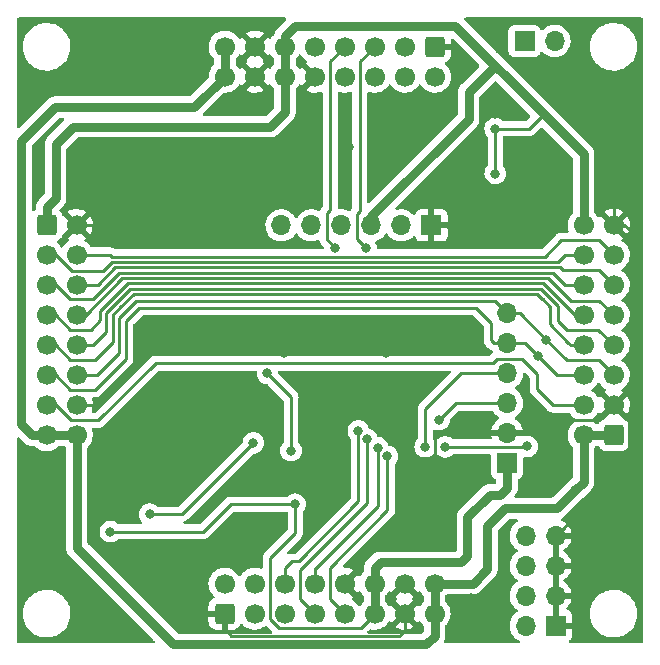
<source format=gbr>
%TF.GenerationSoftware,KiCad,Pcbnew,6.0.11+dfsg-1~bpo11+1*%
%TF.CreationDate,2023-07-05T16:28:11+02:00*%
%TF.ProjectId,dvert_21,64766572-745f-4323-912e-6b696361645f,rev?*%
%TF.SameCoordinates,Original*%
%TF.FileFunction,Copper,L2,Bot*%
%TF.FilePolarity,Positive*%
%FSLAX46Y46*%
G04 Gerber Fmt 4.6, Leading zero omitted, Abs format (unit mm)*
G04 Created by KiCad (PCBNEW 6.0.11+dfsg-1~bpo11+1) date 2023-07-05 16:28:11*
%MOMM*%
%LPD*%
G01*
G04 APERTURE LIST*
G04 Aperture macros list*
%AMRoundRect*
0 Rectangle with rounded corners*
0 $1 Rounding radius*
0 $2 $3 $4 $5 $6 $7 $8 $9 X,Y pos of 4 corners*
0 Add a 4 corners polygon primitive as box body*
4,1,4,$2,$3,$4,$5,$6,$7,$8,$9,$2,$3,0*
0 Add four circle primitives for the rounded corners*
1,1,$1+$1,$2,$3*
1,1,$1+$1,$4,$5*
1,1,$1+$1,$6,$7*
1,1,$1+$1,$8,$9*
0 Add four rect primitives between the rounded corners*
20,1,$1+$1,$2,$3,$4,$5,0*
20,1,$1+$1,$4,$5,$6,$7,0*
20,1,$1+$1,$6,$7,$8,$9,0*
20,1,$1+$1,$8,$9,$2,$3,0*%
G04 Aperture macros list end*
%TA.AperFunction,ComponentPad*%
%ADD10RoundRect,0.250000X0.600000X0.600000X-0.600000X0.600000X-0.600000X-0.600000X0.600000X-0.600000X0*%
%TD*%
%TA.AperFunction,ComponentPad*%
%ADD11C,1.700000*%
%TD*%
%TA.AperFunction,ComponentPad*%
%ADD12RoundRect,0.250000X0.600000X-0.600000X0.600000X0.600000X-0.600000X0.600000X-0.600000X-0.600000X0*%
%TD*%
%TA.AperFunction,ComponentPad*%
%ADD13R,1.700000X1.700000*%
%TD*%
%TA.AperFunction,ComponentPad*%
%ADD14O,1.700000X1.700000*%
%TD*%
%TA.AperFunction,ComponentPad*%
%ADD15RoundRect,0.250000X-0.600000X0.600000X-0.600000X-0.600000X0.600000X-0.600000X0.600000X0.600000X0*%
%TD*%
%TA.AperFunction,ComponentPad*%
%ADD16RoundRect,0.250000X-0.600000X-0.600000X0.600000X-0.600000X0.600000X0.600000X-0.600000X0.600000X0*%
%TD*%
%TA.AperFunction,ViaPad*%
%ADD17C,0.800000*%
%TD*%
%TA.AperFunction,Conductor*%
%ADD18C,0.250000*%
%TD*%
%TA.AperFunction,Conductor*%
%ADD19C,0.800000*%
%TD*%
G04 APERTURE END LIST*
D10*
%TO.P,J4,1,Pin_1*%
%TO.N,+24V*%
X167010000Y-101870000D03*
D11*
%TO.P,J4,2,Pin_2*%
X164470000Y-101870000D03*
%TO.P,J4,3,Pin_3*%
%TO.N,GND*%
X167010000Y-99330000D03*
%TO.P,J4,4,Pin_4*%
%TO.N,Earth*%
X164470000Y-99330000D03*
%TO.P,J4,5,Pin_5*%
%TO.N,/CANL*%
X167010000Y-96790000D03*
%TO.P,J4,6,Pin_6*%
%TO.N,/CANH*%
X164470000Y-96790000D03*
%TO.P,J4,7,Pin_7*%
%TO.N,/SS*%
X167010000Y-94250000D03*
%TO.P,J4,8,Pin_8*%
%TO.N,/SCK*%
X164470000Y-94250000D03*
%TO.P,J4,9,Pin_9*%
%TO.N,/MOSI*%
X167010000Y-91710000D03*
%TO.P,J4,10,Pin_10*%
%TO.N,/MISO*%
X164470000Y-91710000D03*
%TO.P,J4,11,Pin_11*%
%TO.N,/SDA*%
X167010000Y-89170000D03*
%TO.P,J4,12,Pin_12*%
%TO.N,/SCL*%
X164470000Y-89170000D03*
%TO.P,J4,13,Pin_13*%
%TO.N,/RXD*%
X167010000Y-86630000D03*
%TO.P,J4,14,Pin_14*%
%TO.N,/TXD*%
X164470000Y-86630000D03*
%TO.P,J4,15,Pin_15*%
%TO.N,GND*%
X167010000Y-84090000D03*
%TO.P,J4,16,Pin_16*%
%TO.N,+3V3*%
X164470000Y-84090000D03*
%TD*%
D12*
%TO.P,J2,1,Pin_1*%
%TO.N,GND*%
X134060000Y-116992500D03*
D11*
%TO.P,J2,2,Pin_2*%
%TO.N,/B0*%
X134060000Y-114452500D03*
%TO.P,J2,3,Pin_3*%
%TO.N,/B1*%
X136600000Y-116992500D03*
%TO.P,J2,4,Pin_4*%
%TO.N,/B2*%
X136600000Y-114452500D03*
%TO.P,J2,5,Pin_5*%
%TO.N,/B3*%
X139140000Y-116992500D03*
%TO.P,J2,6,Pin_6*%
%TO.N,/B4*%
X139140000Y-114452500D03*
%TO.P,J2,7,Pin_7*%
%TO.N,/B5*%
X141680000Y-116992500D03*
%TO.P,J2,8,Pin_8*%
%TO.N,/B6*%
X141680000Y-114452500D03*
%TO.P,J2,9,Pin_9*%
%TO.N,/B7*%
X144220000Y-116992500D03*
%TO.P,J2,10,Pin_10*%
%TO.N,GND*%
X144220000Y-114452500D03*
%TO.P,J2,11,Pin_11*%
%TO.N,+3V3*%
X146760000Y-116992500D03*
%TO.P,J2,12,Pin_12*%
X146760000Y-114452500D03*
%TO.P,J2,13,Pin_13*%
%TO.N,GND*%
X149300000Y-116992500D03*
%TO.P,J2,14,Pin_14*%
X149300000Y-114452500D03*
%TO.P,J2,15,Pin_15*%
%TO.N,+24V*%
X151840000Y-116992500D03*
%TO.P,J2,16,Pin_16*%
X151840000Y-114452500D03*
%TD*%
D13*
%TO.P,J7,1,Pin_1*%
%TO.N,/CANH*%
X159460000Y-68500000D03*
D14*
%TO.P,J7,2,Pin_2*%
%TO.N,Net-(J7-Pad2)*%
X162000000Y-68500000D03*
%TD*%
D15*
%TO.P,J1,1,Pin_1*%
%TO.N,GND*%
X151870000Y-68980000D03*
D11*
%TO.P,J1,2,Pin_2*%
%TO.N,/A0*%
X151870000Y-71520000D03*
%TO.P,J1,3,Pin_3*%
%TO.N,/A1*%
X149330000Y-68980000D03*
%TO.P,J1,4,Pin_4*%
%TO.N,/A2*%
X149330000Y-71520000D03*
%TO.P,J1,5,Pin_5*%
%TO.N,/A3*%
X146790000Y-68980000D03*
%TO.P,J1,6,Pin_6*%
%TO.N,/A4*%
X146790000Y-71520000D03*
%TO.P,J1,7,Pin_7*%
%TO.N,/A5*%
X144250000Y-68980000D03*
%TO.P,J1,8,Pin_8*%
%TO.N,/A6*%
X144250000Y-71520000D03*
%TO.P,J1,9,Pin_9*%
%TO.N,/A7*%
X141710000Y-68980000D03*
%TO.P,J1,10,Pin_10*%
%TO.N,GND*%
X141710000Y-71520000D03*
%TO.P,J1,11,Pin_11*%
%TO.N,+3V3*%
X139170000Y-68980000D03*
%TO.P,J1,12,Pin_12*%
X139170000Y-71520000D03*
%TO.P,J1,13,Pin_13*%
%TO.N,GND*%
X136630000Y-68980000D03*
%TO.P,J1,14,Pin_14*%
X136630000Y-71520000D03*
%TO.P,J1,15,Pin_15*%
%TO.N,+24V*%
X134090000Y-68980000D03*
%TO.P,J1,16,Pin_16*%
X134090000Y-71520000D03*
%TD*%
D13*
%TO.P,J6,1,Pin_1*%
%TO.N,+3V3*%
X157985000Y-104245000D03*
D14*
%TO.P,J6,2,Pin_2*%
%TO.N,GND*%
X157985000Y-101705000D03*
%TO.P,J6,3,Pin_3*%
%TO.N,/CTX*%
X157985000Y-99165000D03*
%TO.P,J6,4,Pin_4*%
%TO.N,/CRX*%
X157985000Y-96625000D03*
%TO.P,J6,5,Pin_5*%
%TO.N,/CANH*%
X157985000Y-94085000D03*
%TO.P,J6,6,Pin_6*%
%TO.N,/CANL*%
X157985000Y-91545000D03*
%TD*%
D13*
%TO.P,J5,1,Pin_1*%
%TO.N,GND*%
X151585000Y-84115000D03*
D14*
%TO.P,J5,2,Pin_2*%
%TO.N,unconnected-(J5-Pad2)*%
X149045000Y-84115000D03*
%TO.P,J5,3,Pin_3*%
%TO.N,+3V3*%
X146505000Y-84115000D03*
%TO.P,J5,4,Pin_4*%
%TO.N,/RX_0*%
X143965000Y-84115000D03*
%TO.P,J5,5,Pin_5*%
%TO.N,/TX_0*%
X141425000Y-84115000D03*
%TO.P,J5,6,Pin_6*%
%TO.N,unconnected-(J5-Pad6)*%
X138885000Y-84115000D03*
%TD*%
D13*
%TO.P,J8,1,Pin_1*%
%TO.N,GND*%
X162100000Y-118000000D03*
D14*
%TO.P,J8,2,Pin_2*%
%TO.N,/ADDR0*%
X159560000Y-118000000D03*
%TO.P,J8,3,Pin_3*%
%TO.N,GND*%
X162100000Y-115460000D03*
%TO.P,J8,4,Pin_4*%
%TO.N,/ADDR1*%
X159560000Y-115460000D03*
%TO.P,J8,5,Pin_5*%
%TO.N,GND*%
X162100000Y-112920000D03*
%TO.P,J8,6,Pin_6*%
%TO.N,/ADDR2*%
X159560000Y-112920000D03*
%TO.P,J8,7,Pin_7*%
%TO.N,GND*%
X162100000Y-110380000D03*
%TO.P,J8,8,Pin_8*%
%TO.N,/ADDR3*%
X159560000Y-110380000D03*
%TD*%
D16*
%TO.P,J3,1,Pin_1*%
%TO.N,+3V3*%
X119010000Y-84100000D03*
D11*
%TO.P,J3,2,Pin_2*%
%TO.N,GND*%
X121550000Y-84100000D03*
%TO.P,J3,3,Pin_3*%
%TO.N,/TXD*%
X119010000Y-86640000D03*
%TO.P,J3,4,Pin_4*%
%TO.N,/RXD*%
X121550000Y-86640000D03*
%TO.P,J3,5,Pin_5*%
%TO.N,/SCL*%
X119010000Y-89180000D03*
%TO.P,J3,6,Pin_6*%
%TO.N,/SDA*%
X121550000Y-89180000D03*
%TO.P,J3,7,Pin_7*%
%TO.N,/MISO*%
X119010000Y-91720000D03*
%TO.P,J3,8,Pin_8*%
%TO.N,/MOSI*%
X121550000Y-91720000D03*
%TO.P,J3,9,Pin_9*%
%TO.N,/SCK*%
X119010000Y-94260000D03*
%TO.P,J3,10,Pin_10*%
%TO.N,/SS*%
X121550000Y-94260000D03*
%TO.P,J3,11,Pin_11*%
%TO.N,/CANH*%
X119010000Y-96800000D03*
%TO.P,J3,12,Pin_12*%
%TO.N,/CANL*%
X121550000Y-96800000D03*
%TO.P,J3,13,Pin_13*%
%TO.N,Earth*%
X119010000Y-99340000D03*
%TO.P,J3,14,Pin_14*%
%TO.N,GND*%
X121550000Y-99340000D03*
%TO.P,J3,15,Pin_15*%
%TO.N,+24V*%
X119010000Y-101880000D03*
%TO.P,J3,16,Pin_16*%
X121550000Y-101880000D03*
%TD*%
D17*
%TO.N,GND*%
X139120000Y-94950000D03*
X147750000Y-94950000D03*
X147790000Y-97810000D03*
X118200000Y-80860000D03*
X144620000Y-77460000D03*
X166280000Y-80180000D03*
X118500000Y-108480000D03*
X136670000Y-85550000D03*
X127350000Y-94950000D03*
X157060000Y-81170000D03*
X156980000Y-74670000D03*
X129700000Y-113430000D03*
X148100000Y-77470000D03*
X154940000Y-115660000D03*
X162510000Y-80170000D03*
%TO.N,+3V3*%
X140040000Y-107720000D03*
X124390000Y-110050000D03*
X156970000Y-75930000D03*
X156970000Y-79750000D03*
%TO.N,/A3*%
X146050000Y-86040000D03*
%TO.N,/A5*%
X143450000Y-86020000D03*
%TO.N,+24V*%
X163750000Y-106550000D03*
%TO.N,/B4*%
X145388371Y-101518439D03*
%TO.N,/B5*%
X146110000Y-102210000D03*
%TO.N,/B6*%
X147030000Y-102940000D03*
%TO.N,/B7*%
X147860000Y-103670000D03*
%TO.N,/SDA*%
X159680000Y-102830000D03*
X152740000Y-102870000D03*
%TO.N,/CANH*%
X160604500Y-95190000D03*
%TO.N,/CANL*%
X161320500Y-93800000D03*
%TO.N,/CTX*%
X152220000Y-100570000D03*
%TO.N,/CRX*%
X151050000Y-102860000D03*
%TO.N,/RST*%
X137700000Y-96650000D03*
X139690000Y-103190000D03*
%TO.N,/WEB*%
X136500000Y-102530000D03*
X127710000Y-108570000D03*
%TD*%
D18*
%TO.N,GND*%
X167010000Y-99330000D02*
X168330000Y-100650000D01*
X157985000Y-101705000D02*
X152305000Y-101705000D01*
X150350000Y-104070000D02*
X150060000Y-104070000D01*
X157060000Y-81170000D02*
X157010000Y-81170000D01*
X151880000Y-102130000D02*
X151880000Y-103220000D01*
X157010000Y-81170000D02*
X155870000Y-80030000D01*
X162100000Y-112920000D02*
X162100000Y-115460000D01*
X122980000Y-99320000D02*
X127340000Y-94960000D01*
X161510000Y-81170000D02*
X162510000Y-80170000D01*
X151585000Y-84115000D02*
X154115000Y-84115000D01*
X127350000Y-94950000D02*
X147750000Y-94950000D01*
X162100000Y-110380000D02*
X162100000Y-112920000D01*
X124590000Y-85550000D02*
X136670000Y-85550000D01*
X134060000Y-116992500D02*
X132332500Y-116992500D01*
X168620000Y-84790000D02*
X167920000Y-84090000D01*
X127340000Y-94960000D02*
X127350000Y-94950000D01*
X131850000Y-114380000D02*
X130900000Y-113430000D01*
X131850000Y-116510000D02*
X131850000Y-114380000D01*
X167010000Y-99330000D02*
X165730000Y-100610000D01*
X150060000Y-104070000D02*
X149150000Y-103160000D01*
X161455000Y-101705000D02*
X157985000Y-101705000D01*
X156580000Y-74670000D02*
X156980000Y-74670000D01*
X149300000Y-118440000D02*
X148865000Y-118875000D01*
X149150000Y-100050000D02*
X149150000Y-99170000D01*
X122300000Y-99320000D02*
X122980000Y-99320000D01*
X122300000Y-84080000D02*
X123120000Y-84080000D01*
X155870000Y-80030000D02*
X155870000Y-76630000D01*
X149300000Y-116992500D02*
X149300000Y-118440000D01*
X168620000Y-97720000D02*
X168620000Y-84790000D01*
X167920000Y-84090000D02*
X167010000Y-84090000D01*
X151880000Y-103220000D02*
X151880000Y-103790000D01*
X168330000Y-100650000D02*
X168330000Y-104150000D01*
X155870000Y-76630000D02*
X155870000Y-75380000D01*
X130900000Y-113430000D02*
X129700000Y-113430000D01*
X167010000Y-82220000D02*
X166280000Y-81490000D01*
X162100000Y-115460000D02*
X162100000Y-118000000D01*
X132332500Y-116992500D02*
X131850000Y-116510000D01*
X154115000Y-84115000D02*
X157060000Y-81170000D01*
X151920000Y-102090000D02*
X151880000Y-102130000D01*
X162550000Y-100610000D02*
X161455000Y-101705000D01*
X165730000Y-100610000D02*
X162550000Y-100610000D01*
X155870000Y-75380000D02*
X156580000Y-74670000D01*
X134060000Y-118300000D02*
X134635000Y-118875000D01*
X168330000Y-104150000D02*
X162100000Y-110380000D01*
X157060000Y-81170000D02*
X161510000Y-81170000D01*
X123120000Y-84080000D02*
X124590000Y-85550000D01*
X152305000Y-101705000D02*
X151920000Y-102090000D01*
X134060000Y-116992500D02*
X134060000Y-118300000D01*
X166280000Y-81490000D02*
X166280000Y-80180000D01*
X167010000Y-84090000D02*
X167010000Y-82220000D01*
X149150000Y-99170000D02*
X147790000Y-97810000D01*
X151880000Y-103790000D02*
X151600000Y-104070000D01*
X166280000Y-80180000D02*
X166290000Y-80190000D01*
X149150000Y-103160000D02*
X149150000Y-100050000D01*
X134635000Y-118875000D02*
X148865000Y-118875000D01*
X167010000Y-99330000D02*
X168620000Y-97720000D01*
X151600000Y-104070000D02*
X150350000Y-104070000D01*
%TO.N,+3V3*%
X146760000Y-116992500D02*
X145582500Y-118170000D01*
D19*
X163750000Y-77350000D02*
X164470000Y-78070000D01*
X157985000Y-106315000D02*
X157370000Y-106930000D01*
X146760000Y-116992500D02*
X146760000Y-114452500D01*
X157985000Y-104245000D02*
X157985000Y-106315000D01*
D18*
X156970000Y-79750000D02*
X156970000Y-75930000D01*
D19*
X139170000Y-68090000D02*
X139170000Y-68980000D01*
D18*
X145582500Y-118170000D02*
X138655799Y-118170000D01*
D19*
X119010000Y-82570000D02*
X119760000Y-81820000D01*
X140060000Y-67200000D02*
X139170000Y-68090000D01*
X164470000Y-78070000D02*
X164470000Y-84090000D01*
X139170000Y-68980000D02*
X139170000Y-71520000D01*
D18*
X159850000Y-75930000D02*
X161090000Y-74690000D01*
D19*
X154090000Y-112640000D02*
X147280000Y-112640000D01*
D18*
X138655799Y-118170000D02*
X137930000Y-117444201D01*
D19*
X146505000Y-84115000D02*
X146505000Y-83355000D01*
X137920000Y-75770000D02*
X139170000Y-74520000D01*
X139170000Y-74520000D02*
X139170000Y-71520000D01*
D18*
X137930000Y-112300000D02*
X140040000Y-110190000D01*
D19*
X154620000Y-108820000D02*
X154620000Y-112110000D01*
X119010000Y-84100000D02*
X119010000Y-82570000D01*
D18*
X134180000Y-108130000D02*
X134590000Y-107720000D01*
D19*
X119760000Y-81820000D02*
X119760000Y-77230000D01*
X146505000Y-83355000D02*
X154730000Y-75130000D01*
X158055000Y-71655000D02*
X156985000Y-70585000D01*
X163750000Y-77350000D02*
X161090000Y-74690000D01*
X154620000Y-112110000D02*
X154090000Y-112640000D01*
D18*
X124390000Y-110050000D02*
X132260000Y-110050000D01*
D19*
X156985000Y-70585000D02*
X153600000Y-67200000D01*
D18*
X134590000Y-107720000D02*
X140040000Y-107720000D01*
D19*
X154730000Y-75130000D02*
X154730000Y-72840000D01*
X147280000Y-112640000D02*
X146760000Y-113160000D01*
X121220000Y-75770000D02*
X137920000Y-75770000D01*
X119760000Y-77230000D02*
X121220000Y-75770000D01*
D18*
X140040000Y-110190000D02*
X140040000Y-107720000D01*
X132260000Y-110050000D02*
X134180000Y-108130000D01*
D19*
X157370000Y-106930000D02*
X156510000Y-106930000D01*
X156510000Y-106930000D02*
X154620000Y-108820000D01*
X154730000Y-72840000D02*
X156985000Y-70585000D01*
D18*
X137930000Y-117444201D02*
X137930000Y-112300000D01*
D19*
X153600000Y-67200000D02*
X140060000Y-67200000D01*
X161090000Y-74690000D02*
X158055000Y-71655000D01*
X146760000Y-113160000D02*
X146760000Y-114452500D01*
D18*
X156970000Y-75930000D02*
X159850000Y-75930000D01*
%TO.N,/A3*%
X145530000Y-82930000D02*
X145530000Y-70240000D01*
X145530000Y-70240000D02*
X146790000Y-68980000D01*
X145290000Y-83170000D02*
X145530000Y-82930000D01*
X145290000Y-85280000D02*
X145290000Y-83170000D01*
X146050000Y-86040000D02*
X145290000Y-85280000D01*
%TO.N,/A5*%
X142945000Y-82895000D02*
X142740000Y-83100000D01*
X142740000Y-85310000D02*
X143450000Y-86020000D01*
X144250000Y-68980000D02*
X143010000Y-70220000D01*
X143010000Y-82830000D02*
X142945000Y-82895000D01*
X142740000Y-83100000D02*
X142740000Y-85310000D01*
X143010000Y-70220000D02*
X143010000Y-82830000D01*
D19*
%TO.N,+24V*%
X121550000Y-111410000D02*
X121550000Y-101880000D01*
X131500000Y-74110000D02*
X134090000Y-71520000D01*
X162230000Y-108070000D02*
X163750000Y-106550000D01*
X156280000Y-113230000D02*
X156280000Y-109610000D01*
X151840000Y-114452500D02*
X155057500Y-114452500D01*
X151130000Y-119600000D02*
X129740000Y-119600000D01*
X119730000Y-74110000D02*
X131500000Y-74110000D01*
X116830000Y-100920000D02*
X116830000Y-77010000D01*
X134090000Y-68980000D02*
X134090000Y-71520000D01*
X116830000Y-77010000D02*
X119730000Y-74110000D01*
X151840000Y-118890000D02*
X151130000Y-119600000D01*
X121550000Y-101880000D02*
X119010000Y-101880000D01*
X151840000Y-114452500D02*
X151840000Y-116992500D01*
X155057500Y-114452500D02*
X156280000Y-113230000D01*
X164470000Y-101870000D02*
X164470000Y-105830000D01*
X129740000Y-119600000D02*
X121550000Y-111410000D01*
X151840000Y-116992500D02*
X151840000Y-118890000D01*
X164470000Y-101870000D02*
X167010000Y-101870000D01*
X119010000Y-101880000D02*
X117790000Y-101880000D01*
X117790000Y-101880000D02*
X116830000Y-100920000D01*
X164470000Y-105830000D02*
X163750000Y-106550000D01*
X157820000Y-108070000D02*
X162230000Y-108070000D01*
X156280000Y-109610000D02*
X157820000Y-108070000D01*
D18*
%TO.N,/B4*%
X145385000Y-101521810D02*
X145385000Y-107495000D01*
X139140000Y-113160000D02*
X139750000Y-112550000D01*
X139140000Y-114452500D02*
X139140000Y-113160000D01*
X139750000Y-112550000D02*
X139180000Y-113120000D01*
X145385000Y-107495000D02*
X140330000Y-112550000D01*
X145388371Y-101518439D02*
X145385000Y-101521810D01*
X139180000Y-113120000D02*
X139180000Y-113760000D01*
X140330000Y-112550000D02*
X139750000Y-112550000D01*
%TO.N,/B5*%
X146140000Y-107650000D02*
X140460000Y-113330000D01*
X146110000Y-102210000D02*
X146140000Y-102240000D01*
X141680000Y-116992500D02*
X140460000Y-115772500D01*
X146140000Y-102240000D02*
X146140000Y-107650000D01*
X140460000Y-113330000D02*
X140460000Y-115772500D01*
%TO.N,/B6*%
X141720000Y-113170000D02*
X141720000Y-113760000D01*
X147030000Y-107860000D02*
X141765000Y-113125000D01*
X147030000Y-102940000D02*
X147030000Y-107860000D01*
X141680000Y-113210000D02*
X141765000Y-113125000D01*
X141765000Y-113125000D02*
X141720000Y-113170000D01*
X141680000Y-114452500D02*
X141680000Y-113210000D01*
%TO.N,/B7*%
X142970000Y-115742500D02*
X142970000Y-113150000D01*
X142970000Y-113150000D02*
X147860000Y-108260000D01*
X147860000Y-108260000D02*
X147860000Y-103670000D01*
X144220000Y-116992500D02*
X142970000Y-115742500D01*
%TO.N,/TXD*%
X119760000Y-86620000D02*
X121125000Y-87985000D01*
X162900000Y-86640000D02*
X163750000Y-86640000D01*
X124570000Y-87220000D02*
X162320000Y-87220000D01*
X162320000Y-87220000D02*
X162900000Y-86640000D01*
X123805000Y-87985000D02*
X124570000Y-87220000D01*
X121125000Y-87985000D02*
X123805000Y-87985000D01*
%TO.N,/RXD*%
X124360000Y-86620000D02*
X122300000Y-86620000D01*
X161180000Y-86770000D02*
X124510000Y-86770000D01*
X167010000Y-86630000D02*
X165770000Y-85390000D01*
X124510000Y-86770000D02*
X124360000Y-86620000D01*
X162560000Y-85390000D02*
X161180000Y-86770000D01*
X165770000Y-85390000D02*
X162560000Y-85390000D01*
%TO.N,/SCL*%
X122890000Y-90390000D02*
X125150000Y-88130000D01*
X120990000Y-90390000D02*
X122890000Y-90390000D01*
X125150000Y-88130000D02*
X161860000Y-88130000D01*
X162910000Y-89180000D02*
X163750000Y-89180000D01*
X119760000Y-89160000D02*
X120990000Y-90390000D01*
X161860000Y-88130000D02*
X162910000Y-89180000D01*
%TO.N,/SDA*%
X167010000Y-89170000D02*
X165765000Y-87925000D01*
X165765000Y-87925000D02*
X162705000Y-87925000D01*
X123310000Y-89160000D02*
X122300000Y-89160000D01*
X162705000Y-87925000D02*
X162450000Y-87670000D01*
X152750000Y-102880000D02*
X152740000Y-102870000D01*
X124800000Y-87670000D02*
X123310000Y-89160000D01*
X162450000Y-87670000D02*
X124800000Y-87670000D01*
X159630000Y-102880000D02*
X156670000Y-102880000D01*
X159680000Y-102830000D02*
X159630000Y-102880000D01*
X156670000Y-102880000D02*
X152750000Y-102880000D01*
%TO.N,/MISO*%
X125860000Y-89030000D02*
X161060000Y-89030000D01*
X123540851Y-92120851D02*
X123540851Y-91349149D01*
X122721701Y-92940000D02*
X123540851Y-92120851D01*
X121000000Y-92940000D02*
X122721701Y-92940000D01*
X164470000Y-91710000D02*
X163740000Y-91710000D01*
X163520000Y-91490000D02*
X163750000Y-91720000D01*
X123540851Y-91349149D02*
X125860000Y-89030000D01*
X163740000Y-91710000D02*
X163520000Y-91490000D01*
X161060000Y-89030000D02*
X163520000Y-91490000D01*
X119760000Y-91700000D02*
X121000000Y-92940000D01*
%TO.N,/MOSI*%
X125420000Y-88580000D02*
X161488300Y-88580000D01*
X165790000Y-90490000D02*
X164920000Y-90490000D01*
X167010000Y-91710000D02*
X165790000Y-90490000D01*
X161488300Y-88580000D02*
X163398299Y-90490000D01*
X122300000Y-91700000D02*
X125420000Y-88580000D01*
X163398299Y-90490000D02*
X165060000Y-90490000D01*
%TO.N,/SCK*%
X161000000Y-90370000D02*
X161620000Y-90990000D01*
X125250000Y-91070000D02*
X126390000Y-89930000D01*
X160500000Y-89930000D02*
X160940000Y-90370000D01*
X123130000Y-95500000D02*
X124600000Y-94030000D01*
X121020000Y-95500000D02*
X123130000Y-95500000D01*
X163150000Y-94040000D02*
X163370000Y-94260000D01*
X124600000Y-91700000D02*
X125230000Y-91070000D01*
X161620000Y-92510000D02*
X163150000Y-94040000D01*
X119760000Y-94240000D02*
X121020000Y-95500000D01*
X161620000Y-90990000D02*
X161620000Y-92510000D01*
X124600000Y-94030000D02*
X124600000Y-91700000D01*
X163370000Y-94260000D02*
X163750000Y-94260000D01*
X163360000Y-94250000D02*
X163150000Y-94040000D01*
X126390000Y-89930000D02*
X160500000Y-89930000D01*
X160940000Y-90370000D02*
X161000000Y-90370000D01*
X125230000Y-91070000D02*
X125250000Y-91070000D01*
X164470000Y-94250000D02*
X163360000Y-94250000D01*
%TO.N,/SS*%
X163060000Y-92940000D02*
X162310000Y-92190000D01*
X162310000Y-92190000D02*
X162310000Y-90916396D01*
X162310000Y-90916396D02*
X160873604Y-89480000D01*
X167010000Y-94250000D02*
X165700000Y-92940000D01*
X160873604Y-89480000D02*
X126100000Y-89480000D01*
X124035000Y-91545000D02*
X124035000Y-93105000D01*
X126100000Y-89480000D02*
X124035000Y-91545000D01*
X124035000Y-93105000D02*
X122900000Y-94240000D01*
X165700000Y-92940000D02*
X163060000Y-92940000D01*
X122900000Y-94240000D02*
X122300000Y-94240000D01*
%TO.N,/CANH*%
X157985000Y-94085000D02*
X159499500Y-94085000D01*
X162820000Y-96800000D02*
X162214500Y-96800000D01*
X162204500Y-96790000D02*
X160887250Y-95472750D01*
X155350000Y-91080000D02*
X156640000Y-92370000D01*
X164470000Y-96790000D02*
X162204500Y-96790000D01*
X162214500Y-96800000D02*
X160887250Y-95472750D01*
X119760000Y-96780000D02*
X121020000Y-98040000D01*
X125690000Y-92230000D02*
X126840000Y-91080000D01*
X123110000Y-98040000D02*
X125690000Y-95460000D01*
X121020000Y-98040000D02*
X123110000Y-98040000D01*
X156885000Y-94085000D02*
X157985000Y-94085000D01*
X156640000Y-93840000D02*
X156885000Y-94085000D01*
X156640000Y-92370000D02*
X156640000Y-93840000D01*
X160887250Y-95472750D02*
X160604500Y-95190000D01*
X162830000Y-96790000D02*
X162820000Y-96800000D01*
X125690000Y-95460000D02*
X125690000Y-92230000D01*
X164470000Y-96790000D02*
X162830000Y-96790000D01*
X126840000Y-91080000D02*
X155350000Y-91080000D01*
X159499500Y-94085000D02*
X160604500Y-95190000D01*
X163750000Y-96800000D02*
X162820000Y-96800000D01*
%TO.N,/CANL*%
X126570000Y-90510000D02*
X156950000Y-90510000D01*
X156950000Y-90510000D02*
X157985000Y-91545000D01*
X163070500Y-95550000D02*
X161320500Y-93800000D01*
X161300000Y-93800000D02*
X159045000Y-91545000D01*
X167010000Y-96790000D02*
X165770000Y-95550000D01*
X157985000Y-91545000D02*
X159045000Y-91545000D01*
X125090000Y-94920000D02*
X125090000Y-91990000D01*
X165770000Y-95550000D02*
X163070500Y-95550000D01*
X125090000Y-91990000D02*
X126570000Y-90510000D01*
X123230000Y-96780000D02*
X125090000Y-94920000D01*
X122300000Y-96780000D02*
X123230000Y-96780000D01*
%TO.N,Earth*%
X163750000Y-99340000D02*
X161890000Y-99340000D01*
X161880000Y-99330000D02*
X160760000Y-98210000D01*
X159230000Y-95430000D02*
X160530000Y-96730000D01*
X164470000Y-99330000D02*
X161880000Y-99330000D01*
X157120000Y-95430000D02*
X159230000Y-95430000D01*
X121060000Y-100620000D02*
X123390000Y-100620000D01*
X156770000Y-95780000D02*
X157120000Y-95430000D01*
X161890000Y-99340000D02*
X160760000Y-98210000D01*
X119760000Y-99320000D02*
X121060000Y-100620000D01*
X160760000Y-98210000D02*
X160530000Y-97980000D01*
X123390000Y-100620000D02*
X128230000Y-95780000D01*
X128230000Y-95780000D02*
X156770000Y-95780000D01*
X160530000Y-97980000D02*
X160530000Y-96730000D01*
%TO.N,/CTX*%
X157985000Y-99165000D02*
X153625000Y-99165000D01*
X153625000Y-99165000D02*
X152220000Y-100570000D01*
%TO.N,/CRX*%
X154095000Y-96625000D02*
X151100000Y-99620000D01*
X151050000Y-99670000D02*
X151050000Y-102860000D01*
X151100000Y-99620000D02*
X151050000Y-99670000D01*
X157985000Y-96625000D02*
X154095000Y-96625000D01*
%TO.N,/RST*%
X137700000Y-96650000D02*
X139520000Y-98470000D01*
X139520000Y-98470000D02*
X139690000Y-98640000D01*
X139690000Y-98640000D02*
X139690000Y-103190000D01*
%TO.N,/WEB*%
X136500000Y-102530000D02*
X130460000Y-108570000D01*
X130460000Y-108570000D02*
X127710000Y-108570000D01*
%TD*%
%TA.AperFunction,Conductor*%
%TO.N,GND*%
G36*
X116717012Y-102092279D02*
G01*
X116723595Y-102098408D01*
X117090019Y-102464832D01*
X117102860Y-102479865D01*
X117111134Y-102491253D01*
X117126727Y-102505293D01*
X117161959Y-102537016D01*
X117166744Y-102541557D01*
X117181259Y-102556072D01*
X117183823Y-102558148D01*
X117197216Y-102568994D01*
X117202231Y-102573278D01*
X117248145Y-102614619D01*
X117248150Y-102614623D01*
X117253056Y-102619040D01*
X117258772Y-102622340D01*
X117258776Y-102622343D01*
X117265237Y-102626073D01*
X117281533Y-102637273D01*
X117292470Y-102646129D01*
X117353421Y-102677185D01*
X117359215Y-102680331D01*
X117418444Y-102714527D01*
X117424726Y-102716568D01*
X117424728Y-102716569D01*
X117431826Y-102718875D01*
X117450092Y-102726440D01*
X117462630Y-102732829D01*
X117528701Y-102750533D01*
X117535003Y-102752400D01*
X117600072Y-102773542D01*
X117606637Y-102774232D01*
X117606646Y-102774234D01*
X117614075Y-102775015D01*
X117633509Y-102778617D01*
X117640714Y-102780547D01*
X117640716Y-102780547D01*
X117647097Y-102782257D01*
X117653688Y-102782602D01*
X117653692Y-102782603D01*
X117715384Y-102785836D01*
X117721958Y-102786353D01*
X117739116Y-102788156D01*
X117739118Y-102788156D01*
X117742390Y-102788500D01*
X117762926Y-102788500D01*
X117769520Y-102788673D01*
X117831218Y-102791907D01*
X117831223Y-102791907D01*
X117837810Y-102792252D01*
X117851708Y-102790051D01*
X117871417Y-102788500D01*
X117942011Y-102788500D01*
X118010132Y-102808502D01*
X118037248Y-102832002D01*
X118052864Y-102850030D01*
X118052869Y-102850035D01*
X118056250Y-102853938D01*
X118172708Y-102950623D01*
X118216827Y-102987251D01*
X118228126Y-102996632D01*
X118421000Y-103109338D01*
X118629692Y-103189030D01*
X118634760Y-103190061D01*
X118634763Y-103190062D01*
X118719388Y-103207279D01*
X118848597Y-103233567D01*
X118853772Y-103233757D01*
X118853774Y-103233757D01*
X119066673Y-103241564D01*
X119066677Y-103241564D01*
X119071837Y-103241753D01*
X119076957Y-103241097D01*
X119076959Y-103241097D01*
X119288288Y-103214025D01*
X119288289Y-103214025D01*
X119293416Y-103213368D01*
X119324791Y-103203955D01*
X119502429Y-103150661D01*
X119502434Y-103150659D01*
X119507384Y-103149174D01*
X119707994Y-103050896D01*
X119889860Y-102921173D01*
X119986120Y-102825248D01*
X120048490Y-102791333D01*
X120075059Y-102788500D01*
X120482011Y-102788500D01*
X120550132Y-102808502D01*
X120577248Y-102832002D01*
X120596250Y-102853938D01*
X120600233Y-102857245D01*
X120603659Y-102860600D01*
X120638334Y-102922553D01*
X120641500Y-102950623D01*
X120641500Y-111328583D01*
X120639949Y-111348292D01*
X120637748Y-111362190D01*
X120638093Y-111368777D01*
X120638093Y-111368782D01*
X120641327Y-111430480D01*
X120641500Y-111437074D01*
X120641500Y-111457610D01*
X120641844Y-111460882D01*
X120641844Y-111460884D01*
X120643647Y-111478042D01*
X120644164Y-111484616D01*
X120647041Y-111539501D01*
X120647743Y-111552903D01*
X120649453Y-111559284D01*
X120649453Y-111559286D01*
X120651383Y-111566491D01*
X120654985Y-111585925D01*
X120655766Y-111593354D01*
X120655768Y-111593363D01*
X120656458Y-111599928D01*
X120677600Y-111664997D01*
X120679467Y-111671299D01*
X120680898Y-111676638D01*
X120695183Y-111729949D01*
X120697171Y-111737370D01*
X120700524Y-111743950D01*
X120703559Y-111749907D01*
X120711125Y-111768173D01*
X120715473Y-111781556D01*
X120718776Y-111787278D01*
X120718777Y-111787279D01*
X120749667Y-111840782D01*
X120752814Y-111846577D01*
X120783871Y-111907530D01*
X120788024Y-111912658D01*
X120788025Y-111912660D01*
X120792727Y-111918466D01*
X120803927Y-111934763D01*
X120807657Y-111941224D01*
X120807660Y-111941228D01*
X120810960Y-111946944D01*
X120815377Y-111951850D01*
X120815381Y-111951855D01*
X120856722Y-111997769D01*
X120861006Y-112002784D01*
X120873928Y-112018741D01*
X120888443Y-112033256D01*
X120892984Y-112038041D01*
X120938747Y-112088866D01*
X120944086Y-112092745D01*
X120944087Y-112092746D01*
X120950135Y-112097140D01*
X120965168Y-112109981D01*
X128131592Y-119276405D01*
X128165618Y-119338717D01*
X128160553Y-119409532D01*
X128118006Y-119466368D01*
X128051486Y-119491179D01*
X128042497Y-119491500D01*
X116634500Y-119491500D01*
X116566379Y-119471498D01*
X116519886Y-119417842D01*
X116508500Y-119365500D01*
X116508500Y-116978918D01*
X116986917Y-116978918D01*
X116987334Y-116986156D01*
X117002682Y-117252320D01*
X117055405Y-117521053D01*
X117056792Y-117525103D01*
X117056793Y-117525108D01*
X117131932Y-117744570D01*
X117144112Y-117780144D01*
X117173238Y-117838054D01*
X117242837Y-117976437D01*
X117267160Y-118024799D01*
X117269586Y-118028328D01*
X117269589Y-118028334D01*
X117410939Y-118233998D01*
X117422274Y-118250490D01*
X117425161Y-118253663D01*
X117425162Y-118253664D01*
X117560679Y-118402596D01*
X117606582Y-118453043D01*
X117816675Y-118628707D01*
X117820316Y-118630991D01*
X118045024Y-118771951D01*
X118045028Y-118771953D01*
X118048664Y-118774234D01*
X118125640Y-118808990D01*
X118294345Y-118885164D01*
X118294349Y-118885166D01*
X118298257Y-118886930D01*
X118302377Y-118888150D01*
X118302376Y-118888150D01*
X118556723Y-118963491D01*
X118556727Y-118963492D01*
X118560836Y-118964709D01*
X118565070Y-118965357D01*
X118565075Y-118965358D01*
X118827298Y-119005483D01*
X118827300Y-119005483D01*
X118831540Y-119006132D01*
X118970912Y-119008322D01*
X119101071Y-119010367D01*
X119101077Y-119010367D01*
X119105362Y-119010434D01*
X119377235Y-118977534D01*
X119642127Y-118908041D01*
X119646087Y-118906401D01*
X119646092Y-118906399D01*
X119768631Y-118855641D01*
X119895136Y-118803241D01*
X120086907Y-118691179D01*
X120127879Y-118667237D01*
X120127880Y-118667236D01*
X120131582Y-118665073D01*
X120347089Y-118496094D01*
X120388809Y-118453043D01*
X120492291Y-118346257D01*
X120537669Y-118299431D01*
X120540202Y-118295983D01*
X120540206Y-118295978D01*
X120697257Y-118082178D01*
X120699795Y-118078723D01*
X120715787Y-118049269D01*
X120828418Y-117841830D01*
X120828419Y-117841828D01*
X120830468Y-117838054D01*
X120927269Y-117581877D01*
X120968892Y-117400139D01*
X120987449Y-117319117D01*
X120987450Y-117319113D01*
X120988407Y-117314933D01*
X120993306Y-117260048D01*
X121012531Y-117044627D01*
X121012531Y-117044625D01*
X121012751Y-117042161D01*
X121013193Y-117000000D01*
X121004181Y-116867800D01*
X120994859Y-116731055D01*
X120994858Y-116731049D01*
X120994567Y-116726778D01*
X120986814Y-116689338D01*
X120958621Y-116553202D01*
X120939032Y-116458612D01*
X120847617Y-116200465D01*
X120785485Y-116080086D01*
X120723978Y-115960919D01*
X120723978Y-115960918D01*
X120722013Y-115957112D01*
X120713145Y-115944493D01*
X120575847Y-115749138D01*
X120564545Y-115733057D01*
X120471255Y-115632665D01*
X120381046Y-115535588D01*
X120381043Y-115535585D01*
X120378125Y-115532445D01*
X120374810Y-115529731D01*
X120374806Y-115529728D01*
X120213558Y-115397748D01*
X120166205Y-115358990D01*
X119932704Y-115215901D01*
X119922405Y-115211380D01*
X119685873Y-115107549D01*
X119685869Y-115107548D01*
X119681945Y-115105825D01*
X119418566Y-115030800D01*
X119414324Y-115030196D01*
X119414318Y-115030195D01*
X119213834Y-115001662D01*
X119147443Y-114992213D01*
X119003589Y-114991460D01*
X118877877Y-114990802D01*
X118877871Y-114990802D01*
X118873591Y-114990780D01*
X118869347Y-114991339D01*
X118869343Y-114991339D01*
X118750302Y-115007011D01*
X118602078Y-115026525D01*
X118597938Y-115027658D01*
X118597936Y-115027658D01*
X118562574Y-115037332D01*
X118337928Y-115098788D01*
X118333980Y-115100472D01*
X118089982Y-115204546D01*
X118089978Y-115204548D01*
X118086030Y-115206232D01*
X118034017Y-115237361D01*
X117854725Y-115344664D01*
X117854721Y-115344667D01*
X117851043Y-115346868D01*
X117637318Y-115518094D01*
X117572666Y-115586223D01*
X117460251Y-115704684D01*
X117448808Y-115716742D01*
X117289002Y-115939136D01*
X117160857Y-116181161D01*
X117159385Y-116185184D01*
X117159383Y-116185188D01*
X117068353Y-116433938D01*
X117066743Y-116438337D01*
X117008404Y-116705907D01*
X116986917Y-116978918D01*
X116508500Y-116978918D01*
X116508500Y-102187503D01*
X116528502Y-102119382D01*
X116582158Y-102072889D01*
X116652432Y-102062785D01*
X116717012Y-102092279D01*
G37*
%TD.AperFunction*%
%TA.AperFunction,Conductor*%
G36*
X158863227Y-108998502D02*
G01*
X158909720Y-109052158D01*
X158919824Y-109122432D01*
X158890330Y-109187012D01*
X158853288Y-109216262D01*
X158833607Y-109226507D01*
X158829474Y-109229610D01*
X158829471Y-109229612D01*
X158790487Y-109258882D01*
X158654965Y-109360635D01*
X158500629Y-109522138D01*
X158374743Y-109706680D01*
X158358899Y-109740814D01*
X158300495Y-109866635D01*
X158280688Y-109909305D01*
X158220989Y-110124570D01*
X158197251Y-110346695D01*
X158197548Y-110351848D01*
X158197548Y-110351851D01*
X158206982Y-110515472D01*
X158210110Y-110569715D01*
X158211247Y-110574761D01*
X158211248Y-110574767D01*
X158228645Y-110651962D01*
X158259222Y-110787639D01*
X158343266Y-110994616D01*
X158459987Y-111185088D01*
X158606250Y-111353938D01*
X158778126Y-111496632D01*
X158848595Y-111537811D01*
X158851445Y-111539476D01*
X158900169Y-111591114D01*
X158913240Y-111660897D01*
X158886509Y-111726669D01*
X158846055Y-111760027D01*
X158833607Y-111766507D01*
X158829474Y-111769610D01*
X158829471Y-111769612D01*
X158663899Y-111893927D01*
X158654965Y-111900635D01*
X158620488Y-111936713D01*
X158521656Y-112040135D01*
X158500629Y-112062138D01*
X158497715Y-112066410D01*
X158497714Y-112066411D01*
X158430104Y-112165524D01*
X158374743Y-112246680D01*
X158280688Y-112449305D01*
X158220989Y-112664570D01*
X158197251Y-112886695D01*
X158197548Y-112891848D01*
X158197548Y-112891851D01*
X158209365Y-113096801D01*
X158210110Y-113109715D01*
X158211247Y-113114761D01*
X158211248Y-113114767D01*
X158224597Y-113174000D01*
X158259222Y-113327639D01*
X158343266Y-113534616D01*
X158349017Y-113544000D01*
X158446879Y-113703697D01*
X158459987Y-113725088D01*
X158606250Y-113893938D01*
X158778126Y-114036632D01*
X158848595Y-114077811D01*
X158851445Y-114079476D01*
X158900169Y-114131114D01*
X158913240Y-114200897D01*
X158886509Y-114266669D01*
X158846055Y-114300027D01*
X158833607Y-114306507D01*
X158829474Y-114309610D01*
X158829471Y-114309612D01*
X158683520Y-114419195D01*
X158654965Y-114440635D01*
X158500629Y-114602138D01*
X158374743Y-114786680D01*
X158340645Y-114860139D01*
X158296932Y-114954311D01*
X158280688Y-114989305D01*
X158220989Y-115204570D01*
X158197251Y-115426695D01*
X158197548Y-115431848D01*
X158197548Y-115431851D01*
X158208481Y-115621465D01*
X158210110Y-115649715D01*
X158211247Y-115654761D01*
X158211248Y-115654767D01*
X158226320Y-115721644D01*
X158259222Y-115867639D01*
X158343266Y-116074616D01*
X158350226Y-116085973D01*
X158446879Y-116243697D01*
X158459987Y-116265088D01*
X158606250Y-116433938D01*
X158778126Y-116576632D01*
X158834214Y-116609407D01*
X158851445Y-116619476D01*
X158900169Y-116671114D01*
X158913240Y-116740897D01*
X158886509Y-116806669D01*
X158846055Y-116840027D01*
X158833607Y-116846507D01*
X158829474Y-116849610D01*
X158829471Y-116849612D01*
X158659100Y-116977530D01*
X158654965Y-116980635D01*
X158500629Y-117142138D01*
X158374743Y-117326680D01*
X158356958Y-117364995D01*
X158296932Y-117494311D01*
X158280688Y-117529305D01*
X158220989Y-117744570D01*
X158197251Y-117966695D01*
X158197548Y-117971848D01*
X158197548Y-117971851D01*
X158205074Y-118102370D01*
X158210110Y-118189715D01*
X158211247Y-118194761D01*
X158211248Y-118194767D01*
X158225709Y-118258933D01*
X158259222Y-118407639D01*
X158295140Y-118496094D01*
X158341202Y-118609532D01*
X158343266Y-118614616D01*
X158350212Y-118625951D01*
X158441080Y-118774234D01*
X158459987Y-118805088D01*
X158606250Y-118973938D01*
X158778126Y-119116632D01*
X158971000Y-119229338D01*
X158975825Y-119231180D01*
X158975826Y-119231181D01*
X159019321Y-119247790D01*
X159075824Y-119290778D01*
X159100117Y-119357489D01*
X159084487Y-119426743D01*
X159033896Y-119476554D01*
X158974372Y-119491500D01*
X152760007Y-119491500D01*
X152691886Y-119471498D01*
X152645393Y-119417842D01*
X152635289Y-119347568D01*
X152650888Y-119302500D01*
X152671224Y-119267277D01*
X152674527Y-119261556D01*
X152678875Y-119248174D01*
X152686438Y-119229915D01*
X152692830Y-119217370D01*
X152710537Y-119151288D01*
X152712409Y-119144969D01*
X152731501Y-119086210D01*
X152731501Y-119086209D01*
X152733542Y-119079928D01*
X152735014Y-119065925D01*
X152738615Y-119046496D01*
X152742257Y-119032903D01*
X152743462Y-119009918D01*
X152745836Y-118964616D01*
X152746353Y-118958042D01*
X152748156Y-118940884D01*
X152748156Y-118940882D01*
X152748500Y-118937610D01*
X152748500Y-118917074D01*
X152748673Y-118910480D01*
X152751907Y-118848782D01*
X152751907Y-118848777D01*
X152752252Y-118842190D01*
X152750051Y-118828293D01*
X152748500Y-118808583D01*
X152748500Y-118057453D01*
X152768502Y-117989332D01*
X152785560Y-117968202D01*
X152787073Y-117966695D01*
X152878096Y-117875989D01*
X152897084Y-117849565D01*
X153005435Y-117698777D01*
X153008453Y-117694577D01*
X153021995Y-117667178D01*
X153105136Y-117498953D01*
X153105137Y-117498951D01*
X153107430Y-117494311D01*
X153158360Y-117326680D01*
X153170865Y-117285523D01*
X153170865Y-117285521D01*
X153172370Y-117280569D01*
X153201529Y-117059090D01*
X153201809Y-117047648D01*
X153203074Y-116995865D01*
X153203074Y-116995861D01*
X153203156Y-116992500D01*
X153184852Y-116769861D01*
X153130431Y-116553202D01*
X153041354Y-116348340D01*
X152974424Y-116244882D01*
X152922822Y-116165117D01*
X152922820Y-116165114D01*
X152920014Y-116160777D01*
X152916532Y-116156950D01*
X152781307Y-116008339D01*
X152750255Y-115944493D01*
X152748500Y-115923539D01*
X152748500Y-115517453D01*
X152768502Y-115449332D01*
X152785561Y-115428201D01*
X152816121Y-115397748D01*
X152878493Y-115363833D01*
X152905060Y-115361000D01*
X154976083Y-115361000D01*
X154995792Y-115362551D01*
X155009690Y-115364752D01*
X155016277Y-115364407D01*
X155016282Y-115364407D01*
X155077980Y-115361173D01*
X155084574Y-115361000D01*
X155105110Y-115361000D01*
X155108382Y-115360656D01*
X155108384Y-115360656D01*
X155125542Y-115358853D01*
X155132116Y-115358336D01*
X155193808Y-115355103D01*
X155193812Y-115355102D01*
X155200403Y-115354757D01*
X155206784Y-115353047D01*
X155206786Y-115353047D01*
X155213991Y-115351117D01*
X155233425Y-115347515D01*
X155240854Y-115346734D01*
X155240863Y-115346732D01*
X155247428Y-115346042D01*
X155312497Y-115324900D01*
X155318799Y-115323033D01*
X155384870Y-115305329D01*
X155397408Y-115298940D01*
X155415674Y-115291375D01*
X155422772Y-115289069D01*
X155422774Y-115289068D01*
X155429056Y-115287027D01*
X155488285Y-115252831D01*
X155494079Y-115249685D01*
X155518266Y-115237361D01*
X155555030Y-115218629D01*
X155565967Y-115209773D01*
X155582263Y-115198573D01*
X155588724Y-115194843D01*
X155588728Y-115194840D01*
X155594444Y-115191540D01*
X155599350Y-115187123D01*
X155599355Y-115187119D01*
X155645269Y-115145778D01*
X155650284Y-115141494D01*
X155663677Y-115130648D01*
X155666241Y-115128572D01*
X155680756Y-115114057D01*
X155685541Y-115109516D01*
X155731457Y-115068173D01*
X155736366Y-115063753D01*
X155744640Y-115052365D01*
X155757481Y-115037332D01*
X156864832Y-113929981D01*
X156879865Y-113917140D01*
X156885913Y-113912746D01*
X156885914Y-113912745D01*
X156891253Y-113908866D01*
X156937016Y-113858041D01*
X156941557Y-113853256D01*
X156956072Y-113838741D01*
X156968994Y-113822784D01*
X156973278Y-113817769D01*
X157014619Y-113771855D01*
X157014623Y-113771850D01*
X157019040Y-113766944D01*
X157022340Y-113761228D01*
X157022343Y-113761224D01*
X157026073Y-113754763D01*
X157037273Y-113738466D01*
X157041975Y-113732660D01*
X157041976Y-113732658D01*
X157046129Y-113727530D01*
X157077186Y-113666577D01*
X157080333Y-113660782D01*
X157111223Y-113607279D01*
X157111224Y-113607278D01*
X157114527Y-113601556D01*
X157118875Y-113588173D01*
X157126441Y-113569907D01*
X157129832Y-113563252D01*
X157132829Y-113557370D01*
X157150529Y-113491315D01*
X157152402Y-113484991D01*
X157160727Y-113459370D01*
X157173542Y-113419928D01*
X157175012Y-113405939D01*
X157178617Y-113386486D01*
X157180547Y-113379285D01*
X157182257Y-113372904D01*
X157183987Y-113339901D01*
X157185836Y-113304615D01*
X157186353Y-113298040D01*
X157188156Y-113280882D01*
X157188500Y-113277610D01*
X157188500Y-113257075D01*
X157188673Y-113250481D01*
X157191907Y-113188782D01*
X157191907Y-113188777D01*
X157192252Y-113182190D01*
X157190051Y-113168292D01*
X157188500Y-113148583D01*
X157188500Y-110038503D01*
X157208502Y-109970382D01*
X157225405Y-109949408D01*
X158159408Y-109015405D01*
X158221720Y-108981379D01*
X158248503Y-108978500D01*
X158795106Y-108978500D01*
X158863227Y-108998502D01*
G37*
%TD.AperFunction*%
%TA.AperFunction,Conductor*%
G36*
X169433621Y-66528502D02*
G01*
X169480114Y-66582158D01*
X169491500Y-66634500D01*
X169491500Y-119365500D01*
X169471498Y-119433621D01*
X169417842Y-119480114D01*
X169365500Y-119491500D01*
X163319392Y-119491500D01*
X163251271Y-119471498D01*
X163204778Y-119417842D01*
X163194674Y-119347568D01*
X163224168Y-119282988D01*
X163243827Y-119264674D01*
X163305724Y-119218285D01*
X163318285Y-119205724D01*
X163394786Y-119103649D01*
X163403324Y-119088054D01*
X163448478Y-118967606D01*
X163452105Y-118952351D01*
X163457631Y-118901486D01*
X163458000Y-118894672D01*
X163458000Y-118272115D01*
X163453525Y-118256876D01*
X163452135Y-118255671D01*
X163444452Y-118254000D01*
X161972000Y-118254000D01*
X161903879Y-118233998D01*
X161857386Y-118180342D01*
X161846000Y-118128000D01*
X161846000Y-117727885D01*
X162354000Y-117727885D01*
X162358475Y-117743124D01*
X162359865Y-117744329D01*
X162367548Y-117746000D01*
X163439884Y-117746000D01*
X163455123Y-117741525D01*
X163456328Y-117740135D01*
X163457999Y-117732452D01*
X163457999Y-117105331D01*
X163457629Y-117098510D01*
X163452105Y-117047648D01*
X163448479Y-117032396D01*
X163428431Y-116978918D01*
X164986917Y-116978918D01*
X164987334Y-116986156D01*
X165002682Y-117252320D01*
X165055405Y-117521053D01*
X165056792Y-117525103D01*
X165056793Y-117525108D01*
X165131932Y-117744570D01*
X165144112Y-117780144D01*
X165173238Y-117838054D01*
X165242837Y-117976437D01*
X165267160Y-118024799D01*
X165269586Y-118028328D01*
X165269589Y-118028334D01*
X165410939Y-118233998D01*
X165422274Y-118250490D01*
X165425161Y-118253663D01*
X165425162Y-118253664D01*
X165560679Y-118402596D01*
X165606582Y-118453043D01*
X165816675Y-118628707D01*
X165820316Y-118630991D01*
X166045024Y-118771951D01*
X166045028Y-118771953D01*
X166048664Y-118774234D01*
X166125640Y-118808990D01*
X166294345Y-118885164D01*
X166294349Y-118885166D01*
X166298257Y-118886930D01*
X166302377Y-118888150D01*
X166302376Y-118888150D01*
X166556723Y-118963491D01*
X166556727Y-118963492D01*
X166560836Y-118964709D01*
X166565070Y-118965357D01*
X166565075Y-118965358D01*
X166827298Y-119005483D01*
X166827300Y-119005483D01*
X166831540Y-119006132D01*
X166970912Y-119008322D01*
X167101071Y-119010367D01*
X167101077Y-119010367D01*
X167105362Y-119010434D01*
X167377235Y-118977534D01*
X167642127Y-118908041D01*
X167646087Y-118906401D01*
X167646092Y-118906399D01*
X167768631Y-118855641D01*
X167895136Y-118803241D01*
X168086907Y-118691179D01*
X168127879Y-118667237D01*
X168127880Y-118667236D01*
X168131582Y-118665073D01*
X168347089Y-118496094D01*
X168388809Y-118453043D01*
X168492291Y-118346257D01*
X168537669Y-118299431D01*
X168540202Y-118295983D01*
X168540206Y-118295978D01*
X168697257Y-118082178D01*
X168699795Y-118078723D01*
X168715787Y-118049269D01*
X168828418Y-117841830D01*
X168828419Y-117841828D01*
X168830468Y-117838054D01*
X168927269Y-117581877D01*
X168968892Y-117400139D01*
X168987449Y-117319117D01*
X168987450Y-117319113D01*
X168988407Y-117314933D01*
X168993306Y-117260048D01*
X169012531Y-117044627D01*
X169012531Y-117044625D01*
X169012751Y-117042161D01*
X169013193Y-117000000D01*
X169004181Y-116867800D01*
X168994859Y-116731055D01*
X168994858Y-116731049D01*
X168994567Y-116726778D01*
X168986814Y-116689338D01*
X168958621Y-116553202D01*
X168939032Y-116458612D01*
X168847617Y-116200465D01*
X168785485Y-116080086D01*
X168723978Y-115960919D01*
X168723978Y-115960918D01*
X168722013Y-115957112D01*
X168713145Y-115944493D01*
X168575847Y-115749138D01*
X168564545Y-115733057D01*
X168471255Y-115632665D01*
X168381046Y-115535588D01*
X168381043Y-115535585D01*
X168378125Y-115532445D01*
X168374810Y-115529731D01*
X168374806Y-115529728D01*
X168213558Y-115397748D01*
X168166205Y-115358990D01*
X167932704Y-115215901D01*
X167922405Y-115211380D01*
X167685873Y-115107549D01*
X167685869Y-115107548D01*
X167681945Y-115105825D01*
X167418566Y-115030800D01*
X167414324Y-115030196D01*
X167414318Y-115030195D01*
X167213834Y-115001662D01*
X167147443Y-114992213D01*
X167003589Y-114991460D01*
X166877877Y-114990802D01*
X166877871Y-114990802D01*
X166873591Y-114990780D01*
X166869347Y-114991339D01*
X166869343Y-114991339D01*
X166750302Y-115007011D01*
X166602078Y-115026525D01*
X166597938Y-115027658D01*
X166597936Y-115027658D01*
X166562574Y-115037332D01*
X166337928Y-115098788D01*
X166333980Y-115100472D01*
X166089982Y-115204546D01*
X166089978Y-115204548D01*
X166086030Y-115206232D01*
X166034017Y-115237361D01*
X165854725Y-115344664D01*
X165854721Y-115344667D01*
X165851043Y-115346868D01*
X165637318Y-115518094D01*
X165572666Y-115586223D01*
X165460251Y-115704684D01*
X165448808Y-115716742D01*
X165289002Y-115939136D01*
X165160857Y-116181161D01*
X165159385Y-116185184D01*
X165159383Y-116185188D01*
X165068353Y-116433938D01*
X165066743Y-116438337D01*
X165008404Y-116705907D01*
X164986917Y-116978918D01*
X163428431Y-116978918D01*
X163403324Y-116911946D01*
X163394786Y-116896351D01*
X163318285Y-116794276D01*
X163305724Y-116781715D01*
X163203649Y-116705214D01*
X163188054Y-116696676D01*
X163077297Y-116655155D01*
X163020533Y-116612513D01*
X162995833Y-116545952D01*
X163011040Y-116476603D01*
X163032587Y-116447922D01*
X163134057Y-116346805D01*
X163140730Y-116338965D01*
X163265003Y-116166020D01*
X163270313Y-116157183D01*
X163364670Y-115966267D01*
X163368469Y-115956672D01*
X163430377Y-115752910D01*
X163432555Y-115742837D01*
X163433986Y-115731962D01*
X163431775Y-115717778D01*
X163418617Y-115714000D01*
X162372115Y-115714000D01*
X162356876Y-115718475D01*
X162355671Y-115719865D01*
X162354000Y-115727548D01*
X162354000Y-117727885D01*
X161846000Y-117727885D01*
X161846000Y-115187885D01*
X162354000Y-115187885D01*
X162358475Y-115203124D01*
X162359865Y-115204329D01*
X162367548Y-115206000D01*
X163418344Y-115206000D01*
X163431875Y-115202027D01*
X163433180Y-115192947D01*
X163391214Y-115025875D01*
X163387894Y-115016124D01*
X163302972Y-114820814D01*
X163298105Y-114811739D01*
X163182426Y-114632926D01*
X163176136Y-114624757D01*
X163032806Y-114467240D01*
X163025273Y-114460215D01*
X162858139Y-114328222D01*
X162849552Y-114322517D01*
X162812116Y-114301851D01*
X162762146Y-114251419D01*
X162747374Y-114181976D01*
X162772490Y-114115571D01*
X162799842Y-114088964D01*
X162975327Y-113963792D01*
X162983200Y-113957139D01*
X163134052Y-113806812D01*
X163140730Y-113798965D01*
X163265003Y-113626020D01*
X163270313Y-113617183D01*
X163364670Y-113426267D01*
X163368469Y-113416672D01*
X163430377Y-113212910D01*
X163432555Y-113202837D01*
X163433986Y-113191962D01*
X163431775Y-113177778D01*
X163418617Y-113174000D01*
X162372115Y-113174000D01*
X162356876Y-113178475D01*
X162355671Y-113179865D01*
X162354000Y-113187548D01*
X162354000Y-115187885D01*
X161846000Y-115187885D01*
X161846000Y-112647885D01*
X162354000Y-112647885D01*
X162358475Y-112663124D01*
X162359865Y-112664329D01*
X162367548Y-112666000D01*
X163418344Y-112666000D01*
X163431875Y-112662027D01*
X163433180Y-112652947D01*
X163391214Y-112485875D01*
X163387894Y-112476124D01*
X163302972Y-112280814D01*
X163298105Y-112271739D01*
X163182426Y-112092926D01*
X163176136Y-112084757D01*
X163032806Y-111927240D01*
X163025273Y-111920215D01*
X162858139Y-111788222D01*
X162849552Y-111782517D01*
X162812116Y-111761851D01*
X162762146Y-111711419D01*
X162747374Y-111641976D01*
X162772490Y-111575571D01*
X162799842Y-111548964D01*
X162975327Y-111423792D01*
X162983200Y-111417139D01*
X163134052Y-111266812D01*
X163140730Y-111258965D01*
X163265003Y-111086020D01*
X163270313Y-111077183D01*
X163364670Y-110886267D01*
X163368469Y-110876672D01*
X163430377Y-110672910D01*
X163432555Y-110662837D01*
X163433986Y-110651962D01*
X163431775Y-110637778D01*
X163418617Y-110634000D01*
X162372115Y-110634000D01*
X162356876Y-110638475D01*
X162355671Y-110639865D01*
X162354000Y-110647548D01*
X162354000Y-112647885D01*
X161846000Y-112647885D01*
X161846000Y-110252000D01*
X161866002Y-110183879D01*
X161919658Y-110137386D01*
X161972000Y-110126000D01*
X163418344Y-110126000D01*
X163431875Y-110122027D01*
X163433180Y-110112947D01*
X163391214Y-109945875D01*
X163387894Y-109936124D01*
X163302972Y-109740814D01*
X163298105Y-109731739D01*
X163182426Y-109552926D01*
X163176136Y-109544757D01*
X163032806Y-109387240D01*
X163025273Y-109380215D01*
X162858139Y-109248222D01*
X162849552Y-109242517D01*
X162663117Y-109139599D01*
X162653705Y-109135369D01*
X162631194Y-109127397D01*
X162573658Y-109085803D01*
X162547742Y-109019705D01*
X162561676Y-108950089D01*
X162610254Y-108899505D01*
X162660798Y-108870324D01*
X162666579Y-108867185D01*
X162678290Y-108861218D01*
X162727530Y-108836129D01*
X162738467Y-108827273D01*
X162754763Y-108816073D01*
X162761224Y-108812343D01*
X162761228Y-108812340D01*
X162766944Y-108809040D01*
X162771850Y-108804623D01*
X162771855Y-108804619D01*
X162817769Y-108763278D01*
X162822784Y-108758994D01*
X162836177Y-108748148D01*
X162838741Y-108746072D01*
X162853256Y-108731557D01*
X162858041Y-108727016D01*
X162903957Y-108685673D01*
X162908866Y-108681253D01*
X162917140Y-108669865D01*
X162929981Y-108654832D01*
X164334832Y-107249981D01*
X164349865Y-107237140D01*
X164355913Y-107232746D01*
X164355914Y-107232745D01*
X164361253Y-107228866D01*
X164407016Y-107178041D01*
X164411557Y-107173256D01*
X165054832Y-106529981D01*
X165069865Y-106517140D01*
X165075913Y-106512746D01*
X165075914Y-106512745D01*
X165081253Y-106508866D01*
X165127016Y-106458041D01*
X165131557Y-106453256D01*
X165146072Y-106438741D01*
X165158994Y-106422784D01*
X165163278Y-106417769D01*
X165204619Y-106371855D01*
X165204623Y-106371850D01*
X165209040Y-106366944D01*
X165212340Y-106361228D01*
X165212343Y-106361224D01*
X165216073Y-106354763D01*
X165227273Y-106338466D01*
X165231975Y-106332660D01*
X165231976Y-106332658D01*
X165236129Y-106327530D01*
X165240605Y-106318747D01*
X165267188Y-106266574D01*
X165270336Y-106260777D01*
X165301224Y-106207277D01*
X165304527Y-106201556D01*
X165308875Y-106188174D01*
X165316438Y-106169915D01*
X165322830Y-106157370D01*
X165329411Y-106132812D01*
X165340535Y-106091294D01*
X165342409Y-106084969D01*
X165361501Y-106026210D01*
X165361501Y-106026209D01*
X165363542Y-106019928D01*
X165365014Y-106005925D01*
X165368615Y-105986496D01*
X165372257Y-105972903D01*
X165374676Y-105926744D01*
X165375836Y-105904616D01*
X165376353Y-105898042D01*
X165378156Y-105880884D01*
X165378156Y-105880882D01*
X165378500Y-105877610D01*
X165378500Y-105857074D01*
X165378673Y-105850480D01*
X165381907Y-105788782D01*
X165381907Y-105788777D01*
X165382252Y-105782190D01*
X165380051Y-105768293D01*
X165378500Y-105748583D01*
X165378500Y-102934953D01*
X165398502Y-102866832D01*
X165415561Y-102845701D01*
X165446121Y-102815248D01*
X165508493Y-102781333D01*
X165535060Y-102778500D01*
X165638689Y-102778500D01*
X165706810Y-102798502D01*
X165745833Y-102838196D01*
X165811522Y-102944348D01*
X165936697Y-103069305D01*
X165942927Y-103073145D01*
X165942928Y-103073146D01*
X166080090Y-103157694D01*
X166087262Y-103162115D01*
X166151540Y-103183435D01*
X166248611Y-103215632D01*
X166248613Y-103215632D01*
X166255139Y-103217797D01*
X166261975Y-103218497D01*
X166261978Y-103218498D01*
X166305031Y-103222909D01*
X166359600Y-103228500D01*
X167660400Y-103228500D01*
X167663646Y-103228163D01*
X167663650Y-103228163D01*
X167759308Y-103218238D01*
X167759312Y-103218237D01*
X167766166Y-103217526D01*
X167772702Y-103215345D01*
X167772704Y-103215345D01*
X167904806Y-103171272D01*
X167933946Y-103161550D01*
X168084348Y-103068478D01*
X168209305Y-102943303D01*
X168222946Y-102921173D01*
X168298275Y-102798968D01*
X168298276Y-102798966D01*
X168302115Y-102792738D01*
X168339843Y-102678990D01*
X168355632Y-102631389D01*
X168355632Y-102631387D01*
X168357797Y-102624861D01*
X168358847Y-102614619D01*
X168365084Y-102553736D01*
X168368500Y-102520400D01*
X168368500Y-101219600D01*
X168365118Y-101187006D01*
X168358238Y-101120692D01*
X168358237Y-101120688D01*
X168357526Y-101113834D01*
X168355228Y-101106944D01*
X168303868Y-100953002D01*
X168301550Y-100946054D01*
X168208478Y-100795652D01*
X168083303Y-100670695D01*
X168077072Y-100666854D01*
X167938968Y-100581725D01*
X167938966Y-100581724D01*
X167932738Y-100577885D01*
X167876820Y-100559338D01*
X167857640Y-100552976D01*
X167799280Y-100512545D01*
X167788729Y-100487146D01*
X167786424Y-100488370D01*
X167760660Y-100439870D01*
X167022812Y-99702022D01*
X167008868Y-99694408D01*
X167007035Y-99694539D01*
X167000420Y-99698790D01*
X166256737Y-100442473D01*
X166233985Y-100484139D01*
X166231777Y-100494287D01*
X166181574Y-100544488D01*
X166161067Y-100553424D01*
X166086054Y-100578450D01*
X165935652Y-100671522D01*
X165930479Y-100676704D01*
X165880763Y-100726507D01*
X165810695Y-100796697D01*
X165806855Y-100802927D01*
X165806854Y-100802928D01*
X165797122Y-100818717D01*
X165753471Y-100889532D01*
X165746022Y-100901616D01*
X165693250Y-100949109D01*
X165638762Y-100961500D01*
X165535856Y-100961500D01*
X165467735Y-100941498D01*
X165442662Y-100920299D01*
X165403148Y-100876873D01*
X165403146Y-100876871D01*
X165399670Y-100873051D01*
X165302990Y-100796697D01*
X165228414Y-100737800D01*
X165228410Y-100737798D01*
X165224359Y-100734598D01*
X165183053Y-100711796D01*
X165133084Y-100661364D01*
X165118312Y-100591921D01*
X165143428Y-100525516D01*
X165170780Y-100498909D01*
X165234684Y-100453327D01*
X165349860Y-100371173D01*
X165385261Y-100335896D01*
X165504435Y-100217137D01*
X165508096Y-100213489D01*
X165564474Y-100135031D01*
X165638453Y-100032077D01*
X165639640Y-100032930D01*
X165686960Y-99989362D01*
X165756897Y-99977145D01*
X165822338Y-100004678D01*
X165850166Y-100036512D01*
X165876459Y-100079419D01*
X165886916Y-100088880D01*
X165895694Y-100085096D01*
X166637978Y-99342812D01*
X166644356Y-99331132D01*
X167374408Y-99331132D01*
X167374539Y-99332965D01*
X167378790Y-99339580D01*
X168120474Y-100081264D01*
X168132484Y-100087823D01*
X168144223Y-100078855D01*
X168175004Y-100036019D01*
X168180315Y-100027180D01*
X168274670Y-99836267D01*
X168278469Y-99826672D01*
X168340376Y-99622915D01*
X168342555Y-99612834D01*
X168370590Y-99399887D01*
X168371109Y-99393212D01*
X168372572Y-99333364D01*
X168372378Y-99326646D01*
X168354781Y-99112604D01*
X168353096Y-99102424D01*
X168301214Y-98895875D01*
X168297894Y-98886124D01*
X168212972Y-98690814D01*
X168208105Y-98681739D01*
X168143063Y-98581197D01*
X168132377Y-98571995D01*
X168122812Y-98576398D01*
X167382022Y-99317188D01*
X167374408Y-99331132D01*
X166644356Y-99331132D01*
X166645592Y-99328868D01*
X166645461Y-99327035D01*
X166641210Y-99320420D01*
X165899849Y-98579059D01*
X165888313Y-98572759D01*
X165876031Y-98582382D01*
X165843499Y-98630072D01*
X165788587Y-98675075D01*
X165718063Y-98683246D01*
X165654316Y-98651992D01*
X165633618Y-98627508D01*
X165552822Y-98502617D01*
X165552820Y-98502614D01*
X165550014Y-98498277D01*
X165399670Y-98333051D01*
X165395619Y-98329852D01*
X165395615Y-98329848D01*
X165228414Y-98197800D01*
X165228410Y-98197798D01*
X165224359Y-98194598D01*
X165183053Y-98171796D01*
X165133084Y-98121364D01*
X165118312Y-98051921D01*
X165143428Y-97985516D01*
X165170780Y-97958909D01*
X165235012Y-97913093D01*
X165349860Y-97831173D01*
X165360555Y-97820516D01*
X165447512Y-97733862D01*
X165508096Y-97673489D01*
X165564474Y-97595031D01*
X165638453Y-97492077D01*
X165639776Y-97493028D01*
X165686645Y-97449857D01*
X165756580Y-97437625D01*
X165822026Y-97465144D01*
X165849875Y-97496994D01*
X165909987Y-97595088D01*
X166056250Y-97763938D01*
X166228126Y-97906632D01*
X166301445Y-97949476D01*
X166301955Y-97949774D01*
X166350679Y-98001412D01*
X166363750Y-98071195D01*
X166337019Y-98136967D01*
X166296562Y-98170327D01*
X166288460Y-98174544D01*
X166279734Y-98180039D01*
X166259677Y-98195099D01*
X166251223Y-98206427D01*
X166257968Y-98218758D01*
X166997188Y-98957978D01*
X167011132Y-98965592D01*
X167012965Y-98965461D01*
X167019580Y-98961210D01*
X167763389Y-98217401D01*
X167770410Y-98204544D01*
X167763611Y-98195213D01*
X167759559Y-98192521D01*
X167722602Y-98172120D01*
X167672631Y-98121687D01*
X167657859Y-98052245D01*
X167682975Y-97985839D01*
X167710327Y-97959232D01*
X167770050Y-97916632D01*
X167889860Y-97831173D01*
X167900555Y-97820516D01*
X167987512Y-97733862D01*
X168048096Y-97673489D01*
X168104474Y-97595031D01*
X168175435Y-97496277D01*
X168178453Y-97492077D01*
X168199320Y-97449857D01*
X168275136Y-97296453D01*
X168275137Y-97296451D01*
X168277430Y-97291811D01*
X168342370Y-97078069D01*
X168371529Y-96856590D01*
X168372069Y-96834481D01*
X168373074Y-96793365D01*
X168373074Y-96793361D01*
X168373156Y-96790000D01*
X168354852Y-96567361D01*
X168300431Y-96350702D01*
X168211354Y-96145840D01*
X168120230Y-96004984D01*
X168092822Y-95962617D01*
X168092820Y-95962614D01*
X168090014Y-95958277D01*
X167939670Y-95793051D01*
X167935619Y-95789852D01*
X167935615Y-95789848D01*
X167768414Y-95657800D01*
X167768410Y-95657798D01*
X167764359Y-95654598D01*
X167723053Y-95631796D01*
X167673084Y-95581364D01*
X167658312Y-95511921D01*
X167683428Y-95445516D01*
X167710780Y-95418909D01*
X167774684Y-95373327D01*
X167889860Y-95291173D01*
X167900002Y-95281067D01*
X168003630Y-95177800D01*
X168048096Y-95133489D01*
X168178453Y-94952077D01*
X168181065Y-94946793D01*
X168275136Y-94756453D01*
X168275137Y-94756451D01*
X168277430Y-94751811D01*
X168332268Y-94571318D01*
X168340865Y-94543023D01*
X168340865Y-94543021D01*
X168342370Y-94538069D01*
X168371529Y-94316590D01*
X168372494Y-94277107D01*
X168373074Y-94253365D01*
X168373074Y-94253361D01*
X168373156Y-94250000D01*
X168354852Y-94027361D01*
X168300431Y-93810702D01*
X168211354Y-93605840D01*
X168133999Y-93486267D01*
X168092822Y-93422617D01*
X168092820Y-93422614D01*
X168090014Y-93418277D01*
X167939670Y-93253051D01*
X167935619Y-93249852D01*
X167935615Y-93249848D01*
X167768414Y-93117800D01*
X167768410Y-93117798D01*
X167764359Y-93114598D01*
X167723053Y-93091796D01*
X167673084Y-93041364D01*
X167658312Y-92971921D01*
X167683428Y-92905516D01*
X167710780Y-92878909D01*
X167781651Y-92828357D01*
X167889860Y-92751173D01*
X167900555Y-92740516D01*
X168044435Y-92597137D01*
X168048096Y-92593489D01*
X168083231Y-92544594D01*
X168175435Y-92416277D01*
X168178453Y-92412077D01*
X168193502Y-92381629D01*
X168275136Y-92216453D01*
X168275137Y-92216451D01*
X168277430Y-92211811D01*
X168309900Y-92104940D01*
X168340865Y-92003023D01*
X168340865Y-92003021D01*
X168342370Y-91998069D01*
X168371529Y-91776590D01*
X168373000Y-91716379D01*
X168373074Y-91713365D01*
X168373074Y-91713361D01*
X168373156Y-91710000D01*
X168354852Y-91487361D01*
X168300431Y-91270702D01*
X168211354Y-91065840D01*
X168135983Y-90949334D01*
X168092822Y-90882617D01*
X168092820Y-90882614D01*
X168090014Y-90878277D01*
X167939670Y-90713051D01*
X167935619Y-90709852D01*
X167935615Y-90709848D01*
X167768414Y-90577800D01*
X167768410Y-90577798D01*
X167764359Y-90574598D01*
X167723053Y-90551796D01*
X167673084Y-90501364D01*
X167658312Y-90431921D01*
X167683428Y-90365516D01*
X167710780Y-90338909D01*
X167774684Y-90293327D01*
X167889860Y-90211173D01*
X168048096Y-90053489D01*
X168178453Y-89872077D01*
X168188485Y-89851780D01*
X168275136Y-89676453D01*
X168275137Y-89676451D01*
X168277430Y-89671811D01*
X168342370Y-89458069D01*
X168371529Y-89236590D01*
X168373156Y-89170000D01*
X168354852Y-88947361D01*
X168300431Y-88730702D01*
X168211354Y-88525840D01*
X168171906Y-88464862D01*
X168092822Y-88342617D01*
X168092820Y-88342614D01*
X168090014Y-88338277D01*
X167939670Y-88173051D01*
X167935619Y-88169852D01*
X167935615Y-88169848D01*
X167768414Y-88037800D01*
X167768410Y-88037798D01*
X167764359Y-88034598D01*
X167723053Y-88011796D01*
X167673084Y-87961364D01*
X167658312Y-87891921D01*
X167683428Y-87825516D01*
X167710780Y-87798909D01*
X167774684Y-87753327D01*
X167889860Y-87671173D01*
X168048096Y-87513489D01*
X168178453Y-87332077D01*
X168198508Y-87291500D01*
X168275136Y-87136453D01*
X168275137Y-87136451D01*
X168277430Y-87131811D01*
X168342370Y-86918069D01*
X168371529Y-86696590D01*
X168373156Y-86630000D01*
X168354852Y-86407361D01*
X168300431Y-86190702D01*
X168211354Y-85985840D01*
X168099291Y-85812617D01*
X168092822Y-85802617D01*
X168092820Y-85802614D01*
X168090014Y-85798277D01*
X167939670Y-85633051D01*
X167935619Y-85629852D01*
X167935615Y-85629848D01*
X167768414Y-85497800D01*
X167768410Y-85497798D01*
X167764359Y-85494598D01*
X167758099Y-85491142D01*
X167737469Y-85479754D01*
X167722569Y-85471529D01*
X167672598Y-85421097D01*
X167657826Y-85351654D01*
X167682942Y-85285248D01*
X167710293Y-85258642D01*
X167759247Y-85223723D01*
X167767648Y-85213023D01*
X167760660Y-85199870D01*
X166651922Y-84091132D01*
X167374408Y-84091132D01*
X167374539Y-84092965D01*
X167378790Y-84099580D01*
X168120474Y-84841264D01*
X168132484Y-84847823D01*
X168144223Y-84838855D01*
X168175004Y-84796019D01*
X168180315Y-84787180D01*
X168274670Y-84596267D01*
X168278469Y-84586672D01*
X168340376Y-84382915D01*
X168342555Y-84372834D01*
X168370590Y-84159887D01*
X168371109Y-84153212D01*
X168372572Y-84093364D01*
X168372378Y-84086646D01*
X168354781Y-83872604D01*
X168353096Y-83862424D01*
X168301214Y-83655875D01*
X168297894Y-83646124D01*
X168212972Y-83450814D01*
X168208105Y-83441739D01*
X168143063Y-83341197D01*
X168132377Y-83331995D01*
X168122812Y-83336398D01*
X167382022Y-84077188D01*
X167374408Y-84091132D01*
X166651922Y-84091132D01*
X165899849Y-83339059D01*
X165888313Y-83332759D01*
X165876031Y-83342382D01*
X165843499Y-83390072D01*
X165788587Y-83435075D01*
X165718063Y-83443246D01*
X165654316Y-83411992D01*
X165633618Y-83387508D01*
X165552822Y-83262617D01*
X165552820Y-83262614D01*
X165550014Y-83258277D01*
X165545577Y-83253401D01*
X165411307Y-83105839D01*
X165380255Y-83041993D01*
X165378500Y-83021039D01*
X165378500Y-82966427D01*
X166251223Y-82966427D01*
X166257968Y-82978758D01*
X166997188Y-83717978D01*
X167011132Y-83725592D01*
X167012965Y-83725461D01*
X167019580Y-83721210D01*
X167763389Y-82977401D01*
X167770410Y-82964544D01*
X167763611Y-82955213D01*
X167759554Y-82952518D01*
X167573117Y-82849599D01*
X167563705Y-82845369D01*
X167362959Y-82774280D01*
X167352989Y-82771646D01*
X167143327Y-82734301D01*
X167133073Y-82733331D01*
X166920116Y-82730728D01*
X166909832Y-82731448D01*
X166699321Y-82763661D01*
X166689293Y-82766050D01*
X166486868Y-82832212D01*
X166477359Y-82836209D01*
X166288466Y-82934540D01*
X166279734Y-82940039D01*
X166259677Y-82955099D01*
X166251223Y-82966427D01*
X165378500Y-82966427D01*
X165378500Y-78151417D01*
X165380051Y-78131707D01*
X165381220Y-78124327D01*
X165381220Y-78124326D01*
X165382252Y-78117810D01*
X165378673Y-78049520D01*
X165378500Y-78042926D01*
X165378500Y-78022390D01*
X165378156Y-78019116D01*
X165376353Y-78001958D01*
X165375836Y-77995384D01*
X165372603Y-77933696D01*
X165372603Y-77933694D01*
X165372257Y-77927097D01*
X165368615Y-77913504D01*
X165365014Y-77894075D01*
X165364232Y-77886639D01*
X165363542Y-77880072D01*
X165342407Y-77815025D01*
X165340535Y-77808706D01*
X165324538Y-77749003D01*
X165324537Y-77749000D01*
X165322830Y-77742630D01*
X165316438Y-77730085D01*
X165308874Y-77711823D01*
X165306568Y-77704726D01*
X165304527Y-77698444D01*
X165270336Y-77639223D01*
X165267188Y-77633426D01*
X165239126Y-77578351D01*
X165239124Y-77578348D01*
X165236129Y-77572470D01*
X165227273Y-77561533D01*
X165216073Y-77545237D01*
X165212343Y-77538776D01*
X165212340Y-77538772D01*
X165209040Y-77533056D01*
X165204623Y-77528150D01*
X165204619Y-77528145D01*
X165163278Y-77482231D01*
X165158994Y-77477216D01*
X165148148Y-77463823D01*
X165146072Y-77461259D01*
X165131557Y-77446744D01*
X165127016Y-77441959D01*
X165085673Y-77396043D01*
X165081253Y-77391134D01*
X165069865Y-77382860D01*
X165054832Y-77370019D01*
X157082947Y-69398134D01*
X158101500Y-69398134D01*
X158108255Y-69460316D01*
X158159385Y-69596705D01*
X158246739Y-69713261D01*
X158363295Y-69800615D01*
X158499684Y-69851745D01*
X158561866Y-69858500D01*
X160358134Y-69858500D01*
X160420316Y-69851745D01*
X160556705Y-69800615D01*
X160673261Y-69713261D01*
X160760615Y-69596705D01*
X160782799Y-69537529D01*
X160804598Y-69479382D01*
X160847240Y-69422618D01*
X160913802Y-69397918D01*
X160983150Y-69413126D01*
X161017817Y-69441114D01*
X161046250Y-69473938D01*
X161218126Y-69616632D01*
X161411000Y-69729338D01*
X161415825Y-69731180D01*
X161415826Y-69731181D01*
X161433220Y-69737823D01*
X161619692Y-69809030D01*
X161624760Y-69810061D01*
X161624763Y-69810062D01*
X161705618Y-69826512D01*
X161838597Y-69853567D01*
X161843772Y-69853757D01*
X161843774Y-69853757D01*
X162056673Y-69861564D01*
X162056677Y-69861564D01*
X162061837Y-69861753D01*
X162066957Y-69861097D01*
X162066959Y-69861097D01*
X162278288Y-69834025D01*
X162278289Y-69834025D01*
X162283416Y-69833368D01*
X162306268Y-69826512D01*
X162492429Y-69770661D01*
X162492434Y-69770659D01*
X162497384Y-69769174D01*
X162697994Y-69670896D01*
X162879860Y-69541173D01*
X162900051Y-69521053D01*
X163023616Y-69397918D01*
X163038096Y-69383489D01*
X163066179Y-69344408D01*
X163165435Y-69206277D01*
X163168453Y-69202077D01*
X163181951Y-69174767D01*
X163265136Y-69006453D01*
X163265137Y-69006451D01*
X163267430Y-69001811D01*
X163274385Y-68978918D01*
X164986917Y-68978918D01*
X164987334Y-68986156D01*
X165002682Y-69252320D01*
X165055405Y-69521053D01*
X165056792Y-69525103D01*
X165056793Y-69525108D01*
X165129622Y-69737823D01*
X165144112Y-69780144D01*
X165173238Y-69838054D01*
X165263504Y-70017529D01*
X165267160Y-70024799D01*
X165269586Y-70028328D01*
X165269589Y-70028334D01*
X165416385Y-70241921D01*
X165422274Y-70250490D01*
X165425161Y-70253663D01*
X165425162Y-70253664D01*
X165527841Y-70366507D01*
X165606582Y-70453043D01*
X165816675Y-70628707D01*
X165820316Y-70630991D01*
X166045024Y-70771951D01*
X166045028Y-70771953D01*
X166048664Y-70774234D01*
X166144505Y-70817508D01*
X166294345Y-70885164D01*
X166294349Y-70885166D01*
X166298257Y-70886930D01*
X166302377Y-70888150D01*
X166302376Y-70888150D01*
X166556723Y-70963491D01*
X166556727Y-70963492D01*
X166560836Y-70964709D01*
X166565070Y-70965357D01*
X166565075Y-70965358D01*
X166827298Y-71005483D01*
X166827300Y-71005483D01*
X166831540Y-71006132D01*
X166970912Y-71008322D01*
X167101071Y-71010367D01*
X167101077Y-71010367D01*
X167105362Y-71010434D01*
X167377235Y-70977534D01*
X167642127Y-70908041D01*
X167646087Y-70906401D01*
X167646092Y-70906399D01*
X167768632Y-70855641D01*
X167895136Y-70803241D01*
X168131582Y-70665073D01*
X168347089Y-70496094D01*
X168353000Y-70489995D01*
X168511249Y-70326694D01*
X168537669Y-70299431D01*
X168540202Y-70295983D01*
X168540206Y-70295978D01*
X168697257Y-70082178D01*
X168699795Y-70078723D01*
X168727154Y-70028334D01*
X168828418Y-69841830D01*
X168828419Y-69841828D01*
X168830468Y-69838054D01*
X168921666Y-69596705D01*
X168925751Y-69585895D01*
X168925752Y-69585891D01*
X168927269Y-69581877D01*
X168973667Y-69379292D01*
X168987449Y-69319117D01*
X168987450Y-69319113D01*
X168988407Y-69314933D01*
X168992590Y-69268069D01*
X169012531Y-69044627D01*
X169012531Y-69044625D01*
X169012751Y-69042161D01*
X169013193Y-69000000D01*
X169011756Y-68978918D01*
X168994859Y-68731055D01*
X168994858Y-68731049D01*
X168994567Y-68726778D01*
X168969965Y-68607978D01*
X168947603Y-68500000D01*
X168939032Y-68458612D01*
X168847617Y-68200465D01*
X168737372Y-67986870D01*
X168723978Y-67960919D01*
X168723978Y-67960918D01*
X168722013Y-67957112D01*
X168714975Y-67947097D01*
X168636206Y-67835021D01*
X168564545Y-67733057D01*
X168463017Y-67623800D01*
X168381046Y-67535588D01*
X168381043Y-67535585D01*
X168378125Y-67532445D01*
X168374810Y-67529731D01*
X168374806Y-67529728D01*
X168235910Y-67416043D01*
X168166205Y-67358990D01*
X167932704Y-67215901D01*
X167928768Y-67214173D01*
X167685873Y-67107549D01*
X167685869Y-67107548D01*
X167681945Y-67105825D01*
X167418566Y-67030800D01*
X167414324Y-67030196D01*
X167414318Y-67030195D01*
X167213834Y-67001662D01*
X167147443Y-66992213D01*
X167003589Y-66991460D01*
X166877877Y-66990802D01*
X166877871Y-66990802D01*
X166873591Y-66990780D01*
X166869347Y-66991339D01*
X166869343Y-66991339D01*
X166750302Y-67007011D01*
X166602078Y-67026525D01*
X166597938Y-67027658D01*
X166597936Y-67027658D01*
X166525008Y-67047609D01*
X166337928Y-67098788D01*
X166333980Y-67100472D01*
X166089982Y-67204546D01*
X166089978Y-67204548D01*
X166086030Y-67206232D01*
X166020005Y-67245747D01*
X165854725Y-67344664D01*
X165854721Y-67344667D01*
X165851043Y-67346868D01*
X165637318Y-67518094D01*
X165537452Y-67623331D01*
X165452624Y-67712721D01*
X165448808Y-67716742D01*
X165289002Y-67939136D01*
X165160857Y-68181161D01*
X165159385Y-68185184D01*
X165159383Y-68185188D01*
X165068214Y-68434317D01*
X165066743Y-68438337D01*
X165008404Y-68705907D01*
X164986917Y-68978918D01*
X163274385Y-68978918D01*
X163332370Y-68788069D01*
X163361529Y-68566590D01*
X163362929Y-68509305D01*
X163363074Y-68503365D01*
X163363074Y-68503361D01*
X163363156Y-68500000D01*
X163344852Y-68277361D01*
X163290431Y-68060702D01*
X163201354Y-67855840D01*
X163141054Y-67762630D01*
X163082822Y-67672617D01*
X163082820Y-67672614D01*
X163080014Y-67668277D01*
X162929670Y-67503051D01*
X162925619Y-67499852D01*
X162925615Y-67499848D01*
X162758414Y-67367800D01*
X162758410Y-67367798D01*
X162754359Y-67364598D01*
X162727100Y-67349550D01*
X162702136Y-67335769D01*
X162558789Y-67256638D01*
X162553920Y-67254914D01*
X162553916Y-67254912D01*
X162353087Y-67183795D01*
X162353083Y-67183794D01*
X162348212Y-67182069D01*
X162343119Y-67181162D01*
X162343116Y-67181161D01*
X162133373Y-67143800D01*
X162133367Y-67143799D01*
X162128284Y-67142894D01*
X162054452Y-67141992D01*
X161910081Y-67140228D01*
X161910079Y-67140228D01*
X161904911Y-67140165D01*
X161684091Y-67173955D01*
X161471756Y-67243357D01*
X161273607Y-67346507D01*
X161269474Y-67349610D01*
X161269471Y-67349612D01*
X161119839Y-67461959D01*
X161094965Y-67480635D01*
X161038537Y-67539684D01*
X161014283Y-67565064D01*
X160952759Y-67600494D01*
X160881846Y-67597037D01*
X160824060Y-67555791D01*
X160805207Y-67522243D01*
X160763767Y-67411703D01*
X160760615Y-67403295D01*
X160673261Y-67286739D01*
X160556705Y-67199385D01*
X160420316Y-67148255D01*
X160358134Y-67141500D01*
X158561866Y-67141500D01*
X158499684Y-67148255D01*
X158363295Y-67199385D01*
X158246739Y-67286739D01*
X158159385Y-67403295D01*
X158108255Y-67539684D01*
X158101500Y-67601866D01*
X158101500Y-69398134D01*
X157082947Y-69398134D01*
X154408408Y-66723595D01*
X154374382Y-66661283D01*
X154379447Y-66590468D01*
X154421994Y-66533632D01*
X154488514Y-66508821D01*
X154497503Y-66508500D01*
X169365500Y-66508500D01*
X169433621Y-66528502D01*
G37*
%TD.AperFunction*%
%TA.AperFunction,Conductor*%
G36*
X149344032Y-114153424D02*
G01*
X149389095Y-114182385D01*
X150410474Y-115203764D01*
X150422484Y-115210323D01*
X150434223Y-115201355D01*
X150468022Y-115154319D01*
X150469277Y-115155221D01*
X150516391Y-115111855D01*
X150586330Y-115099648D01*
X150651767Y-115127191D01*
X150679580Y-115159013D01*
X150737287Y-115253183D01*
X150737291Y-115253188D01*
X150739987Y-115257588D01*
X150781342Y-115305329D01*
X150882866Y-115422532D01*
X150882869Y-115422535D01*
X150886250Y-115426438D01*
X150890224Y-115429737D01*
X150893658Y-115433100D01*
X150928334Y-115495053D01*
X150931500Y-115523123D01*
X150931500Y-115926237D01*
X150911498Y-115994358D01*
X150896594Y-116013288D01*
X150780629Y-116134638D01*
X150777720Y-116138903D01*
X150777714Y-116138911D01*
X150751043Y-116178009D01*
X150673204Y-116292118D01*
X150672898Y-116292566D01*
X150617987Y-116337569D01*
X150547462Y-116345740D01*
X150483715Y-116314486D01*
X150463017Y-116290001D01*
X150433062Y-116243697D01*
X150422377Y-116234495D01*
X150412812Y-116238898D01*
X149672022Y-116979688D01*
X149664408Y-116993632D01*
X149664539Y-116995465D01*
X149668790Y-117002080D01*
X150410474Y-117743764D01*
X150422484Y-117750323D01*
X150434223Y-117741355D01*
X150468022Y-117694319D01*
X150469277Y-117695221D01*
X150516391Y-117651855D01*
X150586330Y-117639648D01*
X150651767Y-117667191D01*
X150679580Y-117699013D01*
X150737287Y-117793183D01*
X150737291Y-117793188D01*
X150739987Y-117797588D01*
X150743367Y-117801490D01*
X150882866Y-117962532D01*
X150882869Y-117962535D01*
X150886250Y-117966438D01*
X150890224Y-117969737D01*
X150893658Y-117973100D01*
X150928334Y-118035053D01*
X150931500Y-118063123D01*
X150931500Y-118461497D01*
X150911498Y-118529618D01*
X150894595Y-118550592D01*
X150790592Y-118654595D01*
X150728280Y-118688621D01*
X150701497Y-118691500D01*
X146261094Y-118691500D01*
X146192973Y-118671498D01*
X146146480Y-118617842D01*
X146136376Y-118547568D01*
X146165870Y-118482988D01*
X146171999Y-118476405D01*
X146304549Y-118343855D01*
X146366861Y-118309829D01*
X146418762Y-118309479D01*
X146598597Y-118346067D01*
X146603772Y-118346257D01*
X146603774Y-118346257D01*
X146816673Y-118354064D01*
X146816677Y-118354064D01*
X146821837Y-118354253D01*
X146826957Y-118353597D01*
X146826959Y-118353597D01*
X147038288Y-118326525D01*
X147038289Y-118326525D01*
X147043416Y-118325868D01*
X147048366Y-118324383D01*
X147252429Y-118263161D01*
X147252434Y-118263159D01*
X147257384Y-118261674D01*
X147457994Y-118163396D01*
X147522544Y-118117353D01*
X148539977Y-118117353D01*
X148545258Y-118124407D01*
X148706756Y-118218779D01*
X148716042Y-118223229D01*
X148915001Y-118299203D01*
X148924899Y-118302079D01*
X149133595Y-118344538D01*
X149143823Y-118345757D01*
X149356650Y-118353562D01*
X149366936Y-118353095D01*
X149578185Y-118326034D01*
X149588262Y-118323892D01*
X149792255Y-118262691D01*
X149801842Y-118258933D01*
X149993098Y-118165238D01*
X150001944Y-118159965D01*
X150049247Y-118126223D01*
X150057648Y-118115523D01*
X150050660Y-118102370D01*
X149312812Y-117364522D01*
X149298868Y-117356908D01*
X149297035Y-117357039D01*
X149290420Y-117361290D01*
X148546737Y-118104973D01*
X148539977Y-118117353D01*
X147522544Y-118117353D01*
X147639860Y-118033673D01*
X147652610Y-118020968D01*
X147721209Y-117952607D01*
X147798096Y-117875989D01*
X147817084Y-117849565D01*
X147928453Y-117694577D01*
X147929640Y-117695430D01*
X147976960Y-117651862D01*
X148046897Y-117639645D01*
X148112338Y-117667178D01*
X148140166Y-117699012D01*
X148166459Y-117741919D01*
X148176916Y-117751380D01*
X148185694Y-117747596D01*
X148927978Y-117005312D01*
X148935592Y-116991368D01*
X148935461Y-116989535D01*
X148931210Y-116982920D01*
X148189849Y-116241559D01*
X148178313Y-116235259D01*
X148166031Y-116244882D01*
X148133499Y-116292572D01*
X148078587Y-116337575D01*
X148008063Y-116345746D01*
X147944316Y-116314492D01*
X147923618Y-116290008D01*
X147842822Y-116165117D01*
X147842820Y-116165114D01*
X147840014Y-116160777D01*
X147836532Y-116156950D01*
X147701307Y-116008339D01*
X147670255Y-115944493D01*
X147668500Y-115923539D01*
X147668500Y-115577353D01*
X148539977Y-115577353D01*
X148545258Y-115584407D01*
X148592479Y-115612001D01*
X148641203Y-115663639D01*
X148654274Y-115733422D01*
X148627543Y-115799194D01*
X148587087Y-115832553D01*
X148578466Y-115837041D01*
X148569734Y-115842539D01*
X148549677Y-115857599D01*
X148541223Y-115868927D01*
X148547968Y-115881258D01*
X149287188Y-116620478D01*
X149301132Y-116628092D01*
X149302965Y-116627961D01*
X149309580Y-116623710D01*
X150053389Y-115879901D01*
X150060410Y-115867044D01*
X150053611Y-115857713D01*
X150049559Y-115855021D01*
X150012116Y-115834352D01*
X149962145Y-115783920D01*
X149947373Y-115714477D01*
X149972489Y-115648072D01*
X149999840Y-115621465D01*
X150049247Y-115586223D01*
X150057648Y-115575523D01*
X150050660Y-115562370D01*
X149312812Y-114824522D01*
X149298868Y-114816908D01*
X149297035Y-114817039D01*
X149290420Y-114821290D01*
X148546737Y-115564973D01*
X148539977Y-115577353D01*
X147668500Y-115577353D01*
X147668500Y-115517453D01*
X147688502Y-115449332D01*
X147705560Y-115428202D01*
X147707073Y-115426695D01*
X147798096Y-115335989D01*
X147857594Y-115253189D01*
X147928453Y-115154577D01*
X147929640Y-115155430D01*
X147976960Y-115111862D01*
X148046897Y-115099645D01*
X148112338Y-115127178D01*
X148140166Y-115159012D01*
X148166459Y-115201919D01*
X148176916Y-115211380D01*
X148185694Y-115207596D01*
X149210905Y-114182385D01*
X149273217Y-114148359D01*
X149344032Y-114153424D01*
G37*
%TD.AperFunction*%
%TA.AperFunction,Conductor*%
G36*
X136739537Y-96433502D02*
G01*
X136786030Y-96487158D01*
X136796726Y-96552669D01*
X136786496Y-96650000D01*
X136787186Y-96656565D01*
X136804824Y-96824377D01*
X136806458Y-96839928D01*
X136865473Y-97021556D01*
X136960960Y-97186944D01*
X136965378Y-97191851D01*
X136965379Y-97191852D01*
X137077690Y-97316586D01*
X137088747Y-97328866D01*
X137117304Y-97349614D01*
X137237553Y-97436980D01*
X137243248Y-97441118D01*
X137249276Y-97443802D01*
X137249278Y-97443803D01*
X137394566Y-97508489D01*
X137417712Y-97518794D01*
X137511112Y-97538647D01*
X137598056Y-97557128D01*
X137598061Y-97557128D01*
X137604513Y-97558500D01*
X137660406Y-97558500D01*
X137728527Y-97578502D01*
X137749501Y-97595405D01*
X139019595Y-98865499D01*
X139053621Y-98927811D01*
X139056500Y-98954594D01*
X139056500Y-102487476D01*
X139036498Y-102555597D01*
X139024142Y-102571779D01*
X138950960Y-102653056D01*
X138917377Y-102711223D01*
X138866218Y-102799834D01*
X138855473Y-102818444D01*
X138796458Y-103000072D01*
X138795768Y-103006633D01*
X138795768Y-103006635D01*
X138789268Y-103068478D01*
X138776496Y-103190000D01*
X138777186Y-103196565D01*
X138781916Y-103241564D01*
X138796458Y-103379928D01*
X138855473Y-103561556D01*
X138858776Y-103567278D01*
X138858777Y-103567279D01*
X138889861Y-103621118D01*
X138950960Y-103726944D01*
X139078747Y-103868866D01*
X139233248Y-103981118D01*
X139239276Y-103983802D01*
X139239278Y-103983803D01*
X139401681Y-104056109D01*
X139407712Y-104058794D01*
X139501112Y-104078647D01*
X139588056Y-104097128D01*
X139588061Y-104097128D01*
X139594513Y-104098500D01*
X139785487Y-104098500D01*
X139791939Y-104097128D01*
X139791944Y-104097128D01*
X139878888Y-104078647D01*
X139972288Y-104058794D01*
X139978319Y-104056109D01*
X140140722Y-103983803D01*
X140140724Y-103983802D01*
X140146752Y-103981118D01*
X140301253Y-103868866D01*
X140429040Y-103726944D01*
X140490139Y-103621118D01*
X140521223Y-103567279D01*
X140521224Y-103567278D01*
X140524527Y-103561556D01*
X140583542Y-103379928D01*
X140598085Y-103241564D01*
X140602814Y-103196565D01*
X140603504Y-103190000D01*
X140590732Y-103068478D01*
X140584232Y-103006635D01*
X140584232Y-103006633D01*
X140583542Y-103000072D01*
X140524527Y-102818444D01*
X140513783Y-102799834D01*
X140462623Y-102711223D01*
X140429040Y-102653056D01*
X140355863Y-102571785D01*
X140325147Y-102507779D01*
X140323500Y-102487476D01*
X140323500Y-98718767D01*
X140324027Y-98707584D01*
X140325702Y-98700091D01*
X140325411Y-98690814D01*
X140323562Y-98632014D01*
X140323500Y-98628055D01*
X140323500Y-98600144D01*
X140322995Y-98596144D01*
X140322062Y-98584301D01*
X140321965Y-98581197D01*
X140321034Y-98551593D01*
X140320922Y-98548029D01*
X140320673Y-98540110D01*
X140315022Y-98520658D01*
X140311014Y-98501306D01*
X140309798Y-98491680D01*
X140308474Y-98481203D01*
X140304591Y-98471395D01*
X140292200Y-98440097D01*
X140288355Y-98428870D01*
X140280469Y-98401728D01*
X140276018Y-98386407D01*
X140271984Y-98379585D01*
X140271981Y-98379579D01*
X140265706Y-98368968D01*
X140257010Y-98351218D01*
X140252472Y-98339756D01*
X140252469Y-98339751D01*
X140249552Y-98332383D01*
X140233751Y-98310635D01*
X140223573Y-98296625D01*
X140217057Y-98286707D01*
X140206005Y-98268019D01*
X140194542Y-98248637D01*
X140180218Y-98234313D01*
X140167376Y-98219278D01*
X140155472Y-98202893D01*
X140121406Y-98174711D01*
X140112627Y-98166722D01*
X139939770Y-97993865D01*
X139939766Y-97993862D01*
X139295518Y-97349614D01*
X138647122Y-96701217D01*
X138613096Y-96638905D01*
X138610907Y-96625293D01*
X138610337Y-96619871D01*
X138603274Y-96552670D01*
X138616046Y-96482832D01*
X138664548Y-96430986D01*
X138728584Y-96413500D01*
X153106406Y-96413500D01*
X153174527Y-96433502D01*
X153221020Y-96487158D01*
X153231124Y-96557432D01*
X153201630Y-96622012D01*
X153195502Y-96628594D01*
X151922862Y-97901233D01*
X150657747Y-99166348D01*
X150649461Y-99173888D01*
X150642982Y-99178000D01*
X150637557Y-99183777D01*
X150596355Y-99227653D01*
X150593600Y-99230495D01*
X150573865Y-99250230D01*
X150571385Y-99253427D01*
X150563682Y-99262447D01*
X150533414Y-99294679D01*
X150529595Y-99301625D01*
X150529593Y-99301628D01*
X150523652Y-99312434D01*
X150512801Y-99328953D01*
X150500386Y-99344959D01*
X150497241Y-99352228D01*
X150497238Y-99352232D01*
X150482826Y-99385537D01*
X150477609Y-99396187D01*
X150456305Y-99434940D01*
X150454334Y-99442615D01*
X150454334Y-99442616D01*
X150451267Y-99454562D01*
X150444863Y-99473266D01*
X150436819Y-99491855D01*
X150435580Y-99499678D01*
X150435577Y-99499688D01*
X150429901Y-99535524D01*
X150427495Y-99547144D01*
X150416500Y-99589970D01*
X150416500Y-99610224D01*
X150414949Y-99629934D01*
X150411780Y-99649943D01*
X150412526Y-99657835D01*
X150415941Y-99693961D01*
X150416500Y-99705819D01*
X150416500Y-102157476D01*
X150396498Y-102225597D01*
X150384142Y-102241779D01*
X150310960Y-102323056D01*
X150301136Y-102340072D01*
X150232794Y-102458444D01*
X150215473Y-102488444D01*
X150156458Y-102670072D01*
X150155768Y-102676633D01*
X150155768Y-102676635D01*
X150143565Y-102792738D01*
X150136496Y-102860000D01*
X150137186Y-102866565D01*
X150150279Y-102991134D01*
X150156458Y-103049928D01*
X150215473Y-103231556D01*
X150218776Y-103237278D01*
X150218777Y-103237279D01*
X150221251Y-103241564D01*
X150310960Y-103396944D01*
X150315378Y-103401851D01*
X150315379Y-103401852D01*
X150385809Y-103480072D01*
X150438747Y-103538866D01*
X150593248Y-103651118D01*
X150599276Y-103653802D01*
X150599278Y-103653803D01*
X150703412Y-103700166D01*
X150767712Y-103728794D01*
X150861113Y-103748647D01*
X150948056Y-103767128D01*
X150948061Y-103767128D01*
X150954513Y-103768500D01*
X151145487Y-103768500D01*
X151151939Y-103767128D01*
X151151944Y-103767128D01*
X151238887Y-103748647D01*
X151332288Y-103728794D01*
X151396588Y-103700166D01*
X151500722Y-103653803D01*
X151500724Y-103653802D01*
X151506752Y-103651118D01*
X151661253Y-103538866D01*
X151789040Y-103396944D01*
X151790543Y-103394340D01*
X151845705Y-103351803D01*
X151916441Y-103345726D01*
X151979233Y-103378857D01*
X151992958Y-103396476D01*
X151993776Y-103395882D01*
X151997659Y-103401226D01*
X152000960Y-103406944D01*
X152128747Y-103548866D01*
X152181451Y-103587158D01*
X152264143Y-103647237D01*
X152283248Y-103661118D01*
X152289276Y-103663802D01*
X152289278Y-103663803D01*
X152438333Y-103730166D01*
X152457712Y-103738794D01*
X152551112Y-103758647D01*
X152638056Y-103777128D01*
X152638061Y-103777128D01*
X152644513Y-103778500D01*
X152835487Y-103778500D01*
X152841939Y-103777128D01*
X152841944Y-103777128D01*
X152928887Y-103758647D01*
X153022288Y-103738794D01*
X153041667Y-103730166D01*
X153190722Y-103663803D01*
X153190724Y-103663802D01*
X153196752Y-103661118D01*
X153215858Y-103647237D01*
X153298549Y-103587158D01*
X153351253Y-103548866D01*
X153354261Y-103545525D01*
X153417562Y-103515147D01*
X153437866Y-103513500D01*
X156500500Y-103513500D01*
X156568621Y-103533502D01*
X156615114Y-103587158D01*
X156626500Y-103639500D01*
X156626500Y-105143134D01*
X156633255Y-105205316D01*
X156684385Y-105341705D01*
X156771739Y-105458261D01*
X156888295Y-105545615D01*
X156896703Y-105548767D01*
X156994730Y-105585516D01*
X157051494Y-105628158D01*
X157076194Y-105694719D01*
X157076500Y-105703498D01*
X157076500Y-105886497D01*
X157056498Y-105954618D01*
X157039595Y-105975592D01*
X157030592Y-105984595D01*
X156968280Y-106018621D01*
X156941497Y-106021500D01*
X156591417Y-106021500D01*
X156571707Y-106019949D01*
X156564327Y-106018780D01*
X156564326Y-106018780D01*
X156557810Y-106017748D01*
X156551223Y-106018093D01*
X156551218Y-106018093D01*
X156489520Y-106021327D01*
X156482926Y-106021500D01*
X156462390Y-106021500D01*
X156459118Y-106021844D01*
X156459116Y-106021844D01*
X156441958Y-106023647D01*
X156435384Y-106024164D01*
X156373696Y-106027397D01*
X156373694Y-106027397D01*
X156367097Y-106027743D01*
X156353504Y-106031385D01*
X156334075Y-106034986D01*
X156320072Y-106036458D01*
X156255025Y-106057593D01*
X156248712Y-106059463D01*
X156228074Y-106064993D01*
X156189003Y-106075462D01*
X156189000Y-106075463D01*
X156182630Y-106077170D01*
X156170085Y-106083562D01*
X156151826Y-106091125D01*
X156138444Y-106095473D01*
X156132723Y-106098776D01*
X156079223Y-106129664D01*
X156073426Y-106132812D01*
X156018351Y-106160874D01*
X156018348Y-106160876D01*
X156012470Y-106163871D01*
X156007342Y-106168024D01*
X156007340Y-106168025D01*
X156001534Y-106172727D01*
X155985237Y-106183927D01*
X155978776Y-106187657D01*
X155978772Y-106187660D01*
X155973056Y-106190960D01*
X155968150Y-106195377D01*
X155968145Y-106195381D01*
X155922231Y-106236722D01*
X155917216Y-106241006D01*
X155914134Y-106243502D01*
X155901259Y-106253928D01*
X155886744Y-106268443D01*
X155881959Y-106272984D01*
X155831134Y-106318747D01*
X155827255Y-106324086D01*
X155827254Y-106324087D01*
X155822860Y-106330135D01*
X155810019Y-106345168D01*
X154035168Y-108120019D01*
X154020135Y-108132860D01*
X154008747Y-108141134D01*
X154004327Y-108146043D01*
X153962984Y-108191959D01*
X153958443Y-108196744D01*
X153943928Y-108211259D01*
X153941852Y-108213823D01*
X153931006Y-108227216D01*
X153926722Y-108232231D01*
X153885381Y-108278145D01*
X153885377Y-108278150D01*
X153880960Y-108283056D01*
X153877660Y-108288772D01*
X153877657Y-108288776D01*
X153873927Y-108295237D01*
X153862727Y-108311533D01*
X153853871Y-108322470D01*
X153836594Y-108356379D01*
X153822815Y-108383421D01*
X153819669Y-108389215D01*
X153785473Y-108448444D01*
X153783432Y-108454726D01*
X153783431Y-108454728D01*
X153781125Y-108461826D01*
X153773560Y-108480092D01*
X153767171Y-108492630D01*
X153765463Y-108499003D01*
X153765463Y-108499004D01*
X153749469Y-108558695D01*
X153747600Y-108565003D01*
X153726458Y-108630072D01*
X153725768Y-108636637D01*
X153725766Y-108636646D01*
X153724985Y-108644075D01*
X153721383Y-108663509D01*
X153719453Y-108670714D01*
X153717743Y-108677097D01*
X153717398Y-108683688D01*
X153717397Y-108683692D01*
X153714164Y-108745384D01*
X153713647Y-108751958D01*
X153712418Y-108763657D01*
X153711500Y-108772390D01*
X153711500Y-108792926D01*
X153711327Y-108799520D01*
X153710200Y-108821032D01*
X153707748Y-108867810D01*
X153708780Y-108874325D01*
X153709949Y-108881705D01*
X153711500Y-108901417D01*
X153711500Y-111605500D01*
X153691498Y-111673621D01*
X153637842Y-111720114D01*
X153585500Y-111731500D01*
X147361417Y-111731500D01*
X147341708Y-111729949D01*
X147327810Y-111727748D01*
X147321223Y-111728093D01*
X147321218Y-111728093D01*
X147259520Y-111731327D01*
X147252926Y-111731500D01*
X147232390Y-111731500D01*
X147229118Y-111731844D01*
X147229116Y-111731844D01*
X147211958Y-111733647D01*
X147205384Y-111734164D01*
X147143692Y-111737397D01*
X147143688Y-111737398D01*
X147137097Y-111737743D01*
X147130716Y-111739453D01*
X147130714Y-111739453D01*
X147123509Y-111741383D01*
X147104075Y-111744985D01*
X147096646Y-111745766D01*
X147096637Y-111745768D01*
X147090072Y-111746458D01*
X147025003Y-111767600D01*
X147018701Y-111769467D01*
X146977148Y-111780601D01*
X146962233Y-111784598D01*
X146952630Y-111787171D01*
X146940093Y-111793559D01*
X146921826Y-111801125D01*
X146914728Y-111803431D01*
X146914726Y-111803432D01*
X146908444Y-111805473D01*
X146902722Y-111808776D01*
X146902721Y-111808777D01*
X146849218Y-111839667D01*
X146843423Y-111842814D01*
X146782470Y-111873871D01*
X146777342Y-111878024D01*
X146777340Y-111878025D01*
X146771534Y-111882727D01*
X146755237Y-111893927D01*
X146748776Y-111897657D01*
X146748772Y-111897660D01*
X146743056Y-111900960D01*
X146738150Y-111905377D01*
X146738145Y-111905381D01*
X146692231Y-111946722D01*
X146687216Y-111951006D01*
X146687079Y-111951117D01*
X146671259Y-111963928D01*
X146656744Y-111978443D01*
X146651959Y-111982984D01*
X146601134Y-112028747D01*
X146597255Y-112034086D01*
X146597254Y-112034087D01*
X146592860Y-112040135D01*
X146580019Y-112055168D01*
X146175168Y-112460019D01*
X146160135Y-112472860D01*
X146155643Y-112476124D01*
X146148747Y-112481134D01*
X146144327Y-112486043D01*
X146102984Y-112531959D01*
X146098443Y-112536744D01*
X146083928Y-112551259D01*
X146081852Y-112553823D01*
X146071006Y-112567216D01*
X146066722Y-112572231D01*
X146025381Y-112618145D01*
X146025377Y-112618150D01*
X146020960Y-112623056D01*
X146017660Y-112628772D01*
X146017657Y-112628776D01*
X146013927Y-112635237D01*
X146002727Y-112651533D01*
X145993871Y-112662470D01*
X145990184Y-112669707D01*
X145962815Y-112723421D01*
X145959669Y-112729215D01*
X145925473Y-112788444D01*
X145923432Y-112794726D01*
X145923431Y-112794728D01*
X145921125Y-112801826D01*
X145913560Y-112820092D01*
X145907171Y-112832630D01*
X145890818Y-112893662D01*
X145889469Y-112898695D01*
X145887600Y-112905003D01*
X145866458Y-112970072D01*
X145865768Y-112976637D01*
X145865766Y-112976646D01*
X145864985Y-112984075D01*
X145861383Y-113003509D01*
X145859453Y-113010714D01*
X145857743Y-113017097D01*
X145857398Y-113023688D01*
X145857397Y-113023692D01*
X145854164Y-113085384D01*
X145853647Y-113091958D01*
X145853393Y-113094378D01*
X145851500Y-113112390D01*
X145851500Y-113132926D01*
X145851327Y-113139520D01*
X145848242Y-113198391D01*
X145847748Y-113207810D01*
X145848780Y-113214325D01*
X145849949Y-113221705D01*
X145851500Y-113241417D01*
X145851500Y-113386237D01*
X145831498Y-113454358D01*
X145816594Y-113473288D01*
X145715821Y-113578741D01*
X145700629Y-113594638D01*
X145697720Y-113598903D01*
X145697714Y-113598911D01*
X145679838Y-113625117D01*
X145593204Y-113752118D01*
X145592898Y-113752566D01*
X145537987Y-113797569D01*
X145467462Y-113805740D01*
X145403715Y-113774486D01*
X145383017Y-113750001D01*
X145353062Y-113703697D01*
X145342377Y-113694495D01*
X145332812Y-113698898D01*
X144592022Y-114439688D01*
X144584408Y-114453632D01*
X144584539Y-114455465D01*
X144588790Y-114462080D01*
X145330474Y-115203764D01*
X145342484Y-115210323D01*
X145354223Y-115201355D01*
X145388022Y-115154319D01*
X145389277Y-115155221D01*
X145436391Y-115111855D01*
X145506330Y-115099648D01*
X145571767Y-115127191D01*
X145599580Y-115159013D01*
X145657287Y-115253183D01*
X145657291Y-115253188D01*
X145659987Y-115257588D01*
X145701342Y-115305329D01*
X145802866Y-115422532D01*
X145802869Y-115422535D01*
X145806250Y-115426438D01*
X145810224Y-115429737D01*
X145813658Y-115433100D01*
X145848334Y-115495053D01*
X145851500Y-115523123D01*
X145851500Y-115926237D01*
X145831498Y-115994358D01*
X145816594Y-116013288D01*
X145700629Y-116134638D01*
X145593201Y-116292121D01*
X145538293Y-116337121D01*
X145467768Y-116345292D01*
X145404021Y-116314038D01*
X145383324Y-116289554D01*
X145302822Y-116165117D01*
X145302820Y-116165114D01*
X145300014Y-116160777D01*
X145149670Y-115995551D01*
X145145619Y-115992352D01*
X145145615Y-115992348D01*
X144978414Y-115860300D01*
X144978410Y-115860298D01*
X144974359Y-115857098D01*
X144932569Y-115834029D01*
X144882598Y-115783597D01*
X144867826Y-115714154D01*
X144892942Y-115647748D01*
X144920293Y-115621142D01*
X144969247Y-115586223D01*
X144977648Y-115575523D01*
X144970660Y-115562370D01*
X143949885Y-114541595D01*
X143915859Y-114479283D01*
X143920924Y-114408468D01*
X143949885Y-114363405D01*
X144973389Y-113339901D01*
X144980410Y-113327044D01*
X144973611Y-113317713D01*
X144969554Y-113315018D01*
X144783117Y-113212099D01*
X144773705Y-113207869D01*
X144572959Y-113136780D01*
X144562989Y-113134146D01*
X144353327Y-113096801D01*
X144343073Y-113095831D01*
X144224168Y-113094378D01*
X144156296Y-113073545D01*
X144110462Y-113019325D01*
X144101218Y-112948933D01*
X144131498Y-112884717D01*
X144136612Y-112879292D01*
X148252247Y-108763657D01*
X148260537Y-108756113D01*
X148267018Y-108752000D01*
X148313659Y-108702332D01*
X148316413Y-108699491D01*
X148336134Y-108679770D01*
X148338612Y-108676575D01*
X148346318Y-108667553D01*
X148371158Y-108641101D01*
X148376586Y-108635321D01*
X148386346Y-108617568D01*
X148397199Y-108601045D01*
X148404753Y-108591306D01*
X148409613Y-108585041D01*
X148427176Y-108544457D01*
X148432383Y-108533827D01*
X148453695Y-108495060D01*
X148455666Y-108487383D01*
X148455668Y-108487378D01*
X148458732Y-108475442D01*
X148465138Y-108456730D01*
X148466005Y-108454728D01*
X148473181Y-108438145D01*
X148474421Y-108430317D01*
X148474423Y-108430310D01*
X148480099Y-108394476D01*
X148482505Y-108382856D01*
X148491528Y-108347711D01*
X148491528Y-108347710D01*
X148493500Y-108340030D01*
X148493500Y-108319776D01*
X148495051Y-108300065D01*
X148496980Y-108287886D01*
X148498220Y-108280057D01*
X148494059Y-108236038D01*
X148493500Y-108224181D01*
X148493500Y-104372524D01*
X148513502Y-104304403D01*
X148525858Y-104288221D01*
X148599040Y-104206944D01*
X148662442Y-104097128D01*
X148691223Y-104047279D01*
X148691224Y-104047278D01*
X148694527Y-104041556D01*
X148753542Y-103859928D01*
X148766305Y-103738500D01*
X148772814Y-103676565D01*
X148773504Y-103670000D01*
X148768366Y-103621118D01*
X148754232Y-103486635D01*
X148754232Y-103486633D01*
X148753542Y-103480072D01*
X148694527Y-103298444D01*
X148599040Y-103133056D01*
X148541639Y-103069305D01*
X148475675Y-102996045D01*
X148475674Y-102996044D01*
X148471253Y-102991134D01*
X148347960Y-102901556D01*
X148322094Y-102882763D01*
X148322093Y-102882762D01*
X148316752Y-102878882D01*
X148310724Y-102876198D01*
X148310722Y-102876197D01*
X148148319Y-102803891D01*
X148148318Y-102803891D01*
X148142288Y-102801206D01*
X147996316Y-102770179D01*
X147933844Y-102736451D01*
X147902681Y-102685869D01*
X147888419Y-102641975D01*
X147864527Y-102568444D01*
X147769040Y-102403056D01*
X147745451Y-102376857D01*
X147645675Y-102266045D01*
X147645674Y-102266044D01*
X147641253Y-102261134D01*
X147513161Y-102168069D01*
X147492094Y-102152763D01*
X147492093Y-102152762D01*
X147486752Y-102148882D01*
X147480724Y-102146198D01*
X147480722Y-102146197D01*
X147318319Y-102073891D01*
X147318318Y-102073891D01*
X147312288Y-102071206D01*
X147210932Y-102049662D01*
X147131944Y-102032872D01*
X147131939Y-102032872D01*
X147125487Y-102031500D01*
X147098799Y-102031500D01*
X147030678Y-102011498D01*
X146984185Y-101957842D01*
X146978966Y-101944436D01*
X146978578Y-101943240D01*
X146944527Y-101838444D01*
X146849040Y-101673056D01*
X146801005Y-101619707D01*
X146725675Y-101536045D01*
X146725674Y-101536044D01*
X146721253Y-101531134D01*
X146611666Y-101451514D01*
X146572094Y-101422763D01*
X146572093Y-101422762D01*
X146566752Y-101418882D01*
X146560724Y-101416198D01*
X146560722Y-101416197D01*
X146398319Y-101343891D01*
X146398318Y-101343891D01*
X146392288Y-101341206D01*
X146349311Y-101332071D01*
X146286838Y-101298343D01*
X146255675Y-101247760D01*
X146224940Y-101153168D01*
X146222898Y-101146883D01*
X146210000Y-101124542D01*
X146167768Y-101051395D01*
X146127411Y-100981495D01*
X146118412Y-100971500D01*
X146004046Y-100844484D01*
X146004045Y-100844483D01*
X145999624Y-100839573D01*
X145845123Y-100727321D01*
X145839095Y-100724637D01*
X145839093Y-100724636D01*
X145676690Y-100652330D01*
X145676689Y-100652330D01*
X145670659Y-100649645D01*
X145577258Y-100629792D01*
X145490315Y-100611311D01*
X145490310Y-100611311D01*
X145483858Y-100609939D01*
X145292884Y-100609939D01*
X145286432Y-100611311D01*
X145286427Y-100611311D01*
X145199484Y-100629792D01*
X145106083Y-100649645D01*
X145100053Y-100652330D01*
X145100052Y-100652330D01*
X144937649Y-100724636D01*
X144937647Y-100724637D01*
X144931619Y-100727321D01*
X144777118Y-100839573D01*
X144772697Y-100844483D01*
X144772696Y-100844484D01*
X144658331Y-100971500D01*
X144649331Y-100981495D01*
X144608974Y-101051395D01*
X144566743Y-101124542D01*
X144553844Y-101146883D01*
X144494829Y-101328511D01*
X144494139Y-101335072D01*
X144494139Y-101335074D01*
X144485613Y-101416197D01*
X144474867Y-101518439D01*
X144475557Y-101525004D01*
X144490011Y-101662522D01*
X144494829Y-101708367D01*
X144553844Y-101889995D01*
X144557147Y-101895717D01*
X144557148Y-101895718D01*
X144601747Y-101972965D01*
X144649331Y-102055383D01*
X144653749Y-102060290D01*
X144653750Y-102060291D01*
X144719136Y-102132909D01*
X144749853Y-102196917D01*
X144751500Y-102217220D01*
X144751500Y-107180406D01*
X144731498Y-107248527D01*
X144714595Y-107269501D01*
X140104500Y-111879595D01*
X140042188Y-111913621D01*
X140015405Y-111916500D01*
X139830035Y-111916500D01*
X139816647Y-111915763D01*
X139810092Y-111914298D01*
X139810091Y-111914298D01*
X139805063Y-111914456D01*
X139742002Y-111916438D01*
X139738045Y-111916500D01*
X139710144Y-111916500D01*
X139706154Y-111917004D01*
X139694320Y-111917936D01*
X139650111Y-111919326D01*
X139642497Y-111921538D01*
X139642492Y-111921539D01*
X139630659Y-111924977D01*
X139611296Y-111928988D01*
X139591203Y-111931526D01*
X139550089Y-111947804D01*
X139538875Y-111951643D01*
X139522831Y-111956305D01*
X139496407Y-111963982D01*
X139495437Y-111960644D01*
X139440666Y-111967445D01*
X139376666Y-111936713D01*
X139339440Y-111876258D01*
X139340808Y-111805275D01*
X139371903Y-111754001D01*
X140432247Y-110693657D01*
X140440537Y-110686113D01*
X140447018Y-110682000D01*
X140493659Y-110632332D01*
X140496413Y-110629491D01*
X140516135Y-110609769D01*
X140518612Y-110606576D01*
X140526317Y-110597555D01*
X140539455Y-110583564D01*
X140556586Y-110565321D01*
X140562512Y-110554542D01*
X140566346Y-110547568D01*
X140577202Y-110531041D01*
X140584757Y-110521302D01*
X140584758Y-110521300D01*
X140589614Y-110515040D01*
X140607174Y-110474460D01*
X140612391Y-110463812D01*
X140629875Y-110432009D01*
X140629876Y-110432007D01*
X140633695Y-110425060D01*
X140636209Y-110415271D01*
X140638733Y-110405438D01*
X140645137Y-110386734D01*
X140650033Y-110375420D01*
X140650033Y-110375419D01*
X140653181Y-110368145D01*
X140654420Y-110360322D01*
X140654423Y-110360312D01*
X140660099Y-110324476D01*
X140662505Y-110312856D01*
X140671528Y-110277711D01*
X140671528Y-110277710D01*
X140673500Y-110270030D01*
X140673500Y-110249776D01*
X140675051Y-110230065D01*
X140676980Y-110217886D01*
X140678220Y-110210057D01*
X140674059Y-110166038D01*
X140673500Y-110154181D01*
X140673500Y-108422524D01*
X140693502Y-108354403D01*
X140705858Y-108338221D01*
X140779040Y-108256944D01*
X140874527Y-108091556D01*
X140933542Y-107909928D01*
X140935518Y-107891134D01*
X140952814Y-107726565D01*
X140953504Y-107720000D01*
X140951529Y-107701206D01*
X140934232Y-107536635D01*
X140934232Y-107536633D01*
X140933542Y-107530072D01*
X140874527Y-107348444D01*
X140779040Y-107183056D01*
X140774525Y-107178041D01*
X140655675Y-107046045D01*
X140655674Y-107046044D01*
X140651253Y-107041134D01*
X140496752Y-106928882D01*
X140490724Y-106926198D01*
X140490722Y-106926197D01*
X140328319Y-106853891D01*
X140328318Y-106853891D01*
X140322288Y-106851206D01*
X140228041Y-106831173D01*
X140141944Y-106812872D01*
X140141939Y-106812872D01*
X140135487Y-106811500D01*
X139944513Y-106811500D01*
X139938061Y-106812872D01*
X139938056Y-106812872D01*
X139851959Y-106831173D01*
X139757712Y-106851206D01*
X139751682Y-106853891D01*
X139751681Y-106853891D01*
X139589278Y-106926197D01*
X139589276Y-106926198D01*
X139583248Y-106928882D01*
X139577907Y-106932762D01*
X139577906Y-106932763D01*
X139474401Y-107007964D01*
X139428747Y-107041134D01*
X139424332Y-107046037D01*
X139419420Y-107050460D01*
X139418295Y-107049211D01*
X139364986Y-107082051D01*
X139331800Y-107086500D01*
X134668768Y-107086500D01*
X134657585Y-107085973D01*
X134650092Y-107084298D01*
X134642166Y-107084547D01*
X134642165Y-107084547D01*
X134582002Y-107086438D01*
X134578044Y-107086500D01*
X134550144Y-107086500D01*
X134546154Y-107087004D01*
X134534320Y-107087936D01*
X134490111Y-107089326D01*
X134482495Y-107091539D01*
X134482493Y-107091539D01*
X134470652Y-107094979D01*
X134451293Y-107098988D01*
X134449983Y-107099154D01*
X134431203Y-107101526D01*
X134423837Y-107104442D01*
X134423831Y-107104444D01*
X134390098Y-107117800D01*
X134378868Y-107121645D01*
X134368714Y-107124595D01*
X134336407Y-107133981D01*
X134329584Y-107138016D01*
X134318966Y-107144295D01*
X134301213Y-107152992D01*
X134293568Y-107156019D01*
X134282383Y-107160448D01*
X134258168Y-107178041D01*
X134246612Y-107186437D01*
X134236695Y-107192951D01*
X134198638Y-107215458D01*
X134193033Y-107221062D01*
X134184315Y-107229780D01*
X134169282Y-107242620D01*
X134152893Y-107254528D01*
X134147841Y-107260635D01*
X134124712Y-107288593D01*
X134116722Y-107297374D01*
X133703865Y-107710230D01*
X133703852Y-107710244D01*
X132034500Y-109379595D01*
X131972188Y-109413621D01*
X131945405Y-109416500D01*
X130703384Y-109416500D01*
X130635263Y-109396498D01*
X130588770Y-109342842D01*
X130578666Y-109272568D01*
X130608160Y-109207988D01*
X130657019Y-109173341D01*
X130659930Y-109172189D01*
X130671142Y-109168351D01*
X130705983Y-109158229D01*
X130705984Y-109158229D01*
X130713593Y-109156018D01*
X130720412Y-109151985D01*
X130720417Y-109151983D01*
X130731028Y-109145707D01*
X130748776Y-109137012D01*
X130767617Y-109129552D01*
X130803387Y-109103564D01*
X130813307Y-109097048D01*
X130844535Y-109078580D01*
X130844538Y-109078578D01*
X130851362Y-109074542D01*
X130865683Y-109060221D01*
X130880717Y-109047380D01*
X130890694Y-109040131D01*
X130897107Y-109035472D01*
X130925298Y-109001395D01*
X130933288Y-108992616D01*
X136450500Y-103475405D01*
X136512812Y-103441379D01*
X136539595Y-103438500D01*
X136595487Y-103438500D01*
X136601939Y-103437128D01*
X136601944Y-103437128D01*
X136688887Y-103418647D01*
X136782288Y-103398794D01*
X136788319Y-103396109D01*
X136950722Y-103323803D01*
X136950724Y-103323802D01*
X136956752Y-103321118D01*
X136979310Y-103304729D01*
X137072146Y-103237279D01*
X137111253Y-103208866D01*
X137128240Y-103190000D01*
X137234621Y-103071852D01*
X137234622Y-103071851D01*
X137239040Y-103066944D01*
X137334527Y-102901556D01*
X137393542Y-102719928D01*
X137397878Y-102678679D01*
X137412814Y-102536565D01*
X137413504Y-102530000D01*
X137393542Y-102340072D01*
X137334527Y-102158444D01*
X137329007Y-102148882D01*
X137277526Y-102059715D01*
X137239040Y-101993056D01*
X137200190Y-101949908D01*
X137115675Y-101856045D01*
X137115674Y-101856044D01*
X137111253Y-101851134D01*
X136956752Y-101738882D01*
X136950724Y-101736198D01*
X136950722Y-101736197D01*
X136788319Y-101663891D01*
X136788318Y-101663891D01*
X136782288Y-101661206D01*
X136688887Y-101641353D01*
X136601944Y-101622872D01*
X136601939Y-101622872D01*
X136595487Y-101621500D01*
X136404513Y-101621500D01*
X136398061Y-101622872D01*
X136398056Y-101622872D01*
X136311113Y-101641353D01*
X136217712Y-101661206D01*
X136211682Y-101663891D01*
X136211681Y-101663891D01*
X136049278Y-101736197D01*
X136049276Y-101736198D01*
X136043248Y-101738882D01*
X135888747Y-101851134D01*
X135884326Y-101856044D01*
X135884325Y-101856045D01*
X135799811Y-101949908D01*
X135760960Y-101993056D01*
X135722474Y-102059715D01*
X135670994Y-102148882D01*
X135665473Y-102158444D01*
X135606458Y-102340072D01*
X135590569Y-102491253D01*
X135589093Y-102505293D01*
X135562080Y-102570950D01*
X135552878Y-102581218D01*
X130234500Y-107899595D01*
X130172188Y-107933621D01*
X130145405Y-107936500D01*
X128418200Y-107936500D01*
X128350079Y-107916498D01*
X128330853Y-107900157D01*
X128330580Y-107900460D01*
X128325668Y-107896037D01*
X128321253Y-107891134D01*
X128166752Y-107778882D01*
X128160724Y-107776198D01*
X128160722Y-107776197D01*
X127998319Y-107703891D01*
X127998318Y-107703891D01*
X127992288Y-107701206D01*
X127898887Y-107681353D01*
X127811944Y-107662872D01*
X127811939Y-107662872D01*
X127805487Y-107661500D01*
X127614513Y-107661500D01*
X127608061Y-107662872D01*
X127608056Y-107662872D01*
X127521113Y-107681353D01*
X127427712Y-107701206D01*
X127421682Y-107703891D01*
X127421681Y-107703891D01*
X127259278Y-107776197D01*
X127259276Y-107776198D01*
X127253248Y-107778882D01*
X127098747Y-107891134D01*
X127094326Y-107896044D01*
X127094325Y-107896045D01*
X127060492Y-107933621D01*
X126970960Y-108033056D01*
X126875473Y-108198444D01*
X126816458Y-108380072D01*
X126815768Y-108386633D01*
X126815768Y-108386635D01*
X126815497Y-108389218D01*
X126796496Y-108570000D01*
X126797186Y-108576565D01*
X126815018Y-108746223D01*
X126816458Y-108759928D01*
X126875473Y-108941556D01*
X126878776Y-108947278D01*
X126878777Y-108947279D01*
X126888167Y-108963542D01*
X126970960Y-109106944D01*
X126975378Y-109111851D01*
X126975379Y-109111852D01*
X127060321Y-109206190D01*
X127091039Y-109270197D01*
X127082274Y-109340651D01*
X127036811Y-109395182D01*
X126966685Y-109416500D01*
X125098200Y-109416500D01*
X125030079Y-109396498D01*
X125010853Y-109380157D01*
X125010580Y-109380460D01*
X125005668Y-109376037D01*
X125001253Y-109371134D01*
X124846752Y-109258882D01*
X124840724Y-109256198D01*
X124840722Y-109256197D01*
X124678319Y-109183891D01*
X124678318Y-109183891D01*
X124672288Y-109181206D01*
X124578887Y-109161353D01*
X124491944Y-109142872D01*
X124491939Y-109142872D01*
X124485487Y-109141500D01*
X124294513Y-109141500D01*
X124288061Y-109142872D01*
X124288056Y-109142872D01*
X124201112Y-109161353D01*
X124107712Y-109181206D01*
X124101682Y-109183891D01*
X124101681Y-109183891D01*
X123939278Y-109256197D01*
X123939276Y-109256198D01*
X123933248Y-109258882D01*
X123778747Y-109371134D01*
X123774326Y-109376044D01*
X123774325Y-109376045D01*
X123740492Y-109413621D01*
X123650960Y-109513056D01*
X123555473Y-109678444D01*
X123496458Y-109860072D01*
X123495768Y-109866633D01*
X123495768Y-109866635D01*
X123485482Y-109964501D01*
X123476496Y-110050000D01*
X123477186Y-110056565D01*
X123485681Y-110137386D01*
X123496458Y-110239928D01*
X123555473Y-110421556D01*
X123558776Y-110427278D01*
X123558777Y-110427279D01*
X123582873Y-110469014D01*
X123650960Y-110586944D01*
X123655378Y-110591851D01*
X123655379Y-110591852D01*
X123737452Y-110683003D01*
X123778747Y-110728866D01*
X123933248Y-110841118D01*
X123939276Y-110843802D01*
X123939278Y-110843803D01*
X124101681Y-110916109D01*
X124107712Y-110918794D01*
X124201113Y-110938647D01*
X124288056Y-110957128D01*
X124288061Y-110957128D01*
X124294513Y-110958500D01*
X124485487Y-110958500D01*
X124491939Y-110957128D01*
X124491944Y-110957128D01*
X124578887Y-110938647D01*
X124672288Y-110918794D01*
X124678319Y-110916109D01*
X124840722Y-110843803D01*
X124840724Y-110843802D01*
X124846752Y-110841118D01*
X125001253Y-110728866D01*
X125005668Y-110723963D01*
X125010580Y-110719540D01*
X125011705Y-110720789D01*
X125065014Y-110687949D01*
X125098200Y-110683500D01*
X132181233Y-110683500D01*
X132192416Y-110684027D01*
X132199909Y-110685702D01*
X132207835Y-110685453D01*
X132207836Y-110685453D01*
X132267986Y-110683562D01*
X132271945Y-110683500D01*
X132299856Y-110683500D01*
X132303791Y-110683003D01*
X132303856Y-110682995D01*
X132315693Y-110682062D01*
X132347951Y-110681048D01*
X132351970Y-110680922D01*
X132359889Y-110680673D01*
X132379343Y-110675021D01*
X132398700Y-110671013D01*
X132410930Y-110669468D01*
X132410931Y-110669468D01*
X132418797Y-110668474D01*
X132426168Y-110665555D01*
X132426170Y-110665555D01*
X132459912Y-110652196D01*
X132471142Y-110648351D01*
X132505983Y-110638229D01*
X132505984Y-110638229D01*
X132513593Y-110636018D01*
X132520412Y-110631985D01*
X132520417Y-110631983D01*
X132531028Y-110625707D01*
X132548776Y-110617012D01*
X132567617Y-110609552D01*
X132603387Y-110583564D01*
X132613307Y-110577048D01*
X132644535Y-110558580D01*
X132644538Y-110558578D01*
X132651362Y-110554542D01*
X132665683Y-110540221D01*
X132680717Y-110527380D01*
X132697107Y-110515472D01*
X132725298Y-110481395D01*
X132733288Y-110472616D01*
X133692849Y-109513056D01*
X134656135Y-108549770D01*
X134656138Y-108549766D01*
X134815499Y-108390405D01*
X134877811Y-108356379D01*
X134904594Y-108353500D01*
X139280500Y-108353500D01*
X139348621Y-108373502D01*
X139395114Y-108427158D01*
X139406500Y-108479500D01*
X139406500Y-109875406D01*
X139386498Y-109943527D01*
X139369595Y-109964501D01*
X138452284Y-110881811D01*
X137537747Y-111796348D01*
X137529461Y-111803888D01*
X137522982Y-111808000D01*
X137517557Y-111813777D01*
X137476357Y-111857651D01*
X137473602Y-111860493D01*
X137453865Y-111880230D01*
X137451385Y-111883427D01*
X137443682Y-111892447D01*
X137413414Y-111924679D01*
X137409595Y-111931625D01*
X137409593Y-111931628D01*
X137403652Y-111942434D01*
X137392801Y-111958953D01*
X137380386Y-111974959D01*
X137377241Y-111982228D01*
X137377238Y-111982232D01*
X137362826Y-112015537D01*
X137357609Y-112026187D01*
X137336305Y-112064940D01*
X137334334Y-112072615D01*
X137334334Y-112072616D01*
X137331267Y-112084562D01*
X137324863Y-112103266D01*
X137316819Y-112121855D01*
X137315580Y-112129678D01*
X137315577Y-112129688D01*
X137309901Y-112165524D01*
X137307495Y-112177144D01*
X137296500Y-112219970D01*
X137296500Y-112240224D01*
X137294949Y-112259934D01*
X137291780Y-112279943D01*
X137292526Y-112287835D01*
X137295941Y-112323961D01*
X137296500Y-112335819D01*
X137296500Y-113079618D01*
X137276498Y-113147739D01*
X137222842Y-113194232D01*
X137152568Y-113204336D01*
X137128440Y-113198391D01*
X137128034Y-113198247D01*
X137043452Y-113168295D01*
X136953087Y-113136295D01*
X136953083Y-113136294D01*
X136948212Y-113134569D01*
X136943119Y-113133662D01*
X136943116Y-113133661D01*
X136733373Y-113096300D01*
X136733367Y-113096299D01*
X136728284Y-113095394D01*
X136654452Y-113094492D01*
X136510081Y-113092728D01*
X136510079Y-113092728D01*
X136504911Y-113092665D01*
X136284091Y-113126455D01*
X136071756Y-113195857D01*
X136038998Y-113212910D01*
X135900211Y-113285158D01*
X135873607Y-113299007D01*
X135869474Y-113302110D01*
X135869471Y-113302112D01*
X135704112Y-113426267D01*
X135694965Y-113433135D01*
X135691393Y-113436873D01*
X135555821Y-113578741D01*
X135540629Y-113594638D01*
X135433201Y-113752121D01*
X135378293Y-113797121D01*
X135307768Y-113805292D01*
X135244021Y-113774038D01*
X135223324Y-113749554D01*
X135142822Y-113625117D01*
X135142820Y-113625114D01*
X135140014Y-113620777D01*
X134989670Y-113455551D01*
X134985619Y-113452352D01*
X134985615Y-113452348D01*
X134818414Y-113320300D01*
X134818410Y-113320298D01*
X134814359Y-113317098D01*
X134618789Y-113209138D01*
X134613920Y-113207414D01*
X134613916Y-113207412D01*
X134413087Y-113136295D01*
X134413083Y-113136294D01*
X134408212Y-113134569D01*
X134403119Y-113133662D01*
X134403116Y-113133661D01*
X134193373Y-113096300D01*
X134193367Y-113096299D01*
X134188284Y-113095394D01*
X134114452Y-113094492D01*
X133970081Y-113092728D01*
X133970079Y-113092728D01*
X133964911Y-113092665D01*
X133744091Y-113126455D01*
X133531756Y-113195857D01*
X133498998Y-113212910D01*
X133360211Y-113285158D01*
X133333607Y-113299007D01*
X133329474Y-113302110D01*
X133329471Y-113302112D01*
X133164112Y-113426267D01*
X133154965Y-113433135D01*
X133151393Y-113436873D01*
X133015821Y-113578741D01*
X133000629Y-113594638D01*
X132997720Y-113598903D01*
X132997714Y-113598911D01*
X132979838Y-113625117D01*
X132874743Y-113779180D01*
X132840358Y-113853256D01*
X132792138Y-113957139D01*
X132780688Y-113981805D01*
X132720989Y-114197070D01*
X132697251Y-114419195D01*
X132697548Y-114424348D01*
X132697548Y-114424351D01*
X132709086Y-114624457D01*
X132710110Y-114642215D01*
X132711247Y-114647261D01*
X132711248Y-114647267D01*
X132732275Y-114740569D01*
X132759222Y-114860139D01*
X132843266Y-115067116D01*
X132880926Y-115128572D01*
X132957291Y-115253188D01*
X132959987Y-115257588D01*
X133106250Y-115426438D01*
X133176772Y-115484986D01*
X133216408Y-115543889D01*
X133217906Y-115614870D01*
X133180792Y-115675393D01*
X133149739Y-115696032D01*
X133130040Y-115705260D01*
X132992193Y-115790563D01*
X132980792Y-115799599D01*
X132866261Y-115914329D01*
X132857249Y-115925740D01*
X132772184Y-116063743D01*
X132766037Y-116076924D01*
X132714862Y-116231210D01*
X132711995Y-116244586D01*
X132702328Y-116338938D01*
X132702000Y-116345355D01*
X132702000Y-116720385D01*
X132706475Y-116735624D01*
X132707865Y-116736829D01*
X132715548Y-116738500D01*
X134188000Y-116738500D01*
X134256121Y-116758502D01*
X134302614Y-116812158D01*
X134314000Y-116864500D01*
X134314000Y-118332384D01*
X134318475Y-118347623D01*
X134319865Y-118348828D01*
X134327548Y-118350499D01*
X134707095Y-118350499D01*
X134713614Y-118350162D01*
X134809206Y-118340243D01*
X134822600Y-118337351D01*
X134976784Y-118285912D01*
X134989962Y-118279739D01*
X135127807Y-118194437D01*
X135139208Y-118185401D01*
X135253739Y-118070671D01*
X135262751Y-118059260D01*
X135347818Y-117921255D01*
X135356400Y-117902850D01*
X135403316Y-117849565D01*
X135471593Y-117830103D01*
X135539554Y-117850644D01*
X135565832Y-117873601D01*
X135591168Y-117902850D01*
X135642866Y-117962532D01*
X135642869Y-117962535D01*
X135646250Y-117966438D01*
X135818126Y-118109132D01*
X136011000Y-118221838D01*
X136219692Y-118301530D01*
X136224760Y-118302561D01*
X136224763Y-118302562D01*
X136329604Y-118323892D01*
X136438597Y-118346067D01*
X136443772Y-118346257D01*
X136443774Y-118346257D01*
X136656673Y-118354064D01*
X136656677Y-118354064D01*
X136661837Y-118354253D01*
X136666957Y-118353597D01*
X136666959Y-118353597D01*
X136878288Y-118326525D01*
X136878289Y-118326525D01*
X136883416Y-118325868D01*
X136888366Y-118324383D01*
X137092429Y-118263161D01*
X137092434Y-118263159D01*
X137097384Y-118261674D01*
X137297994Y-118163396D01*
X137383550Y-118102370D01*
X137476900Y-118035785D01*
X137543973Y-118012511D01*
X137612982Y-118029195D01*
X137639163Y-118049269D01*
X138066299Y-118476405D01*
X138100325Y-118538717D01*
X138095260Y-118609532D01*
X138052713Y-118666368D01*
X137986193Y-118691179D01*
X137977204Y-118691500D01*
X130168503Y-118691500D01*
X130100382Y-118671498D01*
X130079408Y-118654595D01*
X129064408Y-117639595D01*
X132702001Y-117639595D01*
X132702338Y-117646114D01*
X132712257Y-117741706D01*
X132715149Y-117755100D01*
X132766588Y-117909284D01*
X132772761Y-117922462D01*
X132858063Y-118060307D01*
X132867099Y-118071708D01*
X132981829Y-118186239D01*
X132993240Y-118195251D01*
X133131243Y-118280316D01*
X133144424Y-118286463D01*
X133298710Y-118337638D01*
X133312086Y-118340505D01*
X133406438Y-118350172D01*
X133412854Y-118350500D01*
X133787885Y-118350500D01*
X133803124Y-118346025D01*
X133804329Y-118344635D01*
X133806000Y-118336952D01*
X133806000Y-117264615D01*
X133801525Y-117249376D01*
X133800135Y-117248171D01*
X133792452Y-117246500D01*
X132720116Y-117246500D01*
X132704877Y-117250975D01*
X132703672Y-117252365D01*
X132702001Y-117260048D01*
X132702001Y-117639595D01*
X129064408Y-117639595D01*
X122495405Y-111070592D01*
X122461379Y-111008280D01*
X122458500Y-110981497D01*
X122458500Y-102944953D01*
X122478502Y-102876832D01*
X122495560Y-102855702D01*
X122513128Y-102838196D01*
X122588096Y-102763489D01*
X122614887Y-102726206D01*
X122715435Y-102586277D01*
X122718453Y-102582077D01*
X122723894Y-102571069D01*
X122815136Y-102386453D01*
X122815137Y-102386451D01*
X122817430Y-102381811D01*
X122864892Y-102225597D01*
X122880865Y-102173023D01*
X122880865Y-102173021D01*
X122882370Y-102168069D01*
X122911529Y-101946590D01*
X122912912Y-101889995D01*
X122913074Y-101883365D01*
X122913074Y-101883361D01*
X122913156Y-101880000D01*
X122894852Y-101657361D01*
X122843018Y-101451000D01*
X122841689Y-101445709D01*
X122841688Y-101445705D01*
X122840431Y-101440702D01*
X122838375Y-101435973D01*
X122838370Y-101435959D01*
X122835666Y-101429741D01*
X122826847Y-101359295D01*
X122857514Y-101295263D01*
X122917930Y-101257976D01*
X122951216Y-101253500D01*
X123311233Y-101253500D01*
X123322416Y-101254027D01*
X123329909Y-101255702D01*
X123337835Y-101255453D01*
X123337836Y-101255453D01*
X123397986Y-101253562D01*
X123401945Y-101253500D01*
X123429856Y-101253500D01*
X123433791Y-101253003D01*
X123433856Y-101252995D01*
X123445693Y-101252062D01*
X123477951Y-101251048D01*
X123481970Y-101250922D01*
X123489889Y-101250673D01*
X123509343Y-101245021D01*
X123528700Y-101241013D01*
X123540930Y-101239468D01*
X123540931Y-101239468D01*
X123548797Y-101238474D01*
X123556168Y-101235555D01*
X123556170Y-101235555D01*
X123589912Y-101222196D01*
X123601142Y-101218351D01*
X123635983Y-101208229D01*
X123635984Y-101208229D01*
X123643593Y-101206018D01*
X123650412Y-101201985D01*
X123650417Y-101201983D01*
X123661028Y-101195707D01*
X123678776Y-101187012D01*
X123697617Y-101179552D01*
X123733387Y-101153564D01*
X123743307Y-101147048D01*
X123774535Y-101128580D01*
X123774538Y-101128578D01*
X123781362Y-101124542D01*
X123795683Y-101110221D01*
X123810717Y-101097380D01*
X123820694Y-101090131D01*
X123827107Y-101085472D01*
X123855298Y-101051395D01*
X123863288Y-101042616D01*
X128455499Y-96450405D01*
X128517811Y-96416379D01*
X128544594Y-96413500D01*
X136671416Y-96413500D01*
X136739537Y-96433502D01*
G37*
%TD.AperFunction*%
%TA.AperFunction,Conductor*%
G36*
X159556182Y-96652086D02*
G01*
X159859595Y-96955499D01*
X159893621Y-97017811D01*
X159896500Y-97044594D01*
X159896500Y-97901233D01*
X159895973Y-97912416D01*
X159894298Y-97919909D01*
X159894547Y-97927835D01*
X159894547Y-97927836D01*
X159896438Y-97987986D01*
X159896500Y-97991945D01*
X159896500Y-98019856D01*
X159896997Y-98023790D01*
X159896997Y-98023791D01*
X159897005Y-98023856D01*
X159897938Y-98035693D01*
X159899327Y-98079889D01*
X159904193Y-98096638D01*
X159904978Y-98099339D01*
X159908987Y-98118700D01*
X159911526Y-98138797D01*
X159914445Y-98146168D01*
X159914445Y-98146170D01*
X159927804Y-98179912D01*
X159931649Y-98191142D01*
X159936926Y-98209305D01*
X159943982Y-98233593D01*
X159948015Y-98240412D01*
X159948017Y-98240417D01*
X159954293Y-98251028D01*
X159962988Y-98268776D01*
X159970448Y-98287617D01*
X159975110Y-98294033D01*
X159975110Y-98294034D01*
X159996436Y-98323387D01*
X160002952Y-98333307D01*
X160013545Y-98351218D01*
X160025458Y-98371362D01*
X160039782Y-98385686D01*
X160052617Y-98400713D01*
X160064528Y-98417107D01*
X160070636Y-98422160D01*
X160070638Y-98422162D01*
X160098593Y-98445288D01*
X160107374Y-98453278D01*
X160340229Y-98686134D01*
X160340244Y-98686148D01*
X161376343Y-99722247D01*
X161383887Y-99730537D01*
X161388000Y-99737018D01*
X161393776Y-99742442D01*
X161395739Y-99744285D01*
X161397364Y-99746015D01*
X161398000Y-99747018D01*
X161400581Y-99749442D01*
X161400586Y-99749447D01*
X161447667Y-99793658D01*
X161450509Y-99796413D01*
X161470230Y-99816134D01*
X161473425Y-99818612D01*
X161482447Y-99826318D01*
X161514679Y-99856586D01*
X161521628Y-99860406D01*
X161532432Y-99866346D01*
X161548956Y-99877199D01*
X161564959Y-99889613D01*
X161605543Y-99907176D01*
X161616173Y-99912383D01*
X161654940Y-99933695D01*
X161662617Y-99935666D01*
X161662622Y-99935668D01*
X161674558Y-99938732D01*
X161693266Y-99945137D01*
X161711855Y-99953181D01*
X161719683Y-99954421D01*
X161719690Y-99954423D01*
X161755524Y-99960099D01*
X161767144Y-99962505D01*
X161802289Y-99971528D01*
X161809970Y-99973500D01*
X161830224Y-99973500D01*
X161849934Y-99975051D01*
X161869943Y-99978220D01*
X161877835Y-99977474D01*
X161913961Y-99974059D01*
X161925819Y-99973500D01*
X163200402Y-99973500D01*
X163268523Y-99993502D01*
X163307835Y-100033665D01*
X163369987Y-100135088D01*
X163516250Y-100303938D01*
X163688126Y-100446632D01*
X163705239Y-100456632D01*
X163761445Y-100489476D01*
X163810169Y-100541114D01*
X163823240Y-100610897D01*
X163796509Y-100676669D01*
X163756055Y-100710027D01*
X163743607Y-100716507D01*
X163739474Y-100719610D01*
X163739471Y-100719612D01*
X163573157Y-100844484D01*
X163564965Y-100850635D01*
X163410629Y-101012138D01*
X163284743Y-101196680D01*
X163254829Y-101261124D01*
X163217657Y-101341206D01*
X163190688Y-101399305D01*
X163130989Y-101614570D01*
X163107251Y-101836695D01*
X163107548Y-101841848D01*
X163107548Y-101841851D01*
X163116596Y-101998774D01*
X163120110Y-102059715D01*
X163121247Y-102064761D01*
X163121248Y-102064767D01*
X163141819Y-102156045D01*
X163169222Y-102277639D01*
X163218155Y-102398148D01*
X163245233Y-102464832D01*
X163253266Y-102484616D01*
X163288159Y-102541557D01*
X163342990Y-102631032D01*
X163369987Y-102675088D01*
X163373367Y-102678990D01*
X163512866Y-102840032D01*
X163512869Y-102840035D01*
X163516250Y-102843938D01*
X163520224Y-102847237D01*
X163523658Y-102850600D01*
X163558334Y-102912553D01*
X163561500Y-102940623D01*
X163561500Y-105401497D01*
X163541498Y-105469618D01*
X163524595Y-105490592D01*
X163165168Y-105850019D01*
X163150135Y-105862860D01*
X163138747Y-105871134D01*
X163134327Y-105876043D01*
X163092984Y-105921959D01*
X163088443Y-105926744D01*
X161890592Y-107124595D01*
X161828280Y-107158621D01*
X161801497Y-107161500D01*
X158728315Y-107161500D01*
X158660194Y-107141498D01*
X158613701Y-107087842D01*
X158603597Y-107017568D01*
X158634677Y-106951192D01*
X158642014Y-106943043D01*
X158646557Y-106938256D01*
X158661072Y-106923741D01*
X158673994Y-106907784D01*
X158678278Y-106902769D01*
X158719619Y-106856855D01*
X158719623Y-106856850D01*
X158724040Y-106851944D01*
X158727340Y-106846228D01*
X158727343Y-106846224D01*
X158731073Y-106839763D01*
X158742273Y-106823466D01*
X158746975Y-106817660D01*
X158746976Y-106817658D01*
X158751129Y-106812530D01*
X158782186Y-106751577D01*
X158785333Y-106745782D01*
X158816223Y-106692279D01*
X158816224Y-106692278D01*
X158819527Y-106686556D01*
X158823875Y-106673173D01*
X158831441Y-106654907D01*
X158834832Y-106648252D01*
X158837829Y-106642370D01*
X158855529Y-106576315D01*
X158857402Y-106569991D01*
X158876500Y-106511212D01*
X158878542Y-106504928D01*
X158880012Y-106490939D01*
X158883617Y-106471486D01*
X158885547Y-106464285D01*
X158887257Y-106457904D01*
X158888396Y-106436177D01*
X158890836Y-106389615D01*
X158891353Y-106383040D01*
X158893156Y-106365882D01*
X158893500Y-106362610D01*
X158893500Y-106342075D01*
X158893673Y-106335481D01*
X158896907Y-106273783D01*
X158896907Y-106273778D01*
X158897252Y-106267191D01*
X158895051Y-106253293D01*
X158893500Y-106233584D01*
X158893500Y-105703498D01*
X158913502Y-105635377D01*
X158967158Y-105588884D01*
X158975270Y-105585516D01*
X159073297Y-105548767D01*
X159081705Y-105545615D01*
X159198261Y-105458261D01*
X159285615Y-105341705D01*
X159336745Y-105205316D01*
X159343500Y-105143134D01*
X159343500Y-103842868D01*
X159363502Y-103774747D01*
X159417158Y-103728254D01*
X159487432Y-103718150D01*
X159495698Y-103719622D01*
X159578049Y-103737127D01*
X159578058Y-103737128D01*
X159584513Y-103738500D01*
X159775487Y-103738500D01*
X159781939Y-103737128D01*
X159781944Y-103737128D01*
X159871226Y-103718150D01*
X159962288Y-103698794D01*
X159968319Y-103696109D01*
X160130722Y-103623803D01*
X160130724Y-103623802D01*
X160136752Y-103621118D01*
X160291253Y-103508866D01*
X160317179Y-103480072D01*
X160414621Y-103371852D01*
X160414622Y-103371851D01*
X160419040Y-103366944D01*
X160495936Y-103233757D01*
X160511223Y-103207279D01*
X160511224Y-103207278D01*
X160514527Y-103201556D01*
X160573542Y-103019928D01*
X160575991Y-102996632D01*
X160592814Y-102836565D01*
X160593504Y-102830000D01*
X160591688Y-102812721D01*
X160574232Y-102646635D01*
X160574232Y-102646633D01*
X160573542Y-102640072D01*
X160514527Y-102458444D01*
X160419040Y-102293056D01*
X160405159Y-102277639D01*
X160295675Y-102156045D01*
X160295674Y-102156044D01*
X160291253Y-102151134D01*
X160191807Y-102078882D01*
X160142094Y-102042763D01*
X160142093Y-102042762D01*
X160136752Y-102038882D01*
X160130724Y-102036198D01*
X160130722Y-102036197D01*
X159968319Y-101963891D01*
X159968318Y-101963891D01*
X159962288Y-101961206D01*
X159868888Y-101941353D01*
X159781944Y-101922872D01*
X159781939Y-101922872D01*
X159775487Y-101921500D01*
X159584513Y-101921500D01*
X159578061Y-101922872D01*
X159578056Y-101922872D01*
X159404170Y-101959833D01*
X159404167Y-101959834D01*
X159397712Y-101961206D01*
X159394082Y-101962822D01*
X159321303Y-101964079D01*
X159303617Y-101959000D01*
X156668225Y-101959000D01*
X156654694Y-101962973D01*
X156653258Y-101972965D01*
X156680264Y-102092798D01*
X156675728Y-102163650D01*
X156633607Y-102220802D01*
X156567274Y-102246108D01*
X156557347Y-102246500D01*
X153457204Y-102246500D01*
X153389083Y-102226498D01*
X153363568Y-102204811D01*
X153355668Y-102196037D01*
X153355666Y-102196036D01*
X153351253Y-102191134D01*
X153293098Y-102148882D01*
X153202094Y-102082763D01*
X153202093Y-102082762D01*
X153196752Y-102078882D01*
X153190724Y-102076198D01*
X153190722Y-102076197D01*
X153028319Y-102003891D01*
X153028318Y-102003891D01*
X153022288Y-102001206D01*
X152928887Y-101981353D01*
X152841944Y-101962872D01*
X152841939Y-101962872D01*
X152835487Y-101961500D01*
X152644513Y-101961500D01*
X152638061Y-101962872D01*
X152638056Y-101962872D01*
X152551112Y-101981353D01*
X152457712Y-102001206D01*
X152451682Y-102003891D01*
X152451681Y-102003891D01*
X152289278Y-102076197D01*
X152289276Y-102076198D01*
X152283248Y-102078882D01*
X152277907Y-102082762D01*
X152277906Y-102082763D01*
X152264094Y-102092798D01*
X152128747Y-102191134D01*
X152000960Y-102333056D01*
X151999457Y-102335660D01*
X151944295Y-102378197D01*
X151873559Y-102384274D01*
X151810767Y-102351143D01*
X151797042Y-102333524D01*
X151796224Y-102334118D01*
X151792341Y-102328773D01*
X151789040Y-102323056D01*
X151715863Y-102241785D01*
X151685147Y-102177779D01*
X151683500Y-102157476D01*
X151683500Y-101519635D01*
X151703502Y-101451514D01*
X151757158Y-101405021D01*
X151827432Y-101394917D01*
X151860749Y-101404528D01*
X151917379Y-101429741D01*
X151937712Y-101438794D01*
X151997555Y-101451514D01*
X152118056Y-101477128D01*
X152118061Y-101477128D01*
X152124513Y-101478500D01*
X152315487Y-101478500D01*
X152321939Y-101477128D01*
X152321944Y-101477128D01*
X152442445Y-101451514D01*
X152502288Y-101438794D01*
X152508656Y-101435959D01*
X152670722Y-101363803D01*
X152670724Y-101363802D01*
X152676752Y-101361118D01*
X152704159Y-101341206D01*
X152737549Y-101316946D01*
X152831253Y-101248866D01*
X152843238Y-101235555D01*
X152954621Y-101111852D01*
X152954622Y-101111851D01*
X152959040Y-101106944D01*
X153054527Y-100941556D01*
X153113542Y-100759928D01*
X153115416Y-100742104D01*
X153130907Y-100594708D01*
X153157920Y-100529051D01*
X153167122Y-100518782D01*
X153850501Y-99835404D01*
X153912813Y-99801379D01*
X153939596Y-99798500D01*
X156709274Y-99798500D01*
X156777395Y-99818502D01*
X156816707Y-99858665D01*
X156884987Y-99970088D01*
X157031250Y-100138938D01*
X157203126Y-100281632D01*
X157246949Y-100307240D01*
X157276955Y-100324774D01*
X157325679Y-100376412D01*
X157338750Y-100446195D01*
X157312019Y-100511967D01*
X157271562Y-100545327D01*
X157263457Y-100549546D01*
X157254738Y-100555036D01*
X157084433Y-100682905D01*
X157076726Y-100689748D01*
X156929590Y-100843717D01*
X156923104Y-100851727D01*
X156803098Y-101027649D01*
X156798000Y-101036623D01*
X156708338Y-101229783D01*
X156704775Y-101239470D01*
X156649389Y-101439183D01*
X156650912Y-101447607D01*
X156663292Y-101451000D01*
X159303344Y-101451000D01*
X159316875Y-101447027D01*
X159318180Y-101437947D01*
X159276214Y-101270875D01*
X159272894Y-101261124D01*
X159187972Y-101065814D01*
X159183105Y-101056739D01*
X159067426Y-100877926D01*
X159061136Y-100869757D01*
X158917806Y-100712240D01*
X158910273Y-100705215D01*
X158743139Y-100573222D01*
X158734556Y-100567520D01*
X158697602Y-100547120D01*
X158647631Y-100496687D01*
X158632859Y-100427245D01*
X158657975Y-100360839D01*
X158685327Y-100334232D01*
X158754321Y-100285019D01*
X158864860Y-100206173D01*
X158881296Y-100189795D01*
X158946209Y-100125107D01*
X159023096Y-100048489D01*
X159084882Y-99962505D01*
X159150435Y-99871277D01*
X159153453Y-99867077D01*
X159157611Y-99858665D01*
X159250136Y-99671453D01*
X159250137Y-99671451D01*
X159252430Y-99666811D01*
X159311234Y-99473266D01*
X159315865Y-99458023D01*
X159315865Y-99458021D01*
X159317370Y-99453069D01*
X159346529Y-99231590D01*
X159347697Y-99183777D01*
X159348074Y-99168365D01*
X159348074Y-99168361D01*
X159348156Y-99165000D01*
X159329852Y-98942361D01*
X159275431Y-98725702D01*
X159186354Y-98520840D01*
X159109297Y-98401728D01*
X159067822Y-98337617D01*
X159067820Y-98337614D01*
X159065014Y-98333277D01*
X158914670Y-98168051D01*
X158910619Y-98164852D01*
X158910615Y-98164848D01*
X158743414Y-98032800D01*
X158743410Y-98032798D01*
X158739359Y-98029598D01*
X158698053Y-98006796D01*
X158648084Y-97956364D01*
X158633312Y-97886921D01*
X158658428Y-97820516D01*
X158685780Y-97793909D01*
X158754321Y-97745019D01*
X158864860Y-97666173D01*
X158881296Y-97649795D01*
X159019435Y-97512137D01*
X159023096Y-97508489D01*
X159074296Y-97437237D01*
X159150435Y-97331277D01*
X159153453Y-97327077D01*
X159156750Y-97320407D01*
X159250136Y-97131453D01*
X159250137Y-97131451D01*
X159252430Y-97126811D01*
X159304479Y-96955499D01*
X159315865Y-96918023D01*
X159315865Y-96918021D01*
X159317370Y-96913069D01*
X159321596Y-96880974D01*
X159342165Y-96724735D01*
X159370888Y-96659807D01*
X159430153Y-96620716D01*
X159501144Y-96619871D01*
X159556182Y-96652086D01*
G37*
%TD.AperFunction*%
%TA.AperFunction,Conductor*%
G36*
X155103527Y-91733502D02*
G01*
X155124501Y-91750405D01*
X155969595Y-92595499D01*
X156003621Y-92657811D01*
X156006500Y-92684594D01*
X156006500Y-93761233D01*
X156005973Y-93772416D01*
X156004298Y-93779909D01*
X156004547Y-93787835D01*
X156004547Y-93787836D01*
X156006438Y-93847986D01*
X156006500Y-93851945D01*
X156006500Y-93879856D01*
X156006997Y-93883790D01*
X156006997Y-93883791D01*
X156007005Y-93883856D01*
X156007938Y-93895693D01*
X156009327Y-93939889D01*
X156014978Y-93959339D01*
X156018987Y-93978700D01*
X156020406Y-93989928D01*
X156021526Y-93998797D01*
X156024445Y-94006168D01*
X156024445Y-94006170D01*
X156037804Y-94039912D01*
X156041649Y-94051142D01*
X156053982Y-94093593D01*
X156058015Y-94100412D01*
X156058017Y-94100417D01*
X156064293Y-94111028D01*
X156072988Y-94128776D01*
X156080448Y-94147617D01*
X156085110Y-94154033D01*
X156085110Y-94154034D01*
X156106436Y-94183387D01*
X156112952Y-94193307D01*
X156135458Y-94231362D01*
X156149779Y-94245683D01*
X156162619Y-94260716D01*
X156174528Y-94277107D01*
X156180634Y-94282158D01*
X156208605Y-94305298D01*
X156217384Y-94313288D01*
X156381343Y-94477247D01*
X156388887Y-94485537D01*
X156393000Y-94492018D01*
X156398777Y-94497443D01*
X156442667Y-94538658D01*
X156445509Y-94541413D01*
X156465230Y-94561134D01*
X156468425Y-94563612D01*
X156477447Y-94571318D01*
X156509679Y-94601586D01*
X156516628Y-94605406D01*
X156527432Y-94611346D01*
X156543956Y-94622199D01*
X156559959Y-94634613D01*
X156600543Y-94652176D01*
X156611173Y-94657383D01*
X156649940Y-94678695D01*
X156657617Y-94680666D01*
X156657622Y-94680668D01*
X156669558Y-94683732D01*
X156688266Y-94690137D01*
X156692605Y-94692014D01*
X156699584Y-94695035D01*
X156699588Y-94695036D01*
X156705607Y-94697641D01*
X156706857Y-94698182D01*
X156706485Y-94699042D01*
X156760568Y-94733580D01*
X156790246Y-94798077D01*
X156780343Y-94868379D01*
X156739590Y-94913817D01*
X156741723Y-94916566D01*
X156735463Y-94921422D01*
X156728638Y-94925458D01*
X156723031Y-94931064D01*
X156714315Y-94939780D01*
X156699282Y-94952620D01*
X156682893Y-94964528D01*
X156677841Y-94970635D01*
X156654713Y-94998592D01*
X156646723Y-95007373D01*
X156544499Y-95109596D01*
X156482187Y-95143621D01*
X156455404Y-95146500D01*
X128308768Y-95146500D01*
X128297585Y-95145973D01*
X128290092Y-95144298D01*
X128282166Y-95144547D01*
X128282165Y-95144547D01*
X128222002Y-95146438D01*
X128218044Y-95146500D01*
X128190144Y-95146500D01*
X128186154Y-95147004D01*
X128174320Y-95147936D01*
X128130111Y-95149326D01*
X128122495Y-95151539D01*
X128122493Y-95151539D01*
X128110652Y-95154979D01*
X128091293Y-95158988D01*
X128089983Y-95159154D01*
X128071203Y-95161526D01*
X128063837Y-95164442D01*
X128063831Y-95164444D01*
X128030098Y-95177800D01*
X128018868Y-95181645D01*
X127984017Y-95191770D01*
X127976407Y-95193981D01*
X127969584Y-95198016D01*
X127958966Y-95204295D01*
X127941213Y-95212992D01*
X127933568Y-95216019D01*
X127922383Y-95220448D01*
X127915968Y-95225109D01*
X127886612Y-95246437D01*
X127876695Y-95252951D01*
X127838638Y-95275458D01*
X127824317Y-95289779D01*
X127809284Y-95302619D01*
X127792893Y-95314528D01*
X127764894Y-95348373D01*
X127764702Y-95348605D01*
X127756712Y-95357384D01*
X123164500Y-99949595D01*
X123102188Y-99983621D01*
X123075405Y-99986500D01*
X122942916Y-99986500D01*
X122874795Y-99966498D01*
X122828302Y-99912842D01*
X122818198Y-99842568D01*
X122822358Y-99823871D01*
X122880376Y-99632915D01*
X122882555Y-99622834D01*
X122910590Y-99409887D01*
X122911109Y-99403212D01*
X122912572Y-99343364D01*
X122912378Y-99336646D01*
X122894781Y-99122604D01*
X122893096Y-99112424D01*
X122841214Y-98905875D01*
X122837894Y-98896124D01*
X122817727Y-98849742D01*
X122808907Y-98779296D01*
X122839574Y-98715264D01*
X122899991Y-98677976D01*
X122933277Y-98673500D01*
X123031233Y-98673500D01*
X123042416Y-98674027D01*
X123049909Y-98675702D01*
X123057835Y-98675453D01*
X123057836Y-98675453D01*
X123117986Y-98673562D01*
X123121945Y-98673500D01*
X123149856Y-98673500D01*
X123153791Y-98673003D01*
X123153856Y-98672995D01*
X123165693Y-98672062D01*
X123197951Y-98671048D01*
X123201970Y-98670922D01*
X123209889Y-98670673D01*
X123229343Y-98665021D01*
X123248700Y-98661013D01*
X123260930Y-98659468D01*
X123260931Y-98659468D01*
X123268797Y-98658474D01*
X123276168Y-98655555D01*
X123276170Y-98655555D01*
X123309912Y-98642196D01*
X123321142Y-98638351D01*
X123355983Y-98628229D01*
X123355984Y-98628229D01*
X123363593Y-98626018D01*
X123370412Y-98621985D01*
X123370417Y-98621983D01*
X123381028Y-98615707D01*
X123398776Y-98607012D01*
X123417617Y-98599552D01*
X123424790Y-98594341D01*
X123453387Y-98573564D01*
X123463307Y-98567048D01*
X123494535Y-98548580D01*
X123494538Y-98548578D01*
X123501362Y-98544542D01*
X123515683Y-98530221D01*
X123530717Y-98517380D01*
X123532431Y-98516135D01*
X123547107Y-98505472D01*
X123575298Y-98471395D01*
X123583288Y-98462616D01*
X126082253Y-95963652D01*
X126090539Y-95956112D01*
X126097018Y-95952000D01*
X126143644Y-95902348D01*
X126146398Y-95899507D01*
X126166135Y-95879770D01*
X126168615Y-95876573D01*
X126176320Y-95867551D01*
X126201159Y-95841100D01*
X126206586Y-95835321D01*
X126210405Y-95828375D01*
X126210407Y-95828372D01*
X126216348Y-95817566D01*
X126227199Y-95801047D01*
X126234758Y-95791301D01*
X126239614Y-95785041D01*
X126242759Y-95777772D01*
X126242762Y-95777768D01*
X126257174Y-95744463D01*
X126262391Y-95733813D01*
X126283695Y-95695060D01*
X126288733Y-95675437D01*
X126295137Y-95656734D01*
X126300033Y-95645420D01*
X126300033Y-95645419D01*
X126303181Y-95638145D01*
X126304420Y-95630322D01*
X126304423Y-95630312D01*
X126310099Y-95594476D01*
X126312505Y-95582856D01*
X126321528Y-95547711D01*
X126321528Y-95547710D01*
X126323500Y-95540030D01*
X126323500Y-95519776D01*
X126325051Y-95500065D01*
X126326980Y-95487886D01*
X126328220Y-95480057D01*
X126324059Y-95436038D01*
X126323500Y-95424181D01*
X126323500Y-92544594D01*
X126343502Y-92476473D01*
X126360405Y-92455499D01*
X127065499Y-91750405D01*
X127127811Y-91716379D01*
X127154594Y-91713500D01*
X155035406Y-91713500D01*
X155103527Y-91733502D01*
G37*
%TD.AperFunction*%
%TA.AperFunction,Conductor*%
G36*
X157029032Y-71929947D02*
G01*
X157074095Y-71958908D01*
X159910546Y-74795359D01*
X159944572Y-74857671D01*
X159939507Y-74928486D01*
X159910546Y-74973549D01*
X159624500Y-75259595D01*
X159562188Y-75293621D01*
X159535405Y-75296500D01*
X157678200Y-75296500D01*
X157610079Y-75276498D01*
X157590853Y-75260157D01*
X157590580Y-75260460D01*
X157585668Y-75256037D01*
X157581253Y-75251134D01*
X157514653Y-75202746D01*
X157432094Y-75142763D01*
X157432093Y-75142762D01*
X157426752Y-75138882D01*
X157420724Y-75136198D01*
X157420722Y-75136197D01*
X157258319Y-75063891D01*
X157258318Y-75063891D01*
X157252288Y-75061206D01*
X157134518Y-75036173D01*
X157071944Y-75022872D01*
X157071939Y-75022872D01*
X157065487Y-75021500D01*
X156874513Y-75021500D01*
X156868061Y-75022872D01*
X156868056Y-75022872D01*
X156805482Y-75036173D01*
X156687712Y-75061206D01*
X156681682Y-75063891D01*
X156681681Y-75063891D01*
X156519278Y-75136197D01*
X156519276Y-75136198D01*
X156513248Y-75138882D01*
X156507907Y-75142762D01*
X156507906Y-75142763D01*
X156504014Y-75145591D01*
X156358747Y-75251134D01*
X156354326Y-75256044D01*
X156354325Y-75256045D01*
X156238242Y-75384969D01*
X156230960Y-75393056D01*
X156135473Y-75558444D01*
X156076458Y-75740072D01*
X156075768Y-75746633D01*
X156075768Y-75746635D01*
X156068820Y-75812746D01*
X156056496Y-75930000D01*
X156076458Y-76119928D01*
X156135473Y-76301556D01*
X156230960Y-76466944D01*
X156304137Y-76548215D01*
X156334853Y-76612221D01*
X156336500Y-76632524D01*
X156336500Y-79047476D01*
X156316498Y-79115597D01*
X156304142Y-79131779D01*
X156230960Y-79213056D01*
X156135473Y-79378444D01*
X156076458Y-79560072D01*
X156056496Y-79750000D01*
X156076458Y-79939928D01*
X156135473Y-80121556D01*
X156230960Y-80286944D01*
X156358747Y-80428866D01*
X156513248Y-80541118D01*
X156519276Y-80543802D01*
X156519278Y-80543803D01*
X156681681Y-80616109D01*
X156687712Y-80618794D01*
X156781112Y-80638647D01*
X156868056Y-80657128D01*
X156868061Y-80657128D01*
X156874513Y-80658500D01*
X157065487Y-80658500D01*
X157071939Y-80657128D01*
X157071944Y-80657128D01*
X157158888Y-80638647D01*
X157252288Y-80618794D01*
X157258319Y-80616109D01*
X157420722Y-80543803D01*
X157420724Y-80543802D01*
X157426752Y-80541118D01*
X157581253Y-80428866D01*
X157709040Y-80286944D01*
X157804527Y-80121556D01*
X157863542Y-79939928D01*
X157883504Y-79750000D01*
X157863542Y-79560072D01*
X157804527Y-79378444D01*
X157709040Y-79213056D01*
X157635863Y-79131785D01*
X157605147Y-79067779D01*
X157603500Y-79047476D01*
X157603500Y-76689500D01*
X157623502Y-76621379D01*
X157677158Y-76574886D01*
X157729500Y-76563500D01*
X159771233Y-76563500D01*
X159782416Y-76564027D01*
X159789909Y-76565702D01*
X159797835Y-76565453D01*
X159797836Y-76565453D01*
X159857986Y-76563562D01*
X159861945Y-76563500D01*
X159889856Y-76563500D01*
X159893791Y-76563003D01*
X159893856Y-76562995D01*
X159905693Y-76562062D01*
X159937951Y-76561048D01*
X159941970Y-76560922D01*
X159949889Y-76560673D01*
X159969343Y-76555021D01*
X159988700Y-76551013D01*
X160000930Y-76549468D01*
X160000931Y-76549468D01*
X160008797Y-76548474D01*
X160016168Y-76545555D01*
X160016170Y-76545555D01*
X160049912Y-76532196D01*
X160061142Y-76528351D01*
X160095983Y-76518229D01*
X160095984Y-76518229D01*
X160103593Y-76516018D01*
X160110412Y-76511985D01*
X160110417Y-76511983D01*
X160121028Y-76505707D01*
X160138776Y-76497012D01*
X160157617Y-76489552D01*
X160193387Y-76463564D01*
X160203307Y-76457048D01*
X160234535Y-76438580D01*
X160234538Y-76438578D01*
X160241362Y-76434542D01*
X160255683Y-76420221D01*
X160270717Y-76407380D01*
X160280694Y-76400131D01*
X160287107Y-76395472D01*
X160292157Y-76389368D01*
X160292162Y-76389363D01*
X160315293Y-76361402D01*
X160323283Y-76352622D01*
X160806451Y-75869454D01*
X160868763Y-75835428D01*
X160939578Y-75840493D01*
X160984641Y-75869454D01*
X163524595Y-78409408D01*
X163558621Y-78471720D01*
X163561500Y-78498503D01*
X163561500Y-83023737D01*
X163541498Y-83091858D01*
X163526594Y-83110788D01*
X163437922Y-83203578D01*
X163410629Y-83232138D01*
X163284743Y-83416680D01*
X163190688Y-83619305D01*
X163130989Y-83834570D01*
X163107251Y-84056695D01*
X163107548Y-84061848D01*
X163107548Y-84061851D01*
X163113777Y-84169887D01*
X163120110Y-84279715D01*
X163121247Y-84284761D01*
X163121248Y-84284767D01*
X163141240Y-84373475D01*
X163169222Y-84497639D01*
X163181317Y-84527425D01*
X163203922Y-84583096D01*
X163211018Y-84653737D01*
X163178796Y-84717001D01*
X163117486Y-84752801D01*
X163087179Y-84756500D01*
X162638768Y-84756500D01*
X162627585Y-84755973D01*
X162620092Y-84754298D01*
X162612166Y-84754547D01*
X162612165Y-84754547D01*
X162552002Y-84756438D01*
X162548044Y-84756500D01*
X162520144Y-84756500D01*
X162516154Y-84757004D01*
X162504320Y-84757936D01*
X162460111Y-84759326D01*
X162452497Y-84761538D01*
X162452492Y-84761539D01*
X162440659Y-84764977D01*
X162421296Y-84768988D01*
X162401203Y-84771526D01*
X162393836Y-84774443D01*
X162393831Y-84774444D01*
X162360092Y-84787802D01*
X162348865Y-84791646D01*
X162306407Y-84803982D01*
X162299581Y-84808019D01*
X162288972Y-84814293D01*
X162271224Y-84822988D01*
X162252383Y-84830448D01*
X162245967Y-84835110D01*
X162245966Y-84835110D01*
X162216613Y-84856436D01*
X162206693Y-84862952D01*
X162175465Y-84881420D01*
X162175462Y-84881422D01*
X162168638Y-84885458D01*
X162154317Y-84899779D01*
X162139284Y-84912619D01*
X162122893Y-84924528D01*
X162117842Y-84930634D01*
X162094702Y-84958605D01*
X162086712Y-84967384D01*
X160954500Y-86099595D01*
X160892188Y-86133621D01*
X160865405Y-86136500D01*
X147087098Y-86136500D01*
X147018977Y-86116498D01*
X146972484Y-86062842D01*
X146961788Y-86023671D01*
X146944232Y-85856634D01*
X146944231Y-85856631D01*
X146943542Y-85850072D01*
X146884527Y-85668444D01*
X146841663Y-85594202D01*
X146824926Y-85525209D01*
X146848146Y-85458117D01*
X146903953Y-85414230D01*
X146914576Y-85410518D01*
X146997425Y-85385662D01*
X146997427Y-85385661D01*
X147002384Y-85384174D01*
X147202994Y-85285896D01*
X147384860Y-85156173D01*
X147543096Y-84998489D01*
X147571756Y-84958605D01*
X147673453Y-84817077D01*
X147674776Y-84818028D01*
X147721645Y-84774857D01*
X147791580Y-84762625D01*
X147857026Y-84790144D01*
X147884875Y-84821994D01*
X147896146Y-84840386D01*
X147944987Y-84920088D01*
X148091250Y-85088938D01*
X148194127Y-85174348D01*
X148253600Y-85223723D01*
X148263126Y-85231632D01*
X148456000Y-85344338D01*
X148460825Y-85346180D01*
X148460826Y-85346181D01*
X148483667Y-85354903D01*
X148664692Y-85424030D01*
X148669760Y-85425061D01*
X148669763Y-85425062D01*
X148737588Y-85438861D01*
X148883597Y-85468567D01*
X148888772Y-85468757D01*
X148888774Y-85468757D01*
X149101673Y-85476564D01*
X149101677Y-85476564D01*
X149106837Y-85476753D01*
X149111957Y-85476097D01*
X149111959Y-85476097D01*
X149323288Y-85449025D01*
X149323289Y-85449025D01*
X149328416Y-85448368D01*
X149360021Y-85438886D01*
X149537429Y-85385661D01*
X149537434Y-85385659D01*
X149542384Y-85384174D01*
X149742994Y-85285896D01*
X149924860Y-85156173D01*
X149992331Y-85088938D01*
X150033479Y-85047933D01*
X150095851Y-85014017D01*
X150166658Y-85019205D01*
X150223419Y-85061851D01*
X150240401Y-85092954D01*
X150281676Y-85203054D01*
X150290214Y-85218649D01*
X150366715Y-85320724D01*
X150379276Y-85333285D01*
X150481351Y-85409786D01*
X150496946Y-85418324D01*
X150617394Y-85463478D01*
X150632649Y-85467105D01*
X150683514Y-85472631D01*
X150690328Y-85473000D01*
X151312885Y-85473000D01*
X151328124Y-85468525D01*
X151329329Y-85467135D01*
X151331000Y-85459452D01*
X151331000Y-85454884D01*
X151839000Y-85454884D01*
X151843475Y-85470123D01*
X151844865Y-85471328D01*
X151852548Y-85472999D01*
X152479669Y-85472999D01*
X152486490Y-85472629D01*
X152537352Y-85467105D01*
X152552604Y-85463479D01*
X152673054Y-85418324D01*
X152688649Y-85409786D01*
X152790724Y-85333285D01*
X152803285Y-85320724D01*
X152879786Y-85218649D01*
X152888324Y-85203054D01*
X152933478Y-85082606D01*
X152937105Y-85067351D01*
X152942631Y-85016486D01*
X152943000Y-85009672D01*
X152943000Y-84387115D01*
X152938525Y-84371876D01*
X152937135Y-84370671D01*
X152929452Y-84369000D01*
X151857115Y-84369000D01*
X151841876Y-84373475D01*
X151840671Y-84374865D01*
X151839000Y-84382548D01*
X151839000Y-85454884D01*
X151331000Y-85454884D01*
X151331000Y-83842885D01*
X151839000Y-83842885D01*
X151843475Y-83858124D01*
X151844865Y-83859329D01*
X151852548Y-83861000D01*
X152924884Y-83861000D01*
X152940123Y-83856525D01*
X152941328Y-83855135D01*
X152942999Y-83847452D01*
X152942999Y-83220331D01*
X152942629Y-83213510D01*
X152937105Y-83162648D01*
X152933479Y-83147396D01*
X152888324Y-83026946D01*
X152879786Y-83011351D01*
X152803285Y-82909276D01*
X152790724Y-82896715D01*
X152688649Y-82820214D01*
X152673054Y-82811676D01*
X152552606Y-82766522D01*
X152537351Y-82762895D01*
X152486486Y-82757369D01*
X152479672Y-82757000D01*
X151857115Y-82757000D01*
X151841876Y-82761475D01*
X151840671Y-82762865D01*
X151839000Y-82770548D01*
X151839000Y-83842885D01*
X151331000Y-83842885D01*
X151331000Y-82775116D01*
X151326525Y-82759877D01*
X151325135Y-82758672D01*
X151317452Y-82757001D01*
X150690331Y-82757001D01*
X150683510Y-82757371D01*
X150632648Y-82762895D01*
X150617396Y-82766521D01*
X150496946Y-82811676D01*
X150481351Y-82820214D01*
X150379276Y-82896715D01*
X150366715Y-82909276D01*
X150290214Y-83011351D01*
X150281676Y-83026946D01*
X150240297Y-83137322D01*
X150197655Y-83194087D01*
X150131093Y-83218786D01*
X150061744Y-83203578D01*
X150029121Y-83177891D01*
X149978151Y-83121876D01*
X149978145Y-83121870D01*
X149974670Y-83118051D01*
X149970619Y-83114852D01*
X149970615Y-83114848D01*
X149803414Y-82982800D01*
X149803410Y-82982798D01*
X149799359Y-82979598D01*
X149755186Y-82955213D01*
X149709963Y-82930249D01*
X149603789Y-82871638D01*
X149598920Y-82869914D01*
X149598916Y-82869912D01*
X149398087Y-82798795D01*
X149398083Y-82798794D01*
X149393212Y-82797069D01*
X149388119Y-82796162D01*
X149388116Y-82796161D01*
X149178373Y-82758800D01*
X149178367Y-82758799D01*
X149173284Y-82757894D01*
X149099452Y-82756992D01*
X148955081Y-82755228D01*
X148955079Y-82755228D01*
X148949911Y-82755165D01*
X148729091Y-82788955D01*
X148675412Y-82806500D01*
X148604450Y-82808651D01*
X148543588Y-82772095D01*
X148512151Y-82708438D01*
X148520121Y-82637890D01*
X148547173Y-82597640D01*
X155314832Y-75829981D01*
X155329865Y-75817140D01*
X155335913Y-75812746D01*
X155335914Y-75812745D01*
X155341253Y-75808866D01*
X155387016Y-75758041D01*
X155391557Y-75753256D01*
X155406072Y-75738741D01*
X155418994Y-75722784D01*
X155423278Y-75717769D01*
X155464619Y-75671855D01*
X155464623Y-75671850D01*
X155469040Y-75666944D01*
X155472340Y-75661228D01*
X155472343Y-75661224D01*
X155476073Y-75654763D01*
X155487273Y-75638466D01*
X155491975Y-75632660D01*
X155491976Y-75632658D01*
X155496129Y-75627530D01*
X155527188Y-75566574D01*
X155530336Y-75560777D01*
X155561224Y-75507277D01*
X155564527Y-75501556D01*
X155568875Y-75488174D01*
X155576438Y-75469915D01*
X155582830Y-75457370D01*
X155600537Y-75391288D01*
X155602409Y-75384969D01*
X155621501Y-75326210D01*
X155621501Y-75326209D01*
X155623542Y-75319928D01*
X155625014Y-75305925D01*
X155628615Y-75286496D01*
X155632257Y-75272903D01*
X155632925Y-75260157D01*
X155635836Y-75204616D01*
X155636353Y-75198042D01*
X155638156Y-75180884D01*
X155638156Y-75180882D01*
X155638500Y-75177610D01*
X155638500Y-75157074D01*
X155638673Y-75150480D01*
X155641907Y-75088782D01*
X155641907Y-75088777D01*
X155642252Y-75082190D01*
X155640051Y-75068293D01*
X155638500Y-75048583D01*
X155638500Y-73268503D01*
X155658502Y-73200382D01*
X155675405Y-73179408D01*
X156895905Y-71958908D01*
X156958217Y-71924882D01*
X157029032Y-71929947D01*
G37*
%TD.AperFunction*%
%TA.AperFunction,Conductor*%
G36*
X140522026Y-69655144D02*
G01*
X140549875Y-69686994D01*
X140609987Y-69785088D01*
X140756250Y-69953938D01*
X140928126Y-70096632D01*
X140939063Y-70103023D01*
X141001955Y-70139774D01*
X141050679Y-70191412D01*
X141063750Y-70261195D01*
X141037019Y-70326967D01*
X140996562Y-70360327D01*
X140988460Y-70364544D01*
X140979734Y-70370039D01*
X140959677Y-70385099D01*
X140951223Y-70396427D01*
X140957968Y-70408758D01*
X141980115Y-71430905D01*
X142014141Y-71493217D01*
X142009076Y-71564032D01*
X141980115Y-71609095D01*
X140956737Y-72632473D01*
X140949977Y-72644853D01*
X140955258Y-72651907D01*
X141116756Y-72746279D01*
X141126042Y-72750729D01*
X141325001Y-72826703D01*
X141334899Y-72829579D01*
X141543595Y-72872038D01*
X141553823Y-72873257D01*
X141766650Y-72881062D01*
X141776936Y-72880595D01*
X141988185Y-72853534D01*
X141998262Y-72851392D01*
X142202252Y-72790192D01*
X142204525Y-72789301D01*
X142205511Y-72789214D01*
X142207201Y-72788707D01*
X142207306Y-72789056D01*
X142275247Y-72783068D01*
X142338112Y-72816060D01*
X142373162Y-72877802D01*
X142376500Y-72906614D01*
X142376500Y-82513997D01*
X142356498Y-82582118D01*
X142334276Y-82607179D01*
X142332982Y-82608000D01*
X142327557Y-82613777D01*
X142286356Y-82657652D01*
X142283601Y-82660494D01*
X142263865Y-82680230D01*
X142261385Y-82683427D01*
X142253682Y-82692447D01*
X142223414Y-82724679D01*
X142219595Y-82731625D01*
X142219593Y-82731628D01*
X142213652Y-82742434D01*
X142202801Y-82758953D01*
X142190386Y-82774959D01*
X142187241Y-82782228D01*
X142187238Y-82782232D01*
X142172826Y-82815537D01*
X142167602Y-82826201D01*
X142166448Y-82828300D01*
X142116102Y-82878357D01*
X142046684Y-82893249D01*
X141995139Y-82877903D01*
X141988320Y-82874139D01*
X141988316Y-82874137D01*
X141983789Y-82871638D01*
X141978920Y-82869914D01*
X141978916Y-82869912D01*
X141778087Y-82798795D01*
X141778083Y-82798794D01*
X141773212Y-82797069D01*
X141768119Y-82796162D01*
X141768116Y-82796161D01*
X141558373Y-82758800D01*
X141558367Y-82758799D01*
X141553284Y-82757894D01*
X141479452Y-82756992D01*
X141335081Y-82755228D01*
X141335079Y-82755228D01*
X141329911Y-82755165D01*
X141109091Y-82788955D01*
X140896756Y-82858357D01*
X140866443Y-82874137D01*
X140710698Y-82955213D01*
X140698607Y-82961507D01*
X140694474Y-82964610D01*
X140694471Y-82964612D01*
X140545674Y-83076332D01*
X140519965Y-83095635D01*
X140480128Y-83137322D01*
X140389520Y-83232138D01*
X140365629Y-83257138D01*
X140258201Y-83414621D01*
X140203293Y-83459621D01*
X140132768Y-83467792D01*
X140069021Y-83436538D01*
X140048324Y-83412054D01*
X139967822Y-83287617D01*
X139967820Y-83287614D01*
X139965014Y-83283277D01*
X139814670Y-83118051D01*
X139810619Y-83114852D01*
X139810615Y-83114848D01*
X139643414Y-82982800D01*
X139643410Y-82982798D01*
X139639359Y-82979598D01*
X139595186Y-82955213D01*
X139549963Y-82930249D01*
X139443789Y-82871638D01*
X139438920Y-82869914D01*
X139438916Y-82869912D01*
X139238087Y-82798795D01*
X139238083Y-82798794D01*
X139233212Y-82797069D01*
X139228119Y-82796162D01*
X139228116Y-82796161D01*
X139018373Y-82758800D01*
X139018367Y-82758799D01*
X139013284Y-82757894D01*
X138939452Y-82756992D01*
X138795081Y-82755228D01*
X138795079Y-82755228D01*
X138789911Y-82755165D01*
X138569091Y-82788955D01*
X138356756Y-82858357D01*
X138326443Y-82874137D01*
X138170698Y-82955213D01*
X138158607Y-82961507D01*
X138154474Y-82964610D01*
X138154471Y-82964612D01*
X138005674Y-83076332D01*
X137979965Y-83095635D01*
X137940128Y-83137322D01*
X137849520Y-83232138D01*
X137825629Y-83257138D01*
X137822720Y-83261403D01*
X137822714Y-83261411D01*
X137769746Y-83339059D01*
X137699743Y-83441680D01*
X137652715Y-83542993D01*
X137617293Y-83619305D01*
X137605688Y-83644305D01*
X137545989Y-83859570D01*
X137522251Y-84081695D01*
X137522548Y-84086848D01*
X137522548Y-84086851D01*
X137533960Y-84284767D01*
X137535110Y-84304715D01*
X137536247Y-84309761D01*
X137536248Y-84309767D01*
X137550606Y-84373475D01*
X137584222Y-84522639D01*
X137616723Y-84602680D01*
X137663144Y-84717001D01*
X137668266Y-84729616D01*
X137706278Y-84791646D01*
X137782291Y-84915688D01*
X137784987Y-84920088D01*
X137931250Y-85088938D01*
X138034127Y-85174348D01*
X138093600Y-85223723D01*
X138103126Y-85231632D01*
X138296000Y-85344338D01*
X138300825Y-85346180D01*
X138300826Y-85346181D01*
X138323667Y-85354903D01*
X138504692Y-85424030D01*
X138509760Y-85425061D01*
X138509763Y-85425062D01*
X138577588Y-85438861D01*
X138723597Y-85468567D01*
X138728772Y-85468757D01*
X138728774Y-85468757D01*
X138941673Y-85476564D01*
X138941677Y-85476564D01*
X138946837Y-85476753D01*
X138951957Y-85476097D01*
X138951959Y-85476097D01*
X139163288Y-85449025D01*
X139163289Y-85449025D01*
X139168416Y-85448368D01*
X139200021Y-85438886D01*
X139377429Y-85385661D01*
X139377434Y-85385659D01*
X139382384Y-85384174D01*
X139582994Y-85285896D01*
X139764860Y-85156173D01*
X139923096Y-84998489D01*
X139951756Y-84958605D01*
X140053453Y-84817077D01*
X140054776Y-84818028D01*
X140101645Y-84774857D01*
X140171580Y-84762625D01*
X140237026Y-84790144D01*
X140264875Y-84821994D01*
X140276146Y-84840386D01*
X140324987Y-84920088D01*
X140471250Y-85088938D01*
X140574127Y-85174348D01*
X140633600Y-85223723D01*
X140643126Y-85231632D01*
X140836000Y-85344338D01*
X140840825Y-85346180D01*
X140840826Y-85346181D01*
X140863667Y-85354903D01*
X141044692Y-85424030D01*
X141049760Y-85425061D01*
X141049763Y-85425062D01*
X141117588Y-85438861D01*
X141263597Y-85468567D01*
X141268772Y-85468757D01*
X141268774Y-85468757D01*
X141481673Y-85476564D01*
X141481677Y-85476564D01*
X141486837Y-85476753D01*
X141491957Y-85476097D01*
X141491959Y-85476097D01*
X141703288Y-85449025D01*
X141703289Y-85449025D01*
X141708416Y-85448368D01*
X141740021Y-85438886D01*
X141917438Y-85385658D01*
X141917439Y-85385658D01*
X141922384Y-85384174D01*
X141929631Y-85380624D01*
X141941902Y-85374612D01*
X142011875Y-85362605D01*
X142077233Y-85390334D01*
X142117223Y-85448997D01*
X142119377Y-85456431D01*
X142120532Y-85460931D01*
X142121526Y-85468797D01*
X142124442Y-85476163D01*
X142124444Y-85476169D01*
X142137804Y-85509912D01*
X142141649Y-85521142D01*
X142151771Y-85555983D01*
X142153982Y-85563593D01*
X142158015Y-85570412D01*
X142158017Y-85570417D01*
X142164293Y-85581028D01*
X142172988Y-85598776D01*
X142180448Y-85617617D01*
X142185110Y-85624033D01*
X142185110Y-85624034D01*
X142206436Y-85653387D01*
X142212952Y-85663307D01*
X142235458Y-85701362D01*
X142249779Y-85715683D01*
X142262619Y-85730716D01*
X142274528Y-85747107D01*
X142280634Y-85752158D01*
X142308605Y-85775298D01*
X142317384Y-85783288D01*
X142455501Y-85921405D01*
X142489527Y-85983717D01*
X142484462Y-86054532D01*
X142441915Y-86111368D01*
X142375395Y-86136179D01*
X142366406Y-86136500D01*
X124820110Y-86136500D01*
X124751989Y-86116498D01*
X124746048Y-86112435D01*
X124741096Y-86108837D01*
X124735321Y-86103414D01*
X124728381Y-86099598D01*
X124728376Y-86099595D01*
X124717566Y-86093652D01*
X124701047Y-86082801D01*
X124700583Y-86082441D01*
X124685041Y-86070386D01*
X124677772Y-86067241D01*
X124677768Y-86067238D01*
X124644463Y-86052826D01*
X124633813Y-86047609D01*
X124595060Y-86026305D01*
X124584802Y-86023671D01*
X124575438Y-86021267D01*
X124556734Y-86014863D01*
X124545420Y-86009967D01*
X124545419Y-86009967D01*
X124538145Y-86006819D01*
X124530322Y-86005580D01*
X124530312Y-86005577D01*
X124494476Y-85999901D01*
X124482856Y-85997495D01*
X124447711Y-85988472D01*
X124447710Y-85988472D01*
X124440030Y-85986500D01*
X124419776Y-85986500D01*
X124400065Y-85984949D01*
X124387886Y-85983020D01*
X124380057Y-85981780D01*
X124372165Y-85982526D01*
X124336039Y-85985941D01*
X124324181Y-85986500D01*
X122813867Y-85986500D01*
X122745746Y-85966498D01*
X122708075Y-85928940D01*
X122632822Y-85812617D01*
X122632820Y-85812614D01*
X122630014Y-85808277D01*
X122479670Y-85643051D01*
X122475616Y-85639849D01*
X122475615Y-85639848D01*
X122308414Y-85507800D01*
X122308410Y-85507798D01*
X122304359Y-85504598D01*
X122292045Y-85497800D01*
X122267270Y-85484124D01*
X122262569Y-85481529D01*
X122212598Y-85431097D01*
X122197826Y-85361654D01*
X122222942Y-85295248D01*
X122250293Y-85268642D01*
X122299247Y-85233723D01*
X122307648Y-85223023D01*
X122300660Y-85209870D01*
X121562812Y-84472022D01*
X121548868Y-84464408D01*
X121547035Y-84464539D01*
X121540420Y-84468790D01*
X120796737Y-85212473D01*
X120789977Y-85224853D01*
X120795258Y-85231907D01*
X120841969Y-85259203D01*
X120890693Y-85310841D01*
X120903764Y-85380624D01*
X120877033Y-85446396D01*
X120836584Y-85479752D01*
X120823607Y-85486507D01*
X120819474Y-85489610D01*
X120819471Y-85489612D01*
X120649100Y-85617530D01*
X120644965Y-85620635D01*
X120626605Y-85639848D01*
X120519279Y-85752158D01*
X120490629Y-85782138D01*
X120383201Y-85939621D01*
X120328293Y-85984621D01*
X120257768Y-85992792D01*
X120194021Y-85961538D01*
X120173324Y-85937054D01*
X120092822Y-85812617D01*
X120092820Y-85812614D01*
X120090014Y-85808277D01*
X119939670Y-85643051D01*
X119897006Y-85609357D01*
X119855944Y-85551441D01*
X119852712Y-85480518D01*
X119888337Y-85419107D01*
X119921647Y-85396376D01*
X119927007Y-85393865D01*
X119933946Y-85391550D01*
X120084348Y-85298478D01*
X120209305Y-85173303D01*
X120274615Y-85067351D01*
X120298275Y-85028968D01*
X120298276Y-85028966D01*
X120302115Y-85022738D01*
X120326913Y-84947975D01*
X120367342Y-84889616D01*
X120396630Y-84871934D01*
X120435694Y-84855096D01*
X121177978Y-84112812D01*
X121184356Y-84101132D01*
X121914408Y-84101132D01*
X121914539Y-84102965D01*
X121918790Y-84109580D01*
X122660474Y-84851264D01*
X122672484Y-84857823D01*
X122684223Y-84848855D01*
X122715004Y-84806019D01*
X122720315Y-84797180D01*
X122814670Y-84606267D01*
X122818469Y-84596672D01*
X122880376Y-84392915D01*
X122882555Y-84382834D01*
X122910590Y-84169887D01*
X122911109Y-84163212D01*
X122912572Y-84103364D01*
X122912378Y-84096646D01*
X122894781Y-83882604D01*
X122893096Y-83872424D01*
X122841214Y-83665875D01*
X122837894Y-83656124D01*
X122752972Y-83460814D01*
X122748105Y-83451739D01*
X122683063Y-83351197D01*
X122672377Y-83341995D01*
X122662812Y-83346398D01*
X121922022Y-84087188D01*
X121914408Y-84101132D01*
X121184356Y-84101132D01*
X121185592Y-84098868D01*
X121185461Y-84097035D01*
X121181210Y-84090420D01*
X120439849Y-83349059D01*
X120399510Y-83327031D01*
X120386523Y-83324206D01*
X120336322Y-83274003D01*
X120327388Y-83253497D01*
X120303870Y-83183007D01*
X120303869Y-83183005D01*
X120301550Y-83176054D01*
X120208478Y-83025652D01*
X120160143Y-82977401D01*
X120159167Y-82976427D01*
X120791223Y-82976427D01*
X120797968Y-82988758D01*
X121537188Y-83727978D01*
X121551132Y-83735592D01*
X121552965Y-83735461D01*
X121559580Y-83731210D01*
X122303389Y-82987401D01*
X122310410Y-82974544D01*
X122303611Y-82965213D01*
X122299554Y-82962518D01*
X122113117Y-82859599D01*
X122103705Y-82855369D01*
X121902959Y-82784280D01*
X121892989Y-82781646D01*
X121683327Y-82744301D01*
X121673073Y-82743331D01*
X121460116Y-82740728D01*
X121449832Y-82741448D01*
X121239321Y-82773661D01*
X121229293Y-82776050D01*
X121026868Y-82842212D01*
X121017359Y-82846209D01*
X120828466Y-82944540D01*
X120819734Y-82950039D01*
X120799677Y-82965099D01*
X120791223Y-82976427D01*
X120159167Y-82976427D01*
X120112909Y-82930249D01*
X120078830Y-82867966D01*
X120083833Y-82797146D01*
X120112832Y-82751981D01*
X120344832Y-82519981D01*
X120359865Y-82507140D01*
X120365913Y-82502746D01*
X120365914Y-82502745D01*
X120371253Y-82498866D01*
X120417016Y-82448041D01*
X120421557Y-82443256D01*
X120436072Y-82428741D01*
X120442572Y-82420714D01*
X120448994Y-82412784D01*
X120453278Y-82407769D01*
X120494619Y-82361855D01*
X120494623Y-82361850D01*
X120499040Y-82356944D01*
X120502340Y-82351228D01*
X120502343Y-82351224D01*
X120506073Y-82344763D01*
X120517273Y-82328466D01*
X120521975Y-82322660D01*
X120521976Y-82322658D01*
X120526129Y-82317530D01*
X120557186Y-82256577D01*
X120560333Y-82250782D01*
X120591223Y-82197279D01*
X120591224Y-82197278D01*
X120594527Y-82191556D01*
X120598875Y-82178173D01*
X120606441Y-82159907D01*
X120609832Y-82153252D01*
X120612829Y-82147370D01*
X120615014Y-82139218D01*
X120630529Y-82081315D01*
X120632402Y-82074991D01*
X120639278Y-82053827D01*
X120653542Y-82009928D01*
X120655012Y-81995939D01*
X120658617Y-81976486D01*
X120660547Y-81969285D01*
X120662257Y-81962904D01*
X120665836Y-81894615D01*
X120666353Y-81888040D01*
X120668156Y-81870882D01*
X120668500Y-81867610D01*
X120668500Y-81847075D01*
X120668673Y-81840481D01*
X120671907Y-81778783D01*
X120671907Y-81778778D01*
X120672252Y-81772191D01*
X120670051Y-81758293D01*
X120668500Y-81738584D01*
X120668500Y-77658503D01*
X120688502Y-77590382D01*
X120705405Y-77569408D01*
X121559408Y-76715405D01*
X121621720Y-76681379D01*
X121648503Y-76678500D01*
X137838583Y-76678500D01*
X137858292Y-76680051D01*
X137872190Y-76682252D01*
X137878777Y-76681907D01*
X137878782Y-76681907D01*
X137940480Y-76678673D01*
X137947074Y-76678500D01*
X137967610Y-76678500D01*
X137970882Y-76678156D01*
X137970884Y-76678156D01*
X137988042Y-76676353D01*
X137994616Y-76675836D01*
X138056308Y-76672603D01*
X138056312Y-76672602D01*
X138062903Y-76672257D01*
X138069284Y-76670547D01*
X138069286Y-76670547D01*
X138076491Y-76668617D01*
X138095925Y-76665015D01*
X138103354Y-76664234D01*
X138103363Y-76664232D01*
X138109928Y-76663542D01*
X138174997Y-76642400D01*
X138181299Y-76640533D01*
X138247370Y-76622829D01*
X138259908Y-76616440D01*
X138278174Y-76608875D01*
X138285272Y-76606569D01*
X138285274Y-76606568D01*
X138291556Y-76604527D01*
X138350785Y-76570331D01*
X138356579Y-76567185D01*
X138362714Y-76564059D01*
X138417530Y-76536129D01*
X138428467Y-76527273D01*
X138444763Y-76516073D01*
X138451224Y-76512343D01*
X138451228Y-76512340D01*
X138456944Y-76509040D01*
X138461850Y-76504623D01*
X138461855Y-76504619D01*
X138507769Y-76463278D01*
X138512784Y-76458994D01*
X138526177Y-76448148D01*
X138528741Y-76446072D01*
X138543256Y-76431557D01*
X138548041Y-76427016D01*
X138593957Y-76385673D01*
X138598866Y-76381253D01*
X138607140Y-76369865D01*
X138619981Y-76354832D01*
X139754832Y-75219981D01*
X139769865Y-75207140D01*
X139775913Y-75202746D01*
X139775914Y-75202745D01*
X139781253Y-75198866D01*
X139827016Y-75148041D01*
X139831557Y-75143256D01*
X139846072Y-75128741D01*
X139858994Y-75112784D01*
X139863278Y-75107769D01*
X139904619Y-75061855D01*
X139904623Y-75061850D01*
X139909040Y-75056944D01*
X139912340Y-75051228D01*
X139912343Y-75051224D01*
X139916073Y-75044763D01*
X139927273Y-75028466D01*
X139931975Y-75022660D01*
X139931976Y-75022658D01*
X139936129Y-75017530D01*
X139958539Y-74973549D01*
X139967188Y-74956574D01*
X139970336Y-74950777D01*
X140001224Y-74897277D01*
X140004527Y-74891556D01*
X140008875Y-74878174D01*
X140016438Y-74859915D01*
X140022830Y-74847370D01*
X140040537Y-74781288D01*
X140042409Y-74774969D01*
X140061501Y-74716210D01*
X140061501Y-74716209D01*
X140063542Y-74709928D01*
X140065014Y-74695925D01*
X140068615Y-74676496D01*
X140072257Y-74662903D01*
X140075836Y-74594616D01*
X140076353Y-74588042D01*
X140078156Y-74570884D01*
X140078156Y-74570882D01*
X140078500Y-74567610D01*
X140078500Y-74547074D01*
X140078673Y-74540480D01*
X140081907Y-74478782D01*
X140081907Y-74478777D01*
X140082252Y-74472190D01*
X140080051Y-74458292D01*
X140078500Y-74438583D01*
X140078500Y-72584953D01*
X140098502Y-72516832D01*
X140115560Y-72495702D01*
X140136608Y-72474728D01*
X140208096Y-72403489D01*
X140247717Y-72348351D01*
X140338453Y-72222077D01*
X140339640Y-72222930D01*
X140386960Y-72179362D01*
X140456897Y-72167145D01*
X140522338Y-72194678D01*
X140550166Y-72226512D01*
X140576459Y-72269419D01*
X140586916Y-72278880D01*
X140595694Y-72275096D01*
X141337978Y-71532812D01*
X141345592Y-71518868D01*
X141345461Y-71517035D01*
X141341210Y-71510420D01*
X140599849Y-70769059D01*
X140588313Y-70762759D01*
X140576031Y-70772382D01*
X140543499Y-70820072D01*
X140488587Y-70865075D01*
X140418063Y-70873246D01*
X140354316Y-70841992D01*
X140333618Y-70817508D01*
X140252822Y-70692617D01*
X140252820Y-70692614D01*
X140250014Y-70688277D01*
X140246532Y-70684450D01*
X140111307Y-70535839D01*
X140080255Y-70471993D01*
X140078500Y-70451039D01*
X140078500Y-70044953D01*
X140098502Y-69976832D01*
X140115560Y-69955702D01*
X140162670Y-69908757D01*
X140208096Y-69863489D01*
X140223660Y-69841830D01*
X140338453Y-69682077D01*
X140339776Y-69683028D01*
X140386645Y-69639857D01*
X140456580Y-69627625D01*
X140522026Y-69655144D01*
G37*
%TD.AperFunction*%
%TA.AperFunction,Conductor*%
G36*
X120450618Y-75038502D02*
G01*
X120497111Y-75092158D01*
X120507215Y-75162432D01*
X120477721Y-75227012D01*
X120471592Y-75233595D01*
X119175168Y-76530019D01*
X119160135Y-76542860D01*
X119148747Y-76551134D01*
X119144327Y-76556043D01*
X119102984Y-76601959D01*
X119098443Y-76606744D01*
X119083928Y-76621259D01*
X119081852Y-76623823D01*
X119071006Y-76637216D01*
X119066722Y-76642231D01*
X119025381Y-76688145D01*
X119025377Y-76688150D01*
X119020960Y-76693056D01*
X119017660Y-76698772D01*
X119017657Y-76698776D01*
X119013927Y-76705237D01*
X119002727Y-76721533D01*
X118993871Y-76732470D01*
X118962815Y-76793421D01*
X118959669Y-76799215D01*
X118925473Y-76858444D01*
X118923432Y-76864726D01*
X118923431Y-76864728D01*
X118921125Y-76871826D01*
X118913560Y-76890092D01*
X118907171Y-76902630D01*
X118905463Y-76909003D01*
X118905463Y-76909004D01*
X118889469Y-76968695D01*
X118887600Y-76975003D01*
X118866458Y-77040072D01*
X118865768Y-77046637D01*
X118865766Y-77046646D01*
X118864985Y-77054075D01*
X118861383Y-77073509D01*
X118859453Y-77080714D01*
X118857743Y-77087097D01*
X118857398Y-77093688D01*
X118857397Y-77093692D01*
X118854164Y-77155384D01*
X118853647Y-77161958D01*
X118851844Y-77179116D01*
X118851500Y-77182390D01*
X118851500Y-77202926D01*
X118851327Y-77209520D01*
X118847748Y-77277810D01*
X118848780Y-77284325D01*
X118849949Y-77291705D01*
X118851500Y-77311417D01*
X118851500Y-81391497D01*
X118831498Y-81459618D01*
X118814595Y-81480592D01*
X118425168Y-81870019D01*
X118410135Y-81882860D01*
X118398747Y-81891134D01*
X118394327Y-81896043D01*
X118352984Y-81941959D01*
X118348443Y-81946744D01*
X118333928Y-81961259D01*
X118331852Y-81963823D01*
X118321006Y-81977216D01*
X118316722Y-81982231D01*
X118275381Y-82028145D01*
X118275377Y-82028150D01*
X118270960Y-82033056D01*
X118267660Y-82038772D01*
X118267657Y-82038776D01*
X118263927Y-82045237D01*
X118252727Y-82061533D01*
X118243871Y-82072470D01*
X118226024Y-82107497D01*
X118212815Y-82133421D01*
X118209669Y-82139215D01*
X118175473Y-82198444D01*
X118173432Y-82204726D01*
X118173431Y-82204728D01*
X118171125Y-82211826D01*
X118163560Y-82230092D01*
X118157171Y-82242630D01*
X118155463Y-82249003D01*
X118155463Y-82249004D01*
X118139469Y-82308695D01*
X118137600Y-82315003D01*
X118116458Y-82380072D01*
X118115768Y-82386637D01*
X118115766Y-82386646D01*
X118114985Y-82394075D01*
X118111383Y-82413509D01*
X118109453Y-82420714D01*
X118107743Y-82427097D01*
X118107398Y-82433688D01*
X118107397Y-82433692D01*
X118104164Y-82495384D01*
X118103647Y-82501958D01*
X118102382Y-82513997D01*
X118101500Y-82522390D01*
X118101500Y-82542926D01*
X118101327Y-82549520D01*
X118098101Y-82611081D01*
X118097748Y-82617810D01*
X118098780Y-82624325D01*
X118099949Y-82631705D01*
X118101500Y-82651417D01*
X118101500Y-82728689D01*
X118081498Y-82796810D01*
X118041804Y-82835833D01*
X117935653Y-82901522D01*
X117934823Y-82900181D01*
X117876950Y-82923604D01*
X117807187Y-82910431D01*
X117755619Y-82861632D01*
X117738500Y-82798221D01*
X117738500Y-77438503D01*
X117758502Y-77370382D01*
X117775405Y-77349408D01*
X120069408Y-75055405D01*
X120131720Y-75021379D01*
X120158503Y-75018500D01*
X120382497Y-75018500D01*
X120450618Y-75038502D01*
G37*
%TD.AperFunction*%
%TA.AperFunction,Conductor*%
G36*
X144865238Y-72830718D02*
G01*
X144895110Y-72895124D01*
X144896500Y-72913788D01*
X144896500Y-82613718D01*
X144876498Y-82681839D01*
X144862350Y-82699970D01*
X144836357Y-82727650D01*
X144833602Y-82730493D01*
X144813865Y-82750230D01*
X144811385Y-82753427D01*
X144803682Y-82762447D01*
X144773414Y-82794679D01*
X144769595Y-82801625D01*
X144769593Y-82801628D01*
X144763652Y-82812434D01*
X144752801Y-82828953D01*
X144747465Y-82835833D01*
X144740386Y-82844959D01*
X144737831Y-82850864D01*
X144686424Y-82898862D01*
X144616574Y-82911568D01*
X144568969Y-82896579D01*
X144558843Y-82890989D01*
X144523789Y-82871638D01*
X144401406Y-82828300D01*
X144318087Y-82798795D01*
X144318083Y-82798794D01*
X144313212Y-82797069D01*
X144308119Y-82796162D01*
X144308116Y-82796161D01*
X144098373Y-82758800D01*
X144098367Y-82758799D01*
X144093284Y-82757894D01*
X144019452Y-82756992D01*
X143875081Y-82755228D01*
X143875079Y-82755228D01*
X143869911Y-82755165D01*
X143788557Y-82767614D01*
X143718197Y-82758147D01*
X143664123Y-82712141D01*
X143643500Y-82643064D01*
X143643500Y-72925645D01*
X143663502Y-72857524D01*
X143717158Y-72811031D01*
X143787432Y-72800927D01*
X143814449Y-72807935D01*
X143863598Y-72826703D01*
X143869692Y-72829030D01*
X143874760Y-72830061D01*
X143874763Y-72830062D01*
X143972202Y-72849886D01*
X144088597Y-72873567D01*
X144093772Y-72873757D01*
X144093774Y-72873757D01*
X144306673Y-72881564D01*
X144306677Y-72881564D01*
X144311837Y-72881753D01*
X144316957Y-72881097D01*
X144316959Y-72881097D01*
X144528288Y-72854025D01*
X144528289Y-72854025D01*
X144533416Y-72853368D01*
X144538366Y-72851883D01*
X144734292Y-72793102D01*
X144805288Y-72792686D01*
X144865238Y-72830718D01*
G37*
%TD.AperFunction*%
%TA.AperFunction,Conductor*%
G36*
X153436511Y-68321778D02*
G01*
X153443094Y-68327907D01*
X155611092Y-70495905D01*
X155645118Y-70558217D01*
X155640053Y-70629032D01*
X155611092Y-70674095D01*
X154145168Y-72140019D01*
X154130135Y-72152860D01*
X154118747Y-72161134D01*
X154101889Y-72179857D01*
X154072984Y-72211959D01*
X154068443Y-72216744D01*
X154053928Y-72231259D01*
X154051852Y-72233823D01*
X154041006Y-72247216D01*
X154036722Y-72252231D01*
X153995381Y-72298145D01*
X153995377Y-72298150D01*
X153990960Y-72303056D01*
X153987660Y-72308772D01*
X153987657Y-72308776D01*
X153983927Y-72315237D01*
X153972727Y-72331533D01*
X153963871Y-72342470D01*
X153934919Y-72399292D01*
X153932815Y-72403421D01*
X153929669Y-72409215D01*
X153895473Y-72468444D01*
X153893432Y-72474726D01*
X153893431Y-72474728D01*
X153891125Y-72481826D01*
X153883560Y-72500092D01*
X153877171Y-72512630D01*
X153875463Y-72519003D01*
X153875463Y-72519004D01*
X153859469Y-72578695D01*
X153857600Y-72585003D01*
X153836458Y-72650072D01*
X153835768Y-72656637D01*
X153835766Y-72656646D01*
X153834985Y-72664075D01*
X153831383Y-72683509D01*
X153830209Y-72687892D01*
X153827743Y-72697097D01*
X153827398Y-72703688D01*
X153827397Y-72703692D01*
X153824164Y-72765384D01*
X153823647Y-72771958D01*
X153821887Y-72788707D01*
X153821500Y-72792390D01*
X153821500Y-72812926D01*
X153821327Y-72819520D01*
X153818100Y-72881097D01*
X153817748Y-72887810D01*
X153818907Y-72895124D01*
X153819949Y-72901705D01*
X153821500Y-72921417D01*
X153821500Y-74701497D01*
X153801498Y-74769618D01*
X153784595Y-74790592D01*
X146378595Y-82196592D01*
X146316283Y-82230618D01*
X146245468Y-82225553D01*
X146188632Y-82183006D01*
X146163821Y-82116486D01*
X146163500Y-82107497D01*
X146163500Y-72918007D01*
X146183502Y-72849886D01*
X146237158Y-72803393D01*
X146307432Y-72793289D01*
X146334444Y-72800295D01*
X146409692Y-72829030D01*
X146414760Y-72830061D01*
X146414763Y-72830062D01*
X146512202Y-72849886D01*
X146628597Y-72873567D01*
X146633772Y-72873757D01*
X146633774Y-72873757D01*
X146846673Y-72881564D01*
X146846677Y-72881564D01*
X146851837Y-72881753D01*
X146856957Y-72881097D01*
X146856959Y-72881097D01*
X147068288Y-72854025D01*
X147068289Y-72854025D01*
X147073416Y-72853368D01*
X147078366Y-72851883D01*
X147282429Y-72790661D01*
X147282434Y-72790659D01*
X147287384Y-72789174D01*
X147487994Y-72690896D01*
X147669860Y-72561173D01*
X147828096Y-72403489D01*
X147867717Y-72348351D01*
X147958453Y-72222077D01*
X147959776Y-72223028D01*
X148006645Y-72179857D01*
X148076580Y-72167625D01*
X148142026Y-72195144D01*
X148169875Y-72226994D01*
X148229987Y-72325088D01*
X148376250Y-72493938D01*
X148548126Y-72636632D01*
X148741000Y-72749338D01*
X148949692Y-72829030D01*
X148954760Y-72830061D01*
X148954763Y-72830062D01*
X149052202Y-72849886D01*
X149168597Y-72873567D01*
X149173772Y-72873757D01*
X149173774Y-72873757D01*
X149386673Y-72881564D01*
X149386677Y-72881564D01*
X149391837Y-72881753D01*
X149396957Y-72881097D01*
X149396959Y-72881097D01*
X149608288Y-72854025D01*
X149608289Y-72854025D01*
X149613416Y-72853368D01*
X149618366Y-72851883D01*
X149822429Y-72790661D01*
X149822434Y-72790659D01*
X149827384Y-72789174D01*
X150027994Y-72690896D01*
X150209860Y-72561173D01*
X150368096Y-72403489D01*
X150407717Y-72348351D01*
X150498453Y-72222077D01*
X150499776Y-72223028D01*
X150546645Y-72179857D01*
X150616580Y-72167625D01*
X150682026Y-72195144D01*
X150709875Y-72226994D01*
X150769987Y-72325088D01*
X150916250Y-72493938D01*
X151088126Y-72636632D01*
X151281000Y-72749338D01*
X151489692Y-72829030D01*
X151494760Y-72830061D01*
X151494763Y-72830062D01*
X151592202Y-72849886D01*
X151708597Y-72873567D01*
X151713772Y-72873757D01*
X151713774Y-72873757D01*
X151926673Y-72881564D01*
X151926677Y-72881564D01*
X151931837Y-72881753D01*
X151936957Y-72881097D01*
X151936959Y-72881097D01*
X152148288Y-72854025D01*
X152148289Y-72854025D01*
X152153416Y-72853368D01*
X152158366Y-72851883D01*
X152362429Y-72790661D01*
X152362434Y-72790659D01*
X152367384Y-72789174D01*
X152567994Y-72690896D01*
X152749860Y-72561173D01*
X152908096Y-72403489D01*
X152947717Y-72348351D01*
X153035435Y-72226277D01*
X153038453Y-72222077D01*
X153051995Y-72194678D01*
X153135136Y-72026453D01*
X153135137Y-72026451D01*
X153137430Y-72021811D01*
X153202370Y-71808069D01*
X153231529Y-71586590D01*
X153233156Y-71520000D01*
X153214852Y-71297361D01*
X153160431Y-71080702D01*
X153071354Y-70875840D01*
X152950014Y-70688277D01*
X152799670Y-70523051D01*
X152756564Y-70489008D01*
X152715502Y-70431092D01*
X152712270Y-70360169D01*
X152747895Y-70298758D01*
X152781204Y-70276027D01*
X152799958Y-70267241D01*
X152937807Y-70181937D01*
X152949208Y-70172901D01*
X153063739Y-70058171D01*
X153072751Y-70046760D01*
X153157816Y-69908757D01*
X153163963Y-69895576D01*
X153215138Y-69741290D01*
X153218005Y-69727914D01*
X153227672Y-69633562D01*
X153228000Y-69627145D01*
X153228000Y-69252115D01*
X153223525Y-69236876D01*
X153222135Y-69235671D01*
X153214452Y-69234000D01*
X151742000Y-69234000D01*
X151673879Y-69213998D01*
X151627386Y-69160342D01*
X151616000Y-69108000D01*
X151616000Y-68852000D01*
X151636002Y-68783879D01*
X151689658Y-68737386D01*
X151742000Y-68726000D01*
X153209884Y-68726000D01*
X153225123Y-68721525D01*
X153226328Y-68720135D01*
X153227999Y-68712452D01*
X153227999Y-68417002D01*
X153248001Y-68348881D01*
X153301657Y-68302388D01*
X153371931Y-68292284D01*
X153436511Y-68321778D01*
G37*
%TD.AperFunction*%
%TA.AperFunction,Conductor*%
G36*
X139230618Y-66528502D02*
G01*
X139277111Y-66582158D01*
X139287215Y-66652432D01*
X139257721Y-66717012D01*
X139251592Y-66723595D01*
X138585168Y-67390019D01*
X138570135Y-67402860D01*
X138558747Y-67411134D01*
X138554327Y-67416043D01*
X138512984Y-67461959D01*
X138508443Y-67466744D01*
X138493928Y-67481259D01*
X138487888Y-67488718D01*
X138481006Y-67497216D01*
X138476722Y-67502231D01*
X138435381Y-67548145D01*
X138435377Y-67548150D01*
X138430960Y-67553056D01*
X138427660Y-67558772D01*
X138427657Y-67558776D01*
X138423927Y-67565237D01*
X138412727Y-67581533D01*
X138403871Y-67592470D01*
X138378564Y-67642138D01*
X138372815Y-67653421D01*
X138369669Y-67659215D01*
X138335473Y-67718444D01*
X138333432Y-67724726D01*
X138333431Y-67724728D01*
X138331125Y-67731826D01*
X138323560Y-67750092D01*
X138317171Y-67762630D01*
X138315463Y-67769003D01*
X138315463Y-67769004D01*
X138299469Y-67828695D01*
X138297600Y-67835003D01*
X138276458Y-67900072D01*
X138275768Y-67906633D01*
X138275766Y-67906644D01*
X138275221Y-67911831D01*
X138248205Y-67977487D01*
X138241006Y-67985706D01*
X138164543Y-68065720D01*
X138110629Y-68122138D01*
X138037693Y-68229059D01*
X138002898Y-68280066D01*
X137947987Y-68325069D01*
X137877462Y-68333240D01*
X137813715Y-68301986D01*
X137793017Y-68277501D01*
X137763062Y-68231197D01*
X137752377Y-68221995D01*
X137742812Y-68226398D01*
X137002022Y-68967188D01*
X136994408Y-68981132D01*
X136994539Y-68982965D01*
X136998790Y-68989580D01*
X137740474Y-69731264D01*
X137752484Y-69737823D01*
X137764223Y-69728855D01*
X137798022Y-69681819D01*
X137799277Y-69682721D01*
X137846391Y-69639355D01*
X137916330Y-69627148D01*
X137981767Y-69654691D01*
X138009580Y-69686513D01*
X138067287Y-69780683D01*
X138067291Y-69780688D01*
X138069987Y-69785088D01*
X138073367Y-69788990D01*
X138212866Y-69950032D01*
X138212869Y-69950035D01*
X138216250Y-69953938D01*
X138220224Y-69957237D01*
X138223658Y-69960600D01*
X138258334Y-70022553D01*
X138261500Y-70050623D01*
X138261500Y-70453737D01*
X138241498Y-70521858D01*
X138226594Y-70540788D01*
X138110629Y-70662138D01*
X138003204Y-70819618D01*
X138002898Y-70820066D01*
X137947987Y-70865069D01*
X137877462Y-70873240D01*
X137813715Y-70841986D01*
X137793017Y-70817501D01*
X137763062Y-70771197D01*
X137752377Y-70761995D01*
X137742812Y-70766398D01*
X137002022Y-71507188D01*
X136994408Y-71521132D01*
X136994539Y-71522965D01*
X136998790Y-71529580D01*
X137740474Y-72271264D01*
X137752484Y-72277823D01*
X137764223Y-72268855D01*
X137798022Y-72221819D01*
X137799277Y-72222721D01*
X137846391Y-72179355D01*
X137916330Y-72167148D01*
X137981767Y-72194691D01*
X138009580Y-72226513D01*
X138067287Y-72320683D01*
X138067291Y-72320688D01*
X138069987Y-72325088D01*
X138073367Y-72328990D01*
X138212866Y-72490032D01*
X138212869Y-72490035D01*
X138216250Y-72493938D01*
X138220224Y-72497237D01*
X138223658Y-72500600D01*
X138258334Y-72562553D01*
X138261500Y-72590623D01*
X138261500Y-74091497D01*
X138241498Y-74159618D01*
X138224595Y-74180592D01*
X137580592Y-74824595D01*
X137518280Y-74858621D01*
X137491497Y-74861500D01*
X132337503Y-74861500D01*
X132269382Y-74841498D01*
X132222889Y-74787842D01*
X132212785Y-74717568D01*
X132242279Y-74652988D01*
X132248408Y-74646405D01*
X133979137Y-72915676D01*
X134041449Y-72881650D01*
X134072846Y-72878856D01*
X134117732Y-72880502D01*
X134146674Y-72881564D01*
X134146678Y-72881564D01*
X134151837Y-72881753D01*
X134156957Y-72881097D01*
X134156959Y-72881097D01*
X134368288Y-72854025D01*
X134368289Y-72854025D01*
X134373416Y-72853368D01*
X134378366Y-72851883D01*
X134582429Y-72790661D01*
X134582434Y-72790659D01*
X134587384Y-72789174D01*
X134787994Y-72690896D01*
X134852544Y-72644853D01*
X135869977Y-72644853D01*
X135875258Y-72651907D01*
X136036756Y-72746279D01*
X136046042Y-72750729D01*
X136245001Y-72826703D01*
X136254899Y-72829579D01*
X136463595Y-72872038D01*
X136473823Y-72873257D01*
X136686650Y-72881062D01*
X136696936Y-72880595D01*
X136908185Y-72853534D01*
X136918262Y-72851392D01*
X137122255Y-72790191D01*
X137131842Y-72786433D01*
X137323098Y-72692738D01*
X137331944Y-72687465D01*
X137379247Y-72653723D01*
X137387648Y-72643023D01*
X137380660Y-72629870D01*
X136642812Y-71892022D01*
X136628868Y-71884408D01*
X136627035Y-71884539D01*
X136620420Y-71888790D01*
X135876737Y-72632473D01*
X135869977Y-72644853D01*
X134852544Y-72644853D01*
X134969860Y-72561173D01*
X135128096Y-72403489D01*
X135167717Y-72348351D01*
X135258453Y-72222077D01*
X135259640Y-72222930D01*
X135306960Y-72179362D01*
X135376897Y-72167145D01*
X135442338Y-72194678D01*
X135470166Y-72226512D01*
X135496459Y-72269419D01*
X135506916Y-72278880D01*
X135515694Y-72275096D01*
X136257978Y-71532812D01*
X136265592Y-71518868D01*
X136265461Y-71517035D01*
X136261210Y-71510420D01*
X135519849Y-70769059D01*
X135508313Y-70762759D01*
X135496031Y-70772382D01*
X135463499Y-70820072D01*
X135408587Y-70865075D01*
X135338063Y-70873246D01*
X135274316Y-70841992D01*
X135253618Y-70817508D01*
X135172822Y-70692617D01*
X135172820Y-70692614D01*
X135170014Y-70688277D01*
X135166532Y-70684450D01*
X135031307Y-70535839D01*
X135000255Y-70471993D01*
X134998500Y-70451039D01*
X134998500Y-70104853D01*
X135869977Y-70104853D01*
X135875258Y-70111907D01*
X135922479Y-70139501D01*
X135971203Y-70191139D01*
X135984274Y-70260922D01*
X135957543Y-70326694D01*
X135917087Y-70360053D01*
X135908466Y-70364541D01*
X135899734Y-70370039D01*
X135879677Y-70385099D01*
X135871223Y-70396427D01*
X135877968Y-70408758D01*
X136617188Y-71147978D01*
X136631132Y-71155592D01*
X136632965Y-71155461D01*
X136639580Y-71151210D01*
X137383389Y-70407401D01*
X137390410Y-70394544D01*
X137383611Y-70385213D01*
X137379559Y-70382521D01*
X137342116Y-70361852D01*
X137292145Y-70311420D01*
X137277373Y-70241977D01*
X137302489Y-70175572D01*
X137329840Y-70148965D01*
X137379247Y-70113723D01*
X137387648Y-70103023D01*
X137380660Y-70089870D01*
X136642812Y-69352022D01*
X136628868Y-69344408D01*
X136627035Y-69344539D01*
X136620420Y-69348790D01*
X135876737Y-70092473D01*
X135869977Y-70104853D01*
X134998500Y-70104853D01*
X134998500Y-70044953D01*
X135018502Y-69976832D01*
X135035560Y-69955702D01*
X135082670Y-69908757D01*
X135128096Y-69863489D01*
X135143660Y-69841830D01*
X135258453Y-69682077D01*
X135259640Y-69682930D01*
X135306960Y-69639362D01*
X135376897Y-69627145D01*
X135442338Y-69654678D01*
X135470166Y-69686512D01*
X135496459Y-69729419D01*
X135506916Y-69738880D01*
X135515694Y-69735096D01*
X136257978Y-68992812D01*
X136265592Y-68978868D01*
X136265461Y-68977035D01*
X136261210Y-68970420D01*
X135519849Y-68229059D01*
X135508313Y-68222759D01*
X135496031Y-68232382D01*
X135463499Y-68280072D01*
X135408587Y-68325075D01*
X135338063Y-68333246D01*
X135274316Y-68301992D01*
X135253618Y-68277508D01*
X135172822Y-68152617D01*
X135172820Y-68152614D01*
X135170014Y-68148277D01*
X135019670Y-67983051D01*
X135015619Y-67979852D01*
X135015615Y-67979848D01*
X134859338Y-67856427D01*
X135871223Y-67856427D01*
X135877968Y-67868758D01*
X136617188Y-68607978D01*
X136631132Y-68615592D01*
X136632965Y-68615461D01*
X136639580Y-68611210D01*
X137383389Y-67867401D01*
X137390410Y-67854544D01*
X137383611Y-67845213D01*
X137379554Y-67842518D01*
X137193117Y-67739599D01*
X137183705Y-67735369D01*
X136982959Y-67664280D01*
X136972989Y-67661646D01*
X136763327Y-67624301D01*
X136753073Y-67623331D01*
X136540116Y-67620728D01*
X136529832Y-67621448D01*
X136319321Y-67653661D01*
X136309293Y-67656050D01*
X136106868Y-67722212D01*
X136097359Y-67726209D01*
X135908466Y-67824540D01*
X135899734Y-67830039D01*
X135879677Y-67845099D01*
X135871223Y-67856427D01*
X134859338Y-67856427D01*
X134848414Y-67847800D01*
X134848410Y-67847798D01*
X134844359Y-67844598D01*
X134821310Y-67831874D01*
X134707420Y-67769004D01*
X134648789Y-67736638D01*
X134643920Y-67734914D01*
X134643916Y-67734912D01*
X134443087Y-67663795D01*
X134443083Y-67663794D01*
X134438212Y-67662069D01*
X134433119Y-67661162D01*
X134433116Y-67661161D01*
X134223373Y-67623800D01*
X134223367Y-67623799D01*
X134218284Y-67622894D01*
X134144452Y-67621992D01*
X134000081Y-67620228D01*
X134000079Y-67620228D01*
X133994911Y-67620165D01*
X133774091Y-67653955D01*
X133561756Y-67723357D01*
X133363607Y-67826507D01*
X133359474Y-67829610D01*
X133359471Y-67829612D01*
X133194325Y-67953607D01*
X133184965Y-67960635D01*
X133030629Y-68122138D01*
X132904743Y-68306680D01*
X132885154Y-68348881D01*
X132832271Y-68462809D01*
X132810688Y-68509305D01*
X132750989Y-68724570D01*
X132727251Y-68946695D01*
X132727548Y-68951848D01*
X132727548Y-68951851D01*
X132733011Y-69046590D01*
X132740110Y-69169715D01*
X132741247Y-69174761D01*
X132741248Y-69174767D01*
X132757760Y-69248032D01*
X132789222Y-69387639D01*
X132873266Y-69594616D01*
X132918169Y-69667892D01*
X132987291Y-69780688D01*
X132989987Y-69785088D01*
X132993367Y-69788990D01*
X133132866Y-69950032D01*
X133132869Y-69950035D01*
X133136250Y-69953938D01*
X133140224Y-69957237D01*
X133143658Y-69960600D01*
X133178334Y-70022553D01*
X133181500Y-70050623D01*
X133181500Y-70453737D01*
X133161498Y-70521858D01*
X133146594Y-70540788D01*
X133030629Y-70662138D01*
X132904743Y-70846680D01*
X132810688Y-71049305D01*
X132750989Y-71264570D01*
X132727251Y-71486695D01*
X132727548Y-71491848D01*
X132727548Y-71491852D01*
X132730063Y-71535473D01*
X132714015Y-71604632D01*
X132693367Y-71631820D01*
X131160592Y-73164595D01*
X131098280Y-73198621D01*
X131071497Y-73201500D01*
X119811416Y-73201500D01*
X119791707Y-73199949D01*
X119777809Y-73197748D01*
X119771222Y-73198093D01*
X119771217Y-73198093D01*
X119709519Y-73201327D01*
X119702925Y-73201500D01*
X119682390Y-73201500D01*
X119676222Y-73202148D01*
X119661960Y-73203647D01*
X119655385Y-73204164D01*
X119593696Y-73207397D01*
X119593695Y-73207397D01*
X119587096Y-73207743D01*
X119573508Y-73211384D01*
X119554061Y-73214988D01*
X119546644Y-73215767D01*
X119546640Y-73215768D01*
X119540072Y-73216458D01*
X119483276Y-73234912D01*
X119475009Y-73237598D01*
X119468685Y-73239471D01*
X119409010Y-73255461D01*
X119409006Y-73255462D01*
X119402630Y-73257171D01*
X119396748Y-73260168D01*
X119390093Y-73263559D01*
X119371826Y-73271125D01*
X119364728Y-73273431D01*
X119364726Y-73273432D01*
X119358444Y-73275473D01*
X119352722Y-73278776D01*
X119352721Y-73278777D01*
X119299218Y-73309667D01*
X119293423Y-73312814D01*
X119232470Y-73343871D01*
X119227342Y-73348024D01*
X119227340Y-73348025D01*
X119221534Y-73352727D01*
X119205237Y-73363927D01*
X119198776Y-73367657D01*
X119198772Y-73367660D01*
X119193056Y-73370960D01*
X119188150Y-73375377D01*
X119188145Y-73375381D01*
X119142231Y-73416722D01*
X119137216Y-73421006D01*
X119128718Y-73427888D01*
X119121259Y-73433928D01*
X119106744Y-73448443D01*
X119101959Y-73452984D01*
X119051134Y-73498747D01*
X119047255Y-73504086D01*
X119047254Y-73504087D01*
X119042860Y-73510135D01*
X119030019Y-73525168D01*
X116723595Y-75831592D01*
X116661283Y-75865618D01*
X116590468Y-75860553D01*
X116533632Y-75818006D01*
X116508821Y-75751486D01*
X116508500Y-75742497D01*
X116508500Y-68978918D01*
X116986917Y-68978918D01*
X116987334Y-68986156D01*
X117002682Y-69252320D01*
X117055405Y-69521053D01*
X117056792Y-69525103D01*
X117056793Y-69525108D01*
X117129622Y-69737823D01*
X117144112Y-69780144D01*
X117173238Y-69838054D01*
X117263504Y-70017529D01*
X117267160Y-70024799D01*
X117269586Y-70028328D01*
X117269589Y-70028334D01*
X117416385Y-70241921D01*
X117422274Y-70250490D01*
X117425161Y-70253663D01*
X117425162Y-70253664D01*
X117527841Y-70366507D01*
X117606582Y-70453043D01*
X117816675Y-70628707D01*
X117820316Y-70630991D01*
X118045024Y-70771951D01*
X118045028Y-70771953D01*
X118048664Y-70774234D01*
X118144505Y-70817508D01*
X118294345Y-70885164D01*
X118294349Y-70885166D01*
X118298257Y-70886930D01*
X118302377Y-70888150D01*
X118302376Y-70888150D01*
X118556723Y-70963491D01*
X118556727Y-70963492D01*
X118560836Y-70964709D01*
X118565070Y-70965357D01*
X118565075Y-70965358D01*
X118827298Y-71005483D01*
X118827300Y-71005483D01*
X118831540Y-71006132D01*
X118970912Y-71008322D01*
X119101071Y-71010367D01*
X119101077Y-71010367D01*
X119105362Y-71010434D01*
X119377235Y-70977534D01*
X119642127Y-70908041D01*
X119646087Y-70906401D01*
X119646092Y-70906399D01*
X119768632Y-70855641D01*
X119895136Y-70803241D01*
X120131582Y-70665073D01*
X120347089Y-70496094D01*
X120353000Y-70489995D01*
X120511249Y-70326694D01*
X120537669Y-70299431D01*
X120540202Y-70295983D01*
X120540206Y-70295978D01*
X120697257Y-70082178D01*
X120699795Y-70078723D01*
X120727154Y-70028334D01*
X120828418Y-69841830D01*
X120828419Y-69841828D01*
X120830468Y-69838054D01*
X120921666Y-69596705D01*
X120925751Y-69585895D01*
X120925752Y-69585891D01*
X120927269Y-69581877D01*
X120973667Y-69379292D01*
X120987449Y-69319117D01*
X120987450Y-69319113D01*
X120988407Y-69314933D01*
X120992590Y-69268069D01*
X121012531Y-69044627D01*
X121012531Y-69044625D01*
X121012751Y-69042161D01*
X121013193Y-69000000D01*
X121011756Y-68978918D01*
X120994859Y-68731055D01*
X120994858Y-68731049D01*
X120994567Y-68726778D01*
X120969965Y-68607978D01*
X120947603Y-68500000D01*
X120939032Y-68458612D01*
X120847617Y-68200465D01*
X120737372Y-67986870D01*
X120723978Y-67960919D01*
X120723978Y-67960918D01*
X120722013Y-67957112D01*
X120714975Y-67947097D01*
X120636206Y-67835021D01*
X120564545Y-67733057D01*
X120463017Y-67623800D01*
X120381046Y-67535588D01*
X120381043Y-67535585D01*
X120378125Y-67532445D01*
X120374810Y-67529731D01*
X120374806Y-67529728D01*
X120235910Y-67416043D01*
X120166205Y-67358990D01*
X119932704Y-67215901D01*
X119928768Y-67214173D01*
X119685873Y-67107549D01*
X119685869Y-67107548D01*
X119681945Y-67105825D01*
X119418566Y-67030800D01*
X119414324Y-67030196D01*
X119414318Y-67030195D01*
X119213834Y-67001662D01*
X119147443Y-66992213D01*
X119003589Y-66991460D01*
X118877877Y-66990802D01*
X118877871Y-66990802D01*
X118873591Y-66990780D01*
X118869347Y-66991339D01*
X118869343Y-66991339D01*
X118750302Y-67007011D01*
X118602078Y-67026525D01*
X118597938Y-67027658D01*
X118597936Y-67027658D01*
X118525008Y-67047609D01*
X118337928Y-67098788D01*
X118333980Y-67100472D01*
X118089982Y-67204546D01*
X118089978Y-67204548D01*
X118086030Y-67206232D01*
X118020005Y-67245747D01*
X117854725Y-67344664D01*
X117854721Y-67344667D01*
X117851043Y-67346868D01*
X117637318Y-67518094D01*
X117537452Y-67623331D01*
X117452624Y-67712721D01*
X117448808Y-67716742D01*
X117289002Y-67939136D01*
X117160857Y-68181161D01*
X117159385Y-68185184D01*
X117159383Y-68185188D01*
X117068214Y-68434317D01*
X117066743Y-68438337D01*
X117008404Y-68705907D01*
X116986917Y-68978918D01*
X116508500Y-68978918D01*
X116508500Y-66634500D01*
X116528502Y-66566379D01*
X116582158Y-66519886D01*
X116634500Y-66508500D01*
X139162497Y-66508500D01*
X139230618Y-66528502D01*
G37*
%TD.AperFunction*%
%TD*%
M02*

</source>
